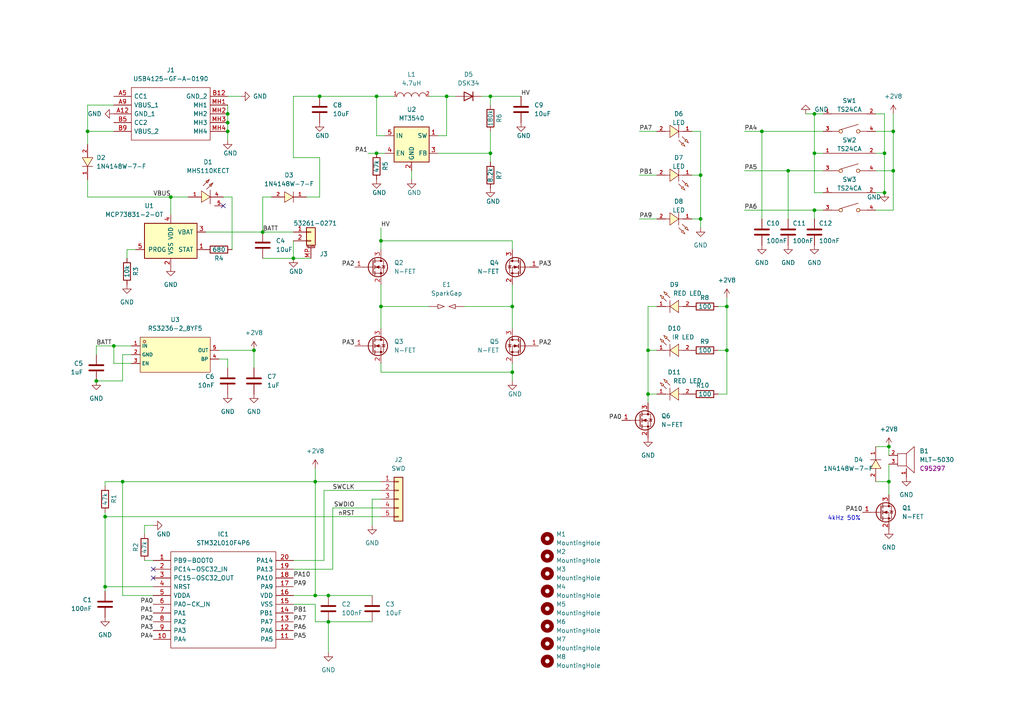
<source format=kicad_sch>
(kicad_sch (version 20211123) (generator eeschema)

  (uuid e63e39d7-6ac0-4ffd-8aa3-1841a4541b55)

  (paper "A4")

  (lib_symbols
    (symbol "1N4148W-7-F:1N4148W-7-F" (pin_names hide) (in_bom yes) (on_board yes)
      (property "Reference" "U" (id 0) (at 0 1.27 0)
        (effects (font (size 1.27 1.27)))
      )
      (property "Value" "1N4148W-7-F" (id 1) (at 0 -2.54 0)
        (effects (font (size 1.27 1.27)))
      )
      (property "Footprint" "footprint:SOD-123_L2.7-W1.6-LS3.7-RD-1" (id 2) (at 0 -10.16 0)
        (effects (font (size 1.27 1.27) italic) hide)
      )
      (property "Datasheet" "https://atta.szlcsc.com/upload/public/pdf/source/20210423/C2828417_EF1BF8BE3D48F97E320B09B073C89160.pdf" (id 3) (at -2.286 0.127 0)
        (effects (font (size 1.27 1.27)) (justify left) hide)
      )
      (property "LCSC" "C83528" (id 4) (at 0 0 0)
        (effects (font (size 1.27 1.27)))
      )
      (symbol "1N4148W-7-F_0_0"
        (polyline
          (pts
            (xy -102.87 61.976)
            (xy -102.87 65.024)
          )
          (stroke (width 0) (type default) (color 0 0 0 0))
          (fill (type none))
        )
        (polyline
          (pts
            (xy -100.33 65.024)
            (xy -102.87 63.5)
            (xy -100.33 61.976)
            (xy -100.33 65.024)
          )
          (stroke (width 0) (type default) (color 0 0 0 0))
          (fill (type background))
        )
        (pin unspecified line (at -106.68 63.5 0) (length 3.81)
          (name "C" (effects (font (size 1 1))))
          (number "1" (effects (font (size 1 1))))
        )
        (pin unspecified line (at -96.52 63.5 180) (length 3.81)
          (name "A" (effects (font (size 1 1))))
          (number "2" (effects (font (size 1 1))))
        )
      )
    )
    (symbol "Battery_Management:MCP73831-2-OT" (pin_names (offset 1.016)) (in_bom yes) (on_board yes)
      (property "Reference" "U" (id 0) (at -7.62 6.35 0)
        (effects (font (size 1.27 1.27)) (justify left))
      )
      (property "Value" "MCP73831-2-OT" (id 1) (at 1.27 6.35 0)
        (effects (font (size 1.27 1.27)) (justify left))
      )
      (property "Footprint" "Package_TO_SOT_SMD:SOT-23-5" (id 2) (at 1.27 -6.35 0)
        (effects (font (size 1.27 1.27) italic) (justify left) hide)
      )
      (property "Datasheet" "http://ww1.microchip.com/downloads/en/DeviceDoc/20001984g.pdf" (id 3) (at -3.81 -1.27 0)
        (effects (font (size 1.27 1.27)) hide)
      )
      (property "ki_keywords" "battery charger lithium" (id 4) (at 0 0 0)
        (effects (font (size 1.27 1.27)) hide)
      )
      (property "ki_description" "Single cell, Li-Ion/Li-Po charge management controller, 4.20V, Tri-State Status Output, in SOT23-5 package" (id 5) (at 0 0 0)
        (effects (font (size 1.27 1.27)) hide)
      )
      (property "ki_fp_filters" "SOT?23*" (id 6) (at 0 0 0)
        (effects (font (size 1.27 1.27)) hide)
      )
      (symbol "MCP73831-2-OT_0_1"
        (rectangle (start -7.62 5.08) (end 7.62 -5.08)
          (stroke (width 0.254) (type default) (color 0 0 0 0))
          (fill (type background))
        )
      )
      (symbol "MCP73831-2-OT_1_1"
        (pin output line (at 10.16 -2.54 180) (length 2.54)
          (name "STAT" (effects (font (size 1.27 1.27))))
          (number "1" (effects (font (size 1.27 1.27))))
        )
        (pin power_in line (at 0 -7.62 90) (length 2.54)
          (name "VSS" (effects (font (size 1.27 1.27))))
          (number "2" (effects (font (size 1.27 1.27))))
        )
        (pin power_out line (at 10.16 2.54 180) (length 2.54)
          (name "VBAT" (effects (font (size 1.27 1.27))))
          (number "3" (effects (font (size 1.27 1.27))))
        )
        (pin power_in line (at 0 7.62 270) (length 2.54)
          (name "VDD" (effects (font (size 1.27 1.27))))
          (number "4" (effects (font (size 1.27 1.27))))
        )
        (pin input line (at -10.16 -2.54 0) (length 2.54)
          (name "PROG" (effects (font (size 1.27 1.27))))
          (number "5" (effects (font (size 1.27 1.27))))
        )
      )
    )
    (symbol "CD43YP0403-330M:CD43YP0403-330M" (pin_names hide) (in_bom yes) (on_board yes)
      (property "Reference" "U" (id 0) (at 0 1.27 0)
        (effects (font (size 1.27 1.27)))
      )
      (property "Value" "CD43YP0403-330M" (id 1) (at 0 -2.54 0)
        (effects (font (size 1.27 1.27)))
      )
      (property "Footprint" "footprint:IND-SMD_L4.5-W4.0" (id 2) (at 0 -10.16 0)
        (effects (font (size 1.27 1.27) italic) hide)
      )
      (property "Datasheet" "https://item.szlcsc.com/153760.html" (id 3) (at -2.286 0.127 0)
        (effects (font (size 1.27 1.27)) (justify left) hide)
      )
      (property "LCSC" "C492279" (id 4) (at 0 0 0)
        (effects (font (size 1.27 1.27)))
      )
      (symbol "CD43YP0403-330M_0_0"
        (arc (start -2.2676 -12.5655) (mid -3.3946 -11.6741) (end -4.2859 -12.801)
          (stroke (width 0) (type default) (color 0 0 0 0))
          (fill (type none))
        )
        (arc (start -0.1129 -12.5649) (mid -1.2397 -11.6736) (end -2.1312 -12.8003)
          (stroke (width 0) (type default) (color 0 0 0 0))
          (fill (type none))
        )
        (arc (start 2.0377 -12.5649) (mid 0.9109 -11.6736) (end 0.0194 -12.8003)
          (stroke (width 0) (type default) (color 0 0 0 0))
          (fill (type none))
        )
        (arc (start 4.2305 -12.5654) (mid 3.1037 -11.6741) (end 2.2122 -12.8008)
          (stroke (width 0) (type default) (color 0 0 0 0))
          (fill (type none))
        )
        (pin unspecified line (at -5.08 -12.7 0) (length 0.762)
          (name "1" (effects (font (size 1 1))))
          (number "1" (effects (font (size 1 1))))
        )
        (pin unspecified line (at 5.08 -12.7 180) (length 0.762)
          (name "2" (effects (font (size 1 1))))
          (number "2" (effects (font (size 1 1))))
        )
      )
    )
    (symbol "Connector_Generic:Conn_01x05" (pin_names (offset 1.016) hide) (in_bom yes) (on_board yes)
      (property "Reference" "J" (id 0) (at 0 7.62 0)
        (effects (font (size 1.27 1.27)))
      )
      (property "Value" "Conn_01x05" (id 1) (at 0 -7.62 0)
        (effects (font (size 1.27 1.27)))
      )
      (property "Footprint" "" (id 2) (at 0 0 0)
        (effects (font (size 1.27 1.27)) hide)
      )
      (property "Datasheet" "~" (id 3) (at 0 0 0)
        (effects (font (size 1.27 1.27)) hide)
      )
      (property "ki_keywords" "connector" (id 4) (at 0 0 0)
        (effects (font (size 1.27 1.27)) hide)
      )
      (property "ki_description" "Generic connector, single row, 01x05, script generated (kicad-library-utils/schlib/autogen/connector/)" (id 5) (at 0 0 0)
        (effects (font (size 1.27 1.27)) hide)
      )
      (property "ki_fp_filters" "Connector*:*_1x??_*" (id 6) (at 0 0 0)
        (effects (font (size 1.27 1.27)) hide)
      )
      (symbol "Conn_01x05_1_1"
        (rectangle (start -1.27 -4.953) (end 0 -5.207)
          (stroke (width 0.1524) (type default) (color 0 0 0 0))
          (fill (type none))
        )
        (rectangle (start -1.27 -2.413) (end 0 -2.667)
          (stroke (width 0.1524) (type default) (color 0 0 0 0))
          (fill (type none))
        )
        (rectangle (start -1.27 0.127) (end 0 -0.127)
          (stroke (width 0.1524) (type default) (color 0 0 0 0))
          (fill (type none))
        )
        (rectangle (start -1.27 2.667) (end 0 2.413)
          (stroke (width 0.1524) (type default) (color 0 0 0 0))
          (fill (type none))
        )
        (rectangle (start -1.27 5.207) (end 0 4.953)
          (stroke (width 0.1524) (type default) (color 0 0 0 0))
          (fill (type none))
        )
        (rectangle (start -1.27 6.35) (end 1.27 -6.35)
          (stroke (width 0.254) (type default) (color 0 0 0 0))
          (fill (type background))
        )
        (pin passive line (at -5.08 5.08 0) (length 3.81)
          (name "Pin_1" (effects (font (size 1.27 1.27))))
          (number "1" (effects (font (size 1.27 1.27))))
        )
        (pin passive line (at -5.08 2.54 0) (length 3.81)
          (name "Pin_2" (effects (font (size 1.27 1.27))))
          (number "2" (effects (font (size 1.27 1.27))))
        )
        (pin passive line (at -5.08 0 0) (length 3.81)
          (name "Pin_3" (effects (font (size 1.27 1.27))))
          (number "3" (effects (font (size 1.27 1.27))))
        )
        (pin passive line (at -5.08 -2.54 0) (length 3.81)
          (name "Pin_4" (effects (font (size 1.27 1.27))))
          (number "4" (effects (font (size 1.27 1.27))))
        )
        (pin passive line (at -5.08 -5.08 0) (length 3.81)
          (name "Pin_5" (effects (font (size 1.27 1.27))))
          (number "5" (effects (font (size 1.27 1.27))))
        )
      )
    )
    (symbol "Connector_Generic_MountingPin:Conn_01x02_MountingPin" (pin_names (offset 1.016) hide) (in_bom yes) (on_board yes)
      (property "Reference" "J" (id 0) (at 0 2.54 0)
        (effects (font (size 1.27 1.27)))
      )
      (property "Value" "Conn_01x02_MountingPin" (id 1) (at 1.27 -5.08 0)
        (effects (font (size 1.27 1.27)) (justify left))
      )
      (property "Footprint" "" (id 2) (at 0 0 0)
        (effects (font (size 1.27 1.27)) hide)
      )
      (property "Datasheet" "~" (id 3) (at 0 0 0)
        (effects (font (size 1.27 1.27)) hide)
      )
      (property "ki_keywords" "connector" (id 4) (at 0 0 0)
        (effects (font (size 1.27 1.27)) hide)
      )
      (property "ki_description" "Generic connectable mounting pin connector, single row, 01x02, script generated (kicad-library-utils/schlib/autogen/connector/)" (id 5) (at 0 0 0)
        (effects (font (size 1.27 1.27)) hide)
      )
      (property "ki_fp_filters" "Connector*:*_1x??-1MP*" (id 6) (at 0 0 0)
        (effects (font (size 1.27 1.27)) hide)
      )
      (symbol "Conn_01x02_MountingPin_1_1"
        (rectangle (start -1.27 -2.413) (end 0 -2.667)
          (stroke (width 0.1524) (type default) (color 0 0 0 0))
          (fill (type none))
        )
        (rectangle (start -1.27 0.127) (end 0 -0.127)
          (stroke (width 0.1524) (type default) (color 0 0 0 0))
          (fill (type none))
        )
        (rectangle (start -1.27 1.27) (end 1.27 -3.81)
          (stroke (width 0.254) (type default) (color 0 0 0 0))
          (fill (type background))
        )
        (polyline
          (pts
            (xy -1.016 -4.572)
            (xy 1.016 -4.572)
          )
          (stroke (width 0.1524) (type default) (color 0 0 0 0))
          (fill (type none))
        )
        (text "Mounting" (at 0 -4.191 0)
          (effects (font (size 0.381 0.381)))
        )
        (pin passive line (at -5.08 0 0) (length 3.81)
          (name "Pin_1" (effects (font (size 1.27 1.27))))
          (number "1" (effects (font (size 1.27 1.27))))
        )
        (pin passive line (at -5.08 -2.54 0) (length 3.81)
          (name "Pin_2" (effects (font (size 1.27 1.27))))
          (number "2" (effects (font (size 1.27 1.27))))
        )
        (pin passive line (at 0 -7.62 90) (length 3.048)
          (name "MountPin" (effects (font (size 1.27 1.27))))
          (number "MP" (effects (font (size 1.27 1.27))))
        )
      )
    )
    (symbol "Device:C" (pin_numbers hide) (pin_names (offset 0.254)) (in_bom yes) (on_board yes)
      (property "Reference" "C" (id 0) (at 0.635 2.54 0)
        (effects (font (size 1.27 1.27)) (justify left))
      )
      (property "Value" "C" (id 1) (at 0.635 -2.54 0)
        (effects (font (size 1.27 1.27)) (justify left))
      )
      (property "Footprint" "" (id 2) (at 0.9652 -3.81 0)
        (effects (font (size 1.27 1.27)) hide)
      )
      (property "Datasheet" "~" (id 3) (at 0 0 0)
        (effects (font (size 1.27 1.27)) hide)
      )
      (property "ki_keywords" "cap capacitor" (id 4) (at 0 0 0)
        (effects (font (size 1.27 1.27)) hide)
      )
      (property "ki_description" "Unpolarized capacitor" (id 5) (at 0 0 0)
        (effects (font (size 1.27 1.27)) hide)
      )
      (property "ki_fp_filters" "C_*" (id 6) (at 0 0 0)
        (effects (font (size 1.27 1.27)) hide)
      )
      (symbol "C_0_1"
        (polyline
          (pts
            (xy -2.032 -0.762)
            (xy 2.032 -0.762)
          )
          (stroke (width 0.508) (type default) (color 0 0 0 0))
          (fill (type none))
        )
        (polyline
          (pts
            (xy -2.032 0.762)
            (xy 2.032 0.762)
          )
          (stroke (width 0.508) (type default) (color 0 0 0 0))
          (fill (type none))
        )
      )
      (symbol "C_1_1"
        (pin passive line (at 0 3.81 270) (length 2.794)
          (name "~" (effects (font (size 1.27 1.27))))
          (number "1" (effects (font (size 1.27 1.27))))
        )
        (pin passive line (at 0 -3.81 90) (length 2.794)
          (name "~" (effects (font (size 1.27 1.27))))
          (number "2" (effects (font (size 1.27 1.27))))
        )
      )
    )
    (symbol "Device:D" (pin_numbers hide) (pin_names (offset 1.016) hide) (in_bom yes) (on_board yes)
      (property "Reference" "D" (id 0) (at 0 2.54 0)
        (effects (font (size 1.27 1.27)))
      )
      (property "Value" "D" (id 1) (at 0 -2.54 0)
        (effects (font (size 1.27 1.27)))
      )
      (property "Footprint" "" (id 2) (at 0 0 0)
        (effects (font (size 1.27 1.27)) hide)
      )
      (property "Datasheet" "~" (id 3) (at 0 0 0)
        (effects (font (size 1.27 1.27)) hide)
      )
      (property "ki_keywords" "diode" (id 4) (at 0 0 0)
        (effects (font (size 1.27 1.27)) hide)
      )
      (property "ki_description" "Diode" (id 5) (at 0 0 0)
        (effects (font (size 1.27 1.27)) hide)
      )
      (property "ki_fp_filters" "TO-???* *_Diode_* *SingleDiode* D_*" (id 6) (at 0 0 0)
        (effects (font (size 1.27 1.27)) hide)
      )
      (symbol "D_0_1"
        (polyline
          (pts
            (xy -1.27 1.27)
            (xy -1.27 -1.27)
          )
          (stroke (width 0.254) (type default) (color 0 0 0 0))
          (fill (type none))
        )
        (polyline
          (pts
            (xy 1.27 0)
            (xy -1.27 0)
          )
          (stroke (width 0) (type default) (color 0 0 0 0))
          (fill (type none))
        )
        (polyline
          (pts
            (xy 1.27 1.27)
            (xy 1.27 -1.27)
            (xy -1.27 0)
            (xy 1.27 1.27)
          )
          (stroke (width 0.254) (type default) (color 0 0 0 0))
          (fill (type none))
        )
      )
      (symbol "D_1_1"
        (pin passive line (at -3.81 0 0) (length 2.54)
          (name "K" (effects (font (size 1.27 1.27))))
          (number "1" (effects (font (size 1.27 1.27))))
        )
        (pin passive line (at 3.81 0 180) (length 2.54)
          (name "A" (effects (font (size 1.27 1.27))))
          (number "2" (effects (font (size 1.27 1.27))))
        )
      )
    )
    (symbol "Device:Q_NMOS_GSD" (pin_names (offset 0) hide) (in_bom yes) (on_board yes)
      (property "Reference" "Q" (id 0) (at 5.08 1.27 0)
        (effects (font (size 1.27 1.27)) (justify left))
      )
      (property "Value" "Q_NMOS_GSD" (id 1) (at 5.08 -1.27 0)
        (effects (font (size 1.27 1.27)) (justify left))
      )
      (property "Footprint" "" (id 2) (at 5.08 2.54 0)
        (effects (font (size 1.27 1.27)) hide)
      )
      (property "Datasheet" "~" (id 3) (at 0 0 0)
        (effects (font (size 1.27 1.27)) hide)
      )
      (property "ki_keywords" "transistor NMOS N-MOS N-MOSFET" (id 4) (at 0 0 0)
        (effects (font (size 1.27 1.27)) hide)
      )
      (property "ki_description" "N-MOSFET transistor, gate/source/drain" (id 5) (at 0 0 0)
        (effects (font (size 1.27 1.27)) hide)
      )
      (symbol "Q_NMOS_GSD_0_1"
        (polyline
          (pts
            (xy 0.254 0)
            (xy -2.54 0)
          )
          (stroke (width 0) (type default) (color 0 0 0 0))
          (fill (type none))
        )
        (polyline
          (pts
            (xy 0.254 1.905)
            (xy 0.254 -1.905)
          )
          (stroke (width 0.254) (type default) (color 0 0 0 0))
          (fill (type none))
        )
        (polyline
          (pts
            (xy 0.762 -1.27)
            (xy 0.762 -2.286)
          )
          (stroke (width 0.254) (type default) (color 0 0 0 0))
          (fill (type none))
        )
        (polyline
          (pts
            (xy 0.762 0.508)
            (xy 0.762 -0.508)
          )
          (stroke (width 0.254) (type default) (color 0 0 0 0))
          (fill (type none))
        )
        (polyline
          (pts
            (xy 0.762 2.286)
            (xy 0.762 1.27)
          )
          (stroke (width 0.254) (type default) (color 0 0 0 0))
          (fill (type none))
        )
        (polyline
          (pts
            (xy 2.54 2.54)
            (xy 2.54 1.778)
          )
          (stroke (width 0) (type default) (color 0 0 0 0))
          (fill (type none))
        )
        (polyline
          (pts
            (xy 2.54 -2.54)
            (xy 2.54 0)
            (xy 0.762 0)
          )
          (stroke (width 0) (type default) (color 0 0 0 0))
          (fill (type none))
        )
        (polyline
          (pts
            (xy 0.762 -1.778)
            (xy 3.302 -1.778)
            (xy 3.302 1.778)
            (xy 0.762 1.778)
          )
          (stroke (width 0) (type default) (color 0 0 0 0))
          (fill (type none))
        )
        (polyline
          (pts
            (xy 1.016 0)
            (xy 2.032 0.381)
            (xy 2.032 -0.381)
            (xy 1.016 0)
          )
          (stroke (width 0) (type default) (color 0 0 0 0))
          (fill (type outline))
        )
        (polyline
          (pts
            (xy 2.794 0.508)
            (xy 2.921 0.381)
            (xy 3.683 0.381)
            (xy 3.81 0.254)
          )
          (stroke (width 0) (type default) (color 0 0 0 0))
          (fill (type none))
        )
        (polyline
          (pts
            (xy 3.302 0.381)
            (xy 2.921 -0.254)
            (xy 3.683 -0.254)
            (xy 3.302 0.381)
          )
          (stroke (width 0) (type default) (color 0 0 0 0))
          (fill (type none))
        )
        (circle (center 1.651 0) (radius 2.794)
          (stroke (width 0.254) (type default) (color 0 0 0 0))
          (fill (type none))
        )
        (circle (center 2.54 -1.778) (radius 0.254)
          (stroke (width 0) (type default) (color 0 0 0 0))
          (fill (type outline))
        )
        (circle (center 2.54 1.778) (radius 0.254)
          (stroke (width 0) (type default) (color 0 0 0 0))
          (fill (type outline))
        )
      )
      (symbol "Q_NMOS_GSD_1_1"
        (pin input line (at -5.08 0 0) (length 2.54)
          (name "G" (effects (font (size 1.27 1.27))))
          (number "1" (effects (font (size 1.27 1.27))))
        )
        (pin passive line (at 2.54 -5.08 90) (length 2.54)
          (name "S" (effects (font (size 1.27 1.27))))
          (number "2" (effects (font (size 1.27 1.27))))
        )
        (pin passive line (at 2.54 5.08 270) (length 2.54)
          (name "D" (effects (font (size 1.27 1.27))))
          (number "3" (effects (font (size 1.27 1.27))))
        )
      )
    )
    (symbol "Device:R" (pin_numbers hide) (pin_names (offset 0)) (in_bom yes) (on_board yes)
      (property "Reference" "R" (id 0) (at 2.032 0 90)
        (effects (font (size 1.27 1.27)))
      )
      (property "Value" "R" (id 1) (at 0 0 90)
        (effects (font (size 1.27 1.27)))
      )
      (property "Footprint" "" (id 2) (at -1.778 0 90)
        (effects (font (size 1.27 1.27)) hide)
      )
      (property "Datasheet" "~" (id 3) (at 0 0 0)
        (effects (font (size 1.27 1.27)) hide)
      )
      (property "ki_keywords" "R res resistor" (id 4) (at 0 0 0)
        (effects (font (size 1.27 1.27)) hide)
      )
      (property "ki_description" "Resistor" (id 5) (at 0 0 0)
        (effects (font (size 1.27 1.27)) hide)
      )
      (property "ki_fp_filters" "R_*" (id 6) (at 0 0 0)
        (effects (font (size 1.27 1.27)) hide)
      )
      (symbol "R_0_1"
        (rectangle (start -1.016 -2.54) (end 1.016 2.54)
          (stroke (width 0.254) (type default) (color 0 0 0 0))
          (fill (type none))
        )
      )
      (symbol "R_1_1"
        (pin passive line (at 0 3.81 270) (length 1.27)
          (name "~" (effects (font (size 1.27 1.27))))
          (number "1" (effects (font (size 1.27 1.27))))
        )
        (pin passive line (at 0 -3.81 90) (length 1.27)
          (name "~" (effects (font (size 1.27 1.27))))
          (number "2" (effects (font (size 1.27 1.27))))
        )
      )
    )
    (symbol "Device:SparkGap" (pin_numbers hide) (pin_names (offset 0)) (in_bom yes) (on_board yes)
      (property "Reference" "E" (id 0) (at 0 2.032 0)
        (effects (font (size 1.27 1.27)))
      )
      (property "Value" "SparkGap" (id 1) (at 0 -1.905 0)
        (effects (font (size 1.27 1.27)))
      )
      (property "Footprint" "" (id 2) (at 0 -1.778 0)
        (effects (font (size 1.27 1.27)) hide)
      )
      (property "Datasheet" "~" (id 3) (at 0 0 90)
        (effects (font (size 1.27 1.27)) hide)
      )
      (property "ki_keywords" "spark gap ESD electrostatic suppression" (id 4) (at 0 0 0)
        (effects (font (size 1.27 1.27)) hide)
      )
      (property "ki_description" "Spark gap" (id 5) (at 0 0 0)
        (effects (font (size 1.27 1.27)) hide)
      )
      (property "ki_fp_filters" "SG*" (id 6) (at 0 0 0)
        (effects (font (size 1.27 1.27)) hide)
      )
      (symbol "SparkGap_0_1"
        (polyline
          (pts
            (xy -2.54 0.635)
            (xy -2.54 -0.635)
            (xy -0.635 0)
            (xy -2.54 0.635)
          )
          (stroke (width 0) (type default) (color 0 0 0 0))
          (fill (type none))
        )
        (polyline
          (pts
            (xy 2.54 0.635)
            (xy 2.54 -0.635)
            (xy 0.635 0)
            (xy 2.54 0.635)
          )
          (stroke (width 0) (type default) (color 0 0 0 0))
          (fill (type none))
        )
      )
      (symbol "SparkGap_1_1"
        (pin passive line (at -5.08 0 0) (length 2.54)
          (name "~" (effects (font (size 1.27 1.27))))
          (number "1" (effects (font (size 1.27 1.27))))
        )
        (pin passive line (at 5.08 0 180) (length 2.54)
          (name "~" (effects (font (size 1.27 1.27))))
          (number "2" (effects (font (size 1.27 1.27))))
        )
      )
    )
    (symbol "MHS110KECT:MHS110KECT" (pin_names hide) (in_bom yes) (on_board yes)
      (property "Reference" "LED" (id 0) (at 0 1.27 0)
        (effects (font (size 1.27 1.27)))
      )
      (property "Value" "MHS110KECT" (id 1) (at 0 -2.54 0)
        (effects (font (size 1.27 1.27)))
      )
      (property "Footprint" "footprint:LED-ARRAY-SMD_3P-L3.00-W1.50-R-RD" (id 2) (at 0 -10.16 0)
        (effects (font (size 1.27 1.27) italic) hide)
      )
      (property "Datasheet" "https://item.szlcsc.com/364873.html" (id 3) (at -2.286 0.127 0)
        (effects (font (size 1.27 1.27)) (justify left) hide)
      )
      (property "LCSC" "C389527" (id 4) (at 0 0 0)
        (effects (font (size 1.27 1.27)))
      )
      (symbol "MHS110KECT_0_0"
        (polyline
          (pts
            (xy -1.27 -10.668)
            (xy -1.27 -14.732)
          )
          (stroke (width 0) (type default) (color 0 0 0 0))
          (fill (type none))
        )
        (polyline
          (pts
            (xy -0.254 -10.414)
            (xy -2.032 -8.636)
          )
          (stroke (width 0) (type default) (color 0 0 0 0))
          (fill (type none))
        )
        (polyline
          (pts
            (xy 0.762 -9.398)
            (xy -1.016 -7.62)
          )
          (stroke (width 0) (type default) (color 0 0 0 0))
          (fill (type none))
        )
        (polyline
          (pts
            (xy -2.032 -8.636)
            (xy -1.016 -9.144)
            (xy -1.524 -9.652)
            (xy -2.032 -8.636)
          )
          (stroke (width 0) (type default) (color 0 0 0 0))
          (fill (type background))
        )
        (polyline
          (pts
            (xy -1.016 -7.62)
            (xy 0 -8.128)
            (xy -0.508 -8.636)
            (xy -1.016 -7.62)
          )
          (stroke (width 0) (type default) (color 0 0 0 0))
          (fill (type background))
        )
        (polyline
          (pts
            (xy 1.27 -14.224)
            (xy -1.27 -12.7)
            (xy 1.27 -10.922)
            (xy 1.27 -14.224)
          )
          (stroke (width 0) (type default) (color 0 0 0 0))
          (fill (type background))
        )
        (pin unspecified line (at 5.08 -12.7 180) (length 3.81)
          (name "+" (effects (font (size 1 1))))
          (number "1" (effects (font (size 1 1))))
        )
        (pin unspecified line (at -5.08 -12.7 0) (length 3.81)
          (name "-" (effects (font (size 1 1))))
          (number "4" (effects (font (size 1 1))))
        )
        (pin unspecified line (at -5.08 -15.24 0) (length 2.54)
          (name "5" (effects (font (size 1 1))))
          (number "5" (effects (font (size 1 1))))
        )
      )
    )
    (symbol "MLT-5030:MLT-5030" (pin_names hide) (in_bom yes) (on_board yes)
      (property "Reference" "B" (id 0) (at 0 1.27 0)
        (effects (font (size 1.27 1.27)))
      )
      (property "Value" "MLT-5030" (id 1) (at 0 -2.54 0)
        (effects (font (size 1.27 1.27)))
      )
      (property "Footprint" "footprint:BUZ-SMD_3P-L5.2-W5.2-P3.50-BR" (id 2) (at 0 -10.16 0)
        (effects (font (size 1.27 1.27) italic) hide)
      )
      (property "Datasheet" "https://item.szlcsc.com/96499.html" (id 3) (at -2.286 0.127 0)
        (effects (font (size 1.27 1.27)) (justify left) hide)
      )
      (property "LCSC" "C95297" (id 4) (at 0 0 0)
        (effects (font (size 1.27 1.27)))
      )
      (symbol "MLT-5030_0_0"
        (polyline
          (pts
            (xy 0 -13.208)
            (xy 2.54 -13.208)
          )
          (stroke (width 0) (type default) (color 0 0 0 0))
          (fill (type none))
        )
        (polyline
          (pts
            (xy 0 -9.652)
            (xy 0 -13.208)
          )
          (stroke (width 0) (type default) (color 0 0 0 0))
          (fill (type none))
        )
        (polyline
          (pts
            (xy 0 -9.652)
            (xy 2.54 -9.652)
          )
          (stroke (width 0) (type default) (color 0 0 0 0))
          (fill (type none))
        )
        (polyline
          (pts
            (xy 2.54 -13.208)
            (xy 4.826 -15.24)
          )
          (stroke (width 0) (type default) (color 0 0 0 0))
          (fill (type none))
        )
        (polyline
          (pts
            (xy 2.54 -9.652)
            (xy 2.54 -13.208)
          )
          (stroke (width 0) (type default) (color 0 0 0 0))
          (fill (type none))
        )
        (polyline
          (pts
            (xy 4.826 -7.62)
            (xy 2.54 -9.652)
          )
          (stroke (width 0) (type default) (color 0 0 0 0))
          (fill (type none))
        )
        (polyline
          (pts
            (xy 4.826 -7.62)
            (xy 4.826 -15.24)
          )
          (stroke (width 0) (type default) (color 0 0 0 0))
          (fill (type none))
        )
        (pin unspecified line (at 2.54 -16.51 90) (length 2.54)
          (name "NC" (effects (font (size 1 1))))
          (number "1" (effects (font (size 1 1))))
        )
        (pin unspecified line (at -2.54 -10.16 0) (length 2.54)
          (name "+" (effects (font (size 1 1))))
          (number "2" (effects (font (size 1 1))))
        )
        (pin unspecified line (at -2.54 -12.7 0) (length 2.54)
          (name "-" (effects (font (size 1 1))))
          (number "3" (effects (font (size 1 1))))
        )
      )
    )
    (symbol "Mechanical:MountingHole" (pin_names (offset 1.016)) (in_bom yes) (on_board yes)
      (property "Reference" "H" (id 0) (at 0 5.08 0)
        (effects (font (size 1.27 1.27)))
      )
      (property "Value" "MountingHole" (id 1) (at 0 3.175 0)
        (effects (font (size 1.27 1.27)))
      )
      (property "Footprint" "" (id 2) (at 0 0 0)
        (effects (font (size 1.27 1.27)) hide)
      )
      (property "Datasheet" "~" (id 3) (at 0 0 0)
        (effects (font (size 1.27 1.27)) hide)
      )
      (property "ki_keywords" "mounting hole" (id 4) (at 0 0 0)
        (effects (font (size 1.27 1.27)) hide)
      )
      (property "ki_description" "Mounting Hole without connection" (id 5) (at 0 0 0)
        (effects (font (size 1.27 1.27)) hide)
      )
      (property "ki_fp_filters" "MountingHole*" (id 6) (at 0 0 0)
        (effects (font (size 1.27 1.27)) hide)
      )
      (symbol "MountingHole_0_1"
        (circle (center 0 0) (radius 1.27)
          (stroke (width 1.27) (type default) (color 0 0 0 0))
          (fill (type none))
        )
      )
    )
    (symbol "RS3236-2.8YF5:RS3236-2_8YF5" (in_bom yes) (on_board yes)
      (property "Reference" "U" (id 0) (at 0 1.27 0)
        (effects (font (size 1.27 1.27)))
      )
      (property "Value" "RS3236-2_8YF5" (id 1) (at 0 -2.54 0)
        (effects (font (size 1.27 1.27)))
      )
      (property "Footprint" "footprint:SOT-23-5_L2.9-W1.6-P0.95-LS2.8-BL" (id 2) (at 0 -10.16 0)
        (effects (font (size 1.27 1.27) italic) hide)
      )
      (property "Datasheet" "https://cn.bing.com/search?q=datasheetAD8067ARTZ-REEL7" (id 3) (at -2.286 0.127 0)
        (effects (font (size 1.27 1.27)) (justify left) hide)
      )
      (property "LCSC" "C379345" (id 4) (at 0 0 0)
        (effects (font (size 1.27 1.27)))
      )
      (symbol "RS3236-2_8YF5_0_0"
        (rectangle (start -5.08 0) (end 15.24 -10.16)
          (stroke (width 0) (type default) (color 0 0 0 0))
          (fill (type background))
        )
        (circle (center -3.81 -1.27) (radius 0.381)
          (stroke (width 0) (type default) (color 0 0 0 0))
          (fill (type background))
        )
        (pin unspecified line (at -7.62 -2.54 0) (length 2.54)
          (name "IN" (effects (font (size 1 1))))
          (number "1" (effects (font (size 1 1))))
        )
        (pin unspecified line (at -7.62 -5.08 0) (length 2.54)
          (name "GND" (effects (font (size 1 1))))
          (number "2" (effects (font (size 1 1))))
        )
        (pin unspecified line (at -7.62 -7.62 0) (length 2.54)
          (name "EN" (effects (font (size 1 1))))
          (number "3" (effects (font (size 1 1))))
        )
        (pin unspecified line (at 17.78 -6.35 180) (length 2.54)
          (name "BP" (effects (font (size 1 1))))
          (number "4" (effects (font (size 1 1))))
        )
        (pin unspecified line (at 17.78 -3.81 180) (length 2.54)
          (name "OUT" (effects (font (size 1 1))))
          (number "5" (effects (font (size 1 1))))
        )
      )
    )
    (symbol "Regulator_Switching:MT3608" (in_bom yes) (on_board yes)
      (property "Reference" "U" (id 0) (at -2.54 8.89 0)
        (effects (font (size 1.27 1.27)) (justify left))
      )
      (property "Value" "MT3608" (id 1) (at -3.81 6.35 0)
        (effects (font (size 1.27 1.27)) (justify left))
      )
      (property "Footprint" "Package_TO_SOT_SMD:SOT-23-6" (id 2) (at 1.27 -6.35 0)
        (effects (font (size 1.27 1.27) italic) (justify left) hide)
      )
      (property "Datasheet" "https://www.olimex.com/Products/Breadboarding/BB-PWR-3608/resources/MT3608.pdf" (id 3) (at -6.35 11.43 0)
        (effects (font (size 1.27 1.27)) hide)
      )
      (property "ki_keywords" "Step-Up Boost DC-DC Regulator Adjustable" (id 4) (at 0 0 0)
        (effects (font (size 1.27 1.27)) hide)
      )
      (property "ki_description" "High Efficiency 1.2MHz 2A Step Up Converter, 2-24V Vin, 28V Vout, 4A current limit, 1.2MHz, SOT23-6" (id 5) (at 0 0 0)
        (effects (font (size 1.27 1.27)) hide)
      )
      (property "ki_fp_filters" "SOT*23*" (id 6) (at 0 0 0)
        (effects (font (size 1.27 1.27)) hide)
      )
      (symbol "MT3608_0_1"
        (rectangle (start -5.08 5.08) (end 5.08 -5.08)
          (stroke (width 0.254) (type default) (color 0 0 0 0))
          (fill (type background))
        )
      )
      (symbol "MT3608_1_1"
        (pin passive line (at 7.62 2.54 180) (length 2.54)
          (name "SW" (effects (font (size 1.27 1.27))))
          (number "1" (effects (font (size 1.27 1.27))))
        )
        (pin power_in line (at 0 -7.62 90) (length 2.54)
          (name "GND" (effects (font (size 1.27 1.27))))
          (number "2" (effects (font (size 1.27 1.27))))
        )
        (pin input line (at 7.62 -2.54 180) (length 2.54)
          (name "FB" (effects (font (size 1.27 1.27))))
          (number "3" (effects (font (size 1.27 1.27))))
        )
        (pin input line (at -7.62 -2.54 0) (length 2.54)
          (name "EN" (effects (font (size 1.27 1.27))))
          (number "4" (effects (font (size 1.27 1.27))))
        )
        (pin power_in line (at -7.62 2.54 0) (length 2.54)
          (name "IN" (effects (font (size 1.27 1.27))))
          (number "5" (effects (font (size 1.27 1.27))))
        )
        (pin no_connect line (at 5.08 0 180) (length 2.54) hide
          (name "NC" (effects (font (size 1.27 1.27))))
          (number "6" (effects (font (size 1.27 1.27))))
        )
      )
    )
    (symbol "STM32L010F4P6:STM32L010F4P6" (pin_names (offset 0.762)) (in_bom yes) (on_board yes)
      (property "Reference" "IC" (id 0) (at 36.83 7.62 0)
        (effects (font (size 1.27 1.27)) (justify left))
      )
      (property "Value" "STM32L010F4P6" (id 1) (at 36.83 5.08 0)
        (effects (font (size 1.27 1.27)) (justify left))
      )
      (property "Footprint" "SOP65P640X120-20N" (id 2) (at 36.83 2.54 0)
        (effects (font (size 1.27 1.27)) (justify left) hide)
      )
      (property "Datasheet" "https://www.st.com/resource/en/datasheet/stm32l010f4.pdf" (id 3) (at 36.83 0 0)
        (effects (font (size 1.27 1.27)) (justify left) hide)
      )
      (property "Description" "STMICROELECTRONICS - STM32L010F4P6 - MCU, 32BIT, 32MHZ, TSSOP-20" (id 4) (at 36.83 -2.54 0)
        (effects (font (size 1.27 1.27)) (justify left) hide)
      )
      (property "Height" "1.2" (id 5) (at 36.83 -5.08 0)
        (effects (font (size 1.27 1.27)) (justify left) hide)
      )
      (property "Mouser Part Number" "511-STM32L010F4P6" (id 6) (at 36.83 -7.62 0)
        (effects (font (size 1.27 1.27)) (justify left) hide)
      )
      (property "Mouser Price/Stock" "https://www.mouser.co.uk/ProductDetail/STMicroelectronics/STM32L010F4P6?qs=PqoDHHvF64%252BtQ%252BKLA1pMLA%3D%3D" (id 7) (at 36.83 -10.16 0)
        (effects (font (size 1.27 1.27)) (justify left) hide)
      )
      (property "Manufacturer_Name" "STMicroelectronics" (id 8) (at 36.83 -12.7 0)
        (effects (font (size 1.27 1.27)) (justify left) hide)
      )
      (property "Manufacturer_Part_Number" "STM32L010F4P6" (id 9) (at 36.83 -15.24 0)
        (effects (font (size 1.27 1.27)) (justify left) hide)
      )
      (symbol "STM32L010F4P6_0_0"
        (pin passive line (at 0 0 0) (length 5.08)
          (name "PB9-BOOT0" (effects (font (size 1.27 1.27))))
          (number "1" (effects (font (size 1.27 1.27))))
        )
        (pin passive line (at 0 -22.86 0) (length 5.08)
          (name "PA4" (effects (font (size 1.27 1.27))))
          (number "10" (effects (font (size 1.27 1.27))))
        )
        (pin passive line (at 40.64 -22.86 180) (length 5.08)
          (name "PA5" (effects (font (size 1.27 1.27))))
          (number "11" (effects (font (size 1.27 1.27))))
        )
        (pin passive line (at 40.64 -20.32 180) (length 5.08)
          (name "PA6" (effects (font (size 1.27 1.27))))
          (number "12" (effects (font (size 1.27 1.27))))
        )
        (pin passive line (at 40.64 -17.78 180) (length 5.08)
          (name "PA7" (effects (font (size 1.27 1.27))))
          (number "13" (effects (font (size 1.27 1.27))))
        )
        (pin passive line (at 40.64 -15.24 180) (length 5.08)
          (name "PB1" (effects (font (size 1.27 1.27))))
          (number "14" (effects (font (size 1.27 1.27))))
        )
        (pin passive line (at 40.64 -12.7 180) (length 5.08)
          (name "VSS" (effects (font (size 1.27 1.27))))
          (number "15" (effects (font (size 1.27 1.27))))
        )
        (pin passive line (at 40.64 -10.16 180) (length 5.08)
          (name "VDD" (effects (font (size 1.27 1.27))))
          (number "16" (effects (font (size 1.27 1.27))))
        )
        (pin passive line (at 40.64 -7.62 180) (length 5.08)
          (name "PA9" (effects (font (size 1.27 1.27))))
          (number "17" (effects (font (size 1.27 1.27))))
        )
        (pin passive line (at 40.64 -5.08 180) (length 5.08)
          (name "PA10" (effects (font (size 1.27 1.27))))
          (number "18" (effects (font (size 1.27 1.27))))
        )
        (pin passive line (at 40.64 -2.54 180) (length 5.08)
          (name "PA13" (effects (font (size 1.27 1.27))))
          (number "19" (effects (font (size 1.27 1.27))))
        )
        (pin passive line (at 0 -2.54 0) (length 5.08)
          (name "PC14-OSC32_IN" (effects (font (size 1.27 1.27))))
          (number "2" (effects (font (size 1.27 1.27))))
        )
        (pin passive line (at 40.64 0 180) (length 5.08)
          (name "PA14" (effects (font (size 1.27 1.27))))
          (number "20" (effects (font (size 1.27 1.27))))
        )
        (pin passive line (at 0 -5.08 0) (length 5.08)
          (name "PC15-OSC32_OUT" (effects (font (size 1.27 1.27))))
          (number "3" (effects (font (size 1.27 1.27))))
        )
        (pin passive line (at 0 -7.62 0) (length 5.08)
          (name "NRST" (effects (font (size 1.27 1.27))))
          (number "4" (effects (font (size 1.27 1.27))))
        )
        (pin passive line (at 0 -10.16 0) (length 5.08)
          (name "VDDA" (effects (font (size 1.27 1.27))))
          (number "5" (effects (font (size 1.27 1.27))))
        )
        (pin passive line (at 0 -12.7 0) (length 5.08)
          (name "PA0-CK_IN" (effects (font (size 1.27 1.27))))
          (number "6" (effects (font (size 1.27 1.27))))
        )
        (pin passive line (at 0 -15.24 0) (length 5.08)
          (name "PA1" (effects (font (size 1.27 1.27))))
          (number "7" (effects (font (size 1.27 1.27))))
        )
        (pin passive line (at 0 -17.78 0) (length 5.08)
          (name "PA2" (effects (font (size 1.27 1.27))))
          (number "8" (effects (font (size 1.27 1.27))))
        )
        (pin passive line (at 0 -20.32 0) (length 5.08)
          (name "PA3" (effects (font (size 1.27 1.27))))
          (number "9" (effects (font (size 1.27 1.27))))
        )
      )
      (symbol "STM32L010F4P6_0_1"
        (polyline
          (pts
            (xy 5.08 2.54)
            (xy 35.56 2.54)
            (xy 35.56 -25.4)
            (xy 5.08 -25.4)
            (xy 5.08 2.54)
          )
          (stroke (width 0.1524) (type default) (color 0 0 0 0))
          (fill (type none))
        )
      )
    )
    (symbol "TS24CA:TS24CA" (pin_names hide) (in_bom yes) (on_board yes)
      (property "Reference" "SW" (id 0) (at 0 1.27 0)
        (effects (font (size 1.27 1.27)))
      )
      (property "Value" "TS24CA" (id 1) (at 0 -2.54 0)
        (effects (font (size 1.27 1.27)))
      )
      (property "Footprint" "footprint:SW-SMD_TS24CA" (id 2) (at 0 -6.35 0)
        (effects (font (size 1.27 1.27) italic) hide)
      )
      (property "Datasheet" "https://item.szlcsc.com/372554.html" (id 3) (at -2.286 0.127 0)
        (effects (font (size 1.27 1.27)) (justify left) hide)
      )
      (property "LCSC" "C393942" (id 4) (at 0 0 0)
        (effects (font (size 1.27 1.27)))
      )
      (symbol "TS24CA_0_0"
        (circle (center -2.54 -15.24) (radius 0.508)
          (stroke (width 0) (type default) (color 0 0 0 0))
          (fill (type background))
        )
        (polyline
          (pts
            (xy -5.08 -10.16)
            (xy 5.08 -10.16)
          )
          (stroke (width 0) (type default) (color 0 0 0 0))
          (fill (type none))
        )
        (polyline
          (pts
            (xy -3.048 -15.24)
            (xy -5.08 -15.24)
          )
          (stroke (width 0) (type default) (color 0 0 0 0))
          (fill (type none))
        )
        (polyline
          (pts
            (xy 3.048 -15.24)
            (xy 5.08 -15.24)
          )
          (stroke (width 0) (type default) (color 0 0 0 0))
          (fill (type none))
        )
        (polyline
          (pts
            (xy -2.54 -14.732)
            (xy 2.54 -13.208)
            (xy 2.54 -13.208)
          )
          (stroke (width 0) (type default) (color 0 0 0 0))
          (fill (type none))
        )
        (circle (center 2.54 -15.24) (radius 0.508)
          (stroke (width 0) (type default) (color 0 0 0 0))
          (fill (type background))
        )
        (pin unspecified line (at -7.62 -10.16 0) (length 2.54)
          (name "1" (effects (font (size 1 1))))
          (number "1" (effects (font (size 1 1))))
        )
        (pin unspecified line (at 7.62 -10.16 180) (length 2.54)
          (name "2" (effects (font (size 1 1))))
          (number "2" (effects (font (size 1 1))))
        )
        (pin unspecified line (at -7.62 -15.24 0) (length 2.54)
          (name "3" (effects (font (size 1 1))))
          (number "3" (effects (font (size 1 1))))
        )
        (pin unspecified line (at 7.62 -15.24 180) (length 2.54)
          (name "4" (effects (font (size 1 1))))
          (number "4" (effects (font (size 1 1))))
        )
      )
    )
    (symbol "USB4125-GF-A-0190:USB4125-GF-A-0190" (pin_names (offset 0.762)) (in_bom yes) (on_board yes)
      (property "Reference" "J" (id 0) (at 29.21 7.62 0)
        (effects (font (size 1.27 1.27)) (justify left))
      )
      (property "Value" "USB4125-GF-A-0190" (id 1) (at 29.21 5.08 0)
        (effects (font (size 1.27 1.27)) (justify left))
      )
      (property "Footprint" "USB4125GFA0190" (id 2) (at 29.21 2.54 0)
        (effects (font (size 1.27 1.27)) (justify left) hide)
      )
      (property "Datasheet" "" (id 3) (at 29.21 0 0)
        (effects (font (size 1.27 1.27)) (justify left) hide)
      )
      (property "Description" "USB Connectors USB C Rec GF RA 6P SMT TH Stakes 1.9mm" (id 4) (at 29.21 -2.54 0)
        (effects (font (size 1.27 1.27)) (justify left) hide)
      )
      (property "Height" "3.41" (id 5) (at 29.21 -5.08 0)
        (effects (font (size 1.27 1.27)) (justify left) hide)
      )
      (property "Mouser Part Number" "640-USB4125-GF-A-190" (id 6) (at 29.21 -7.62 0)
        (effects (font (size 1.27 1.27)) (justify left) hide)
      )
      (property "Mouser Price/Stock" "https://www.mouser.co.uk/ProductDetail/GCT/USB4125-GF-A-0190?qs=QNEnbhJQKvbCz4hEJBS24w%3D%3D" (id 7) (at 29.21 -10.16 0)
        (effects (font (size 1.27 1.27)) (justify left) hide)
      )
      (property "Manufacturer_Name" "GCT (GLOBAL CONNECTOR TECHNOLOGY)" (id 8) (at 29.21 -12.7 0)
        (effects (font (size 1.27 1.27)) (justify left) hide)
      )
      (property "Manufacturer_Part_Number" "USB4125-GF-A-0190" (id 9) (at 29.21 -15.24 0)
        (effects (font (size 1.27 1.27)) (justify left) hide)
      )
      (symbol "USB4125-GF-A-0190_0_0"
        (pin passive line (at 0 -5.08 0) (length 5.08)
          (name "GND_1" (effects (font (size 1.27 1.27))))
          (number "A12" (effects (font (size 1.27 1.27))))
        )
        (pin passive line (at 0 0 0) (length 5.08)
          (name "CC1" (effects (font (size 1.27 1.27))))
          (number "A5" (effects (font (size 1.27 1.27))))
        )
        (pin passive line (at 0 -2.54 0) (length 5.08)
          (name "VBUS_1" (effects (font (size 1.27 1.27))))
          (number "A9" (effects (font (size 1.27 1.27))))
        )
        (pin passive line (at 33.02 0 180) (length 5.08)
          (name "GND_2" (effects (font (size 1.27 1.27))))
          (number "B12" (effects (font (size 1.27 1.27))))
        )
        (pin passive line (at 0 -7.62 0) (length 5.08)
          (name "CC2" (effects (font (size 1.27 1.27))))
          (number "B5" (effects (font (size 1.27 1.27))))
        )
        (pin passive line (at 0 -10.16 0) (length 5.08)
          (name "VBUS_2" (effects (font (size 1.27 1.27))))
          (number "B9" (effects (font (size 1.27 1.27))))
        )
        (pin passive line (at 33.02 -2.54 180) (length 5.08)
          (name "MH1" (effects (font (size 1.27 1.27))))
          (number "MH1" (effects (font (size 1.27 1.27))))
        )
        (pin passive line (at 33.02 -5.08 180) (length 5.08)
          (name "MH2" (effects (font (size 1.27 1.27))))
          (number "MH2" (effects (font (size 1.27 1.27))))
        )
        (pin passive line (at 33.02 -7.62 180) (length 5.08)
          (name "MH3" (effects (font (size 1.27 1.27))))
          (number "MH3" (effects (font (size 1.27 1.27))))
        )
        (pin passive line (at 33.02 -10.16 180) (length 5.08)
          (name "MH4" (effects (font (size 1.27 1.27))))
          (number "MH4" (effects (font (size 1.27 1.27))))
        )
      )
      (symbol "USB4125-GF-A-0190_0_1"
        (polyline
          (pts
            (xy 5.08 2.54)
            (xy 27.94 2.54)
            (xy 27.94 -12.7)
            (xy 5.08 -12.7)
            (xy 5.08 2.54)
          )
          (stroke (width 0.1524) (type default) (color 0 0 0 0))
          (fill (type none))
        )
      )
    )
    (symbol "XL-1608UWC-04:XL-1608UWC-04" (pin_names hide) (in_bom yes) (on_board yes)
      (property "Reference" "LED" (id 0) (at 0 1.27 0)
        (effects (font (size 1.27 1.27)))
      )
      (property "Value" "XL-1608UWC-04" (id 1) (at 0 -2.54 0)
        (effects (font (size 1.27 1.27)))
      )
      (property "Footprint" "footprint:LED0603-RD_WHITE" (id 2) (at 0 -10.16 0)
        (effects (font (size 1.27 1.27) italic) hide)
      )
      (property "Datasheet" "https://item.szlcsc.com/347874.html" (id 3) (at -2.286 0.127 0)
        (effects (font (size 1.27 1.27)) (justify left) hide)
      )
      (property "LCSC" "C965808" (id 4) (at 0 0 0)
        (effects (font (size 1.27 1.27)))
      )
      (symbol "XL-1608UWC-04_0_0"
        (polyline
          (pts
            (xy -42.926 -13.716)
            (xy -43.942 -12.7)
          )
          (stroke (width 0) (type default) (color 0 0 0 0))
          (fill (type none))
        )
        (polyline
          (pts
            (xy -41.91 -15.24)
            (xy -43.18 -15.24)
          )
          (stroke (width 0) (type default) (color 0 0 0 0))
          (fill (type none))
        )
        (polyline
          (pts
            (xy -41.91 -13.462)
            (xy -41.91 -17.018)
          )
          (stroke (width 0) (type default) (color 0 0 0 0))
          (fill (type none))
        )
        (polyline
          (pts
            (xy -41.91 -12.7)
            (xy -42.926 -11.684)
          )
          (stroke (width 0) (type default) (color 0 0 0 0))
          (fill (type none))
        )
        (polyline
          (pts
            (xy -38.1 -15.24)
            (xy -39.37 -15.24)
          )
          (stroke (width 0) (type default) (color 0 0 0 0))
          (fill (type none))
        )
        (polyline
          (pts
            (xy -44.704 -11.938)
            (xy -43.688 -12.446)
            (xy -44.196 -12.954)
            (xy -44.704 -11.938)
          )
          (stroke (width 0) (type default) (color 0 0 0 0))
          (fill (type background))
        )
        (polyline
          (pts
            (xy -43.688 -10.922)
            (xy -42.672 -11.43)
            (xy -43.18 -11.938)
            (xy -43.688 -10.922)
          )
          (stroke (width 0) (type default) (color 0 0 0 0))
          (fill (type background))
        )
        (polyline
          (pts
            (xy -39.37 -13.462)
            (xy -41.91 -15.24)
            (xy -39.37 -17.018)
            (xy -39.37 -13.462)
          )
          (stroke (width 0) (type default) (color 0 0 0 0))
          (fill (type background))
        )
        (pin unspecified line (at -45.72 -15.24 0) (length 2.54)
          (name "K" (effects (font (size 1 1))))
          (number "1" (effects (font (size 1 1))))
        )
        (pin unspecified line (at -35.56 -15.24 180) (length 2.54)
          (name "A" (effects (font (size 1 1))))
          (number "2" (effects (font (size 1 1))))
        )
      )
    )
    (symbol "XL-2012HIRC-850:XL-2012HIRC-850" (pin_names hide) (in_bom yes) (on_board yes)
      (property "Reference" "LED" (id 0) (at 0 1.27 0)
        (effects (font (size 1.27 1.27)))
      )
      (property "Value" "XL-2012HIRC-850" (id 1) (at 0 -2.54 0)
        (effects (font (size 1.27 1.27)))
      )
      (property "Footprint" "footprint:LED0805-RD" (id 2) (at 0 -10.16 0)
        (effects (font (size 1.27 1.27) italic) hide)
      )
      (property "Datasheet" "https://item.szlcsc.com/255094.html" (id 3) (at -2.286 0.127 0)
        (effects (font (size 1.27 1.27)) (justify left) hide)
      )
      (property "LCSC" "C965888" (id 4) (at 0 0 0)
        (effects (font (size 1.27 1.27)))
      )
      (symbol "XL-2012HIRC-850_0_0"
        (polyline
          (pts
            (xy -2.286 -11.176)
            (xy -3.302 -10.16)
          )
          (stroke (width 0) (type default) (color 0 0 0 0))
          (fill (type none))
        )
        (polyline
          (pts
            (xy -1.27 -12.7)
            (xy -2.54 -12.7)
          )
          (stroke (width 0) (type default) (color 0 0 0 0))
          (fill (type none))
        )
        (polyline
          (pts
            (xy -1.27 -10.922)
            (xy -1.27 -14.478)
          )
          (stroke (width 0) (type default) (color 0 0 0 0))
          (fill (type none))
        )
        (polyline
          (pts
            (xy -1.27 -10.16)
            (xy -2.286 -9.144)
          )
          (stroke (width 0) (type default) (color 0 0 0 0))
          (fill (type none))
        )
        (polyline
          (pts
            (xy 2.54 -12.7)
            (xy 1.27 -12.7)
          )
          (stroke (width 0) (type default) (color 0 0 0 0))
          (fill (type none))
        )
        (polyline
          (pts
            (xy -4.064 -9.398)
            (xy -3.048 -9.906)
            (xy -3.556 -10.414)
            (xy -4.064 -9.398)
          )
          (stroke (width 0) (type default) (color 0 0 0 0))
          (fill (type background))
        )
        (polyline
          (pts
            (xy -3.048 -8.382)
            (xy -2.032 -8.89)
            (xy -2.54 -9.398)
            (xy -3.048 -8.382)
          )
          (stroke (width 0) (type default) (color 0 0 0 0))
          (fill (type background))
        )
        (polyline
          (pts
            (xy 1.27 -10.922)
            (xy -1.27 -12.7)
            (xy 1.27 -14.478)
            (xy 1.27 -10.922)
          )
          (stroke (width 0) (type default) (color 0 0 0 0))
          (fill (type background))
        )
        (pin unspecified line (at -5.08 -12.7 0) (length 2.54)
          (name "K" (effects (font (size 1 1))))
          (number "1" (effects (font (size 1 1))))
        )
        (pin unspecified line (at 5.08 -12.7 180) (length 2.54)
          (name "A" (effects (font (size 1 1))))
          (number "2" (effects (font (size 1 1))))
        )
      )
    )
    (symbol "power:+2V8" (power) (pin_names (offset 0)) (in_bom yes) (on_board yes)
      (property "Reference" "#PWR" (id 0) (at 0 -3.81 0)
        (effects (font (size 1.27 1.27)) hide)
      )
      (property "Value" "+2V8" (id 1) (at 0 3.556 0)
        (effects (font (size 1.27 1.27)))
      )
      (property "Footprint" "" (id 2) (at 0 0 0)
        (effects (font (size 1.27 1.27)) hide)
      )
      (property "Datasheet" "" (id 3) (at 0 0 0)
        (effects (font (size 1.27 1.27)) hide)
      )
      (property "ki_keywords" "power-flag" (id 4) (at 0 0 0)
        (effects (font (size 1.27 1.27)) hide)
      )
      (property "ki_description" "Power symbol creates a global label with name \"+2V8\"" (id 5) (at 0 0 0)
        (effects (font (size 1.27 1.27)) hide)
      )
      (symbol "+2V8_0_1"
        (polyline
          (pts
            (xy -0.762 1.27)
            (xy 0 2.54)
          )
          (stroke (width 0) (type default) (color 0 0 0 0))
          (fill (type none))
        )
        (polyline
          (pts
            (xy 0 0)
            (xy 0 2.54)
          )
          (stroke (width 0) (type default) (color 0 0 0 0))
          (fill (type none))
        )
        (polyline
          (pts
            (xy 0 2.54)
            (xy 0.762 1.27)
          )
          (stroke (width 0) (type default) (color 0 0 0 0))
          (fill (type none))
        )
      )
      (symbol "+2V8_1_1"
        (pin power_in line (at 0 0 90) (length 0) hide
          (name "+2V8" (effects (font (size 1.27 1.27))))
          (number "1" (effects (font (size 1.27 1.27))))
        )
      )
    )
    (symbol "power:GND" (power) (pin_names (offset 0)) (in_bom yes) (on_board yes)
      (property "Reference" "#PWR" (id 0) (at 0 -6.35 0)
        (effects (font (size 1.27 1.27)) hide)
      )
      (property "Value" "GND" (id 1) (at 0 -3.81 0)
        (effects (font (size 1.27 1.27)))
      )
      (property "Footprint" "" (id 2) (at 0 0 0)
        (effects (font (size 1.27 1.27)) hide)
      )
      (property "Datasheet" "" (id 3) (at 0 0 0)
        (effects (font (size 1.27 1.27)) hide)
      )
      (property "ki_keywords" "power-flag" (id 4) (at 0 0 0)
        (effects (font (size 1.27 1.27)) hide)
      )
      (property "ki_description" "Power symbol creates a global label with name \"GND\" , ground" (id 5) (at 0 0 0)
        (effects (font (size 1.27 1.27)) hide)
      )
      (symbol "GND_0_1"
        (polyline
          (pts
            (xy 0 0)
            (xy 0 -1.27)
            (xy 1.27 -1.27)
            (xy 0 -2.54)
            (xy -1.27 -1.27)
            (xy 0 -1.27)
          )
          (stroke (width 0) (type default) (color 0 0 0 0))
          (fill (type none))
        )
      )
      (symbol "GND_1_1"
        (pin power_in line (at 0 0 270) (length 0) hide
          (name "GND" (effects (font (size 1.27 1.27))))
          (number "1" (effects (font (size 1.27 1.27))))
        )
      )
    )
  )

  (junction (at 210.82 88.9) (diameter 0) (color 0 0 0 0)
    (uuid 008936d7-9bef-4869-9e07-cc4c0f462895)
  )
  (junction (at 110.49 88.9) (diameter 0) (color 0 0 0 0)
    (uuid 061d0af3-9ebb-4c91-86d5-1e81caf89c08)
  )
  (junction (at 109.22 44.45) (diameter 0) (color 0 0 0 0)
    (uuid 06fd3dd2-8166-4642-ac5b-8c6b08b64ca1)
  )
  (junction (at 91.44 172.72) (diameter 0) (color 0 0 0 0)
    (uuid 118692ce-5dd4-4293-8705-383a49b76021)
  )
  (junction (at 66.04 35.56) (diameter 0) (color 0 0 0 0)
    (uuid 1c73453e-1576-49d9-9009-bc3b04517e9e)
  )
  (junction (at 30.48 149.86) (diameter 0) (color 0 0 0 0)
    (uuid 21c32c02-c290-4288-9f2d-8d5e99709962)
  )
  (junction (at 49.53 57.15) (diameter 0) (color 0 0 0 0)
    (uuid 2fba56c0-64be-4d01-86f8-345528c0d6d6)
  )
  (junction (at 95.25 180.34) (diameter 0) (color 0 0 0 0)
    (uuid 39a39580-ebd0-4927-b1b6-f57cecbd314e)
  )
  (junction (at 236.22 60.96) (diameter 0) (color 0 0 0 0)
    (uuid 4115a212-f6ce-4cb6-bb58-0aee382df59a)
  )
  (junction (at 256.54 55.88) (diameter 0) (color 0 0 0 0)
    (uuid 453a2884-2a6b-45fa-9a1e-76e912a06385)
  )
  (junction (at 30.48 170.18) (diameter 0) (color 0 0 0 0)
    (uuid 45fbd741-4706-4cc4-8e45-0ad56e91fa79)
  )
  (junction (at 203.2 50.8) (diameter 0) (color 0 0 0 0)
    (uuid 4f1a20a0-450b-4889-90fe-0f4ea99c2c0d)
  )
  (junction (at 257.81 129.54) (diameter 0) (color 0 0 0 0)
    (uuid 5100a47b-a4c2-4731-b97b-b3b64da7eb38)
  )
  (junction (at 220.98 38.1) (diameter 0) (color 0 0 0 0)
    (uuid 5304d922-f290-43e4-9e4f-edf3e57b5a58)
  )
  (junction (at 35.56 139.7) (diameter 0) (color 0 0 0 0)
    (uuid 55cc9f5f-d1cc-46fe-861e-9dce92e34c37)
  )
  (junction (at 85.09 74.93) (diameter 0) (color 0 0 0 0)
    (uuid 5d1a3bb7-fd0f-4f6d-bf26-e2b6d87b797d)
  )
  (junction (at 95.25 172.72) (diameter 0) (color 0 0 0 0)
    (uuid 62f8aa49-39a7-44ba-abd9-ee9fb9188ea4)
  )
  (junction (at 110.49 69.85) (diameter 0) (color 0 0 0 0)
    (uuid 7082f9a9-4dda-4c0d-ab35-74154fbce507)
  )
  (junction (at 109.22 27.94) (diameter 0) (color 0 0 0 0)
    (uuid 7bc7a162-7d2d-43ad-b1af-b1085cdffaed)
  )
  (junction (at 91.44 139.7) (diameter 0) (color 0 0 0 0)
    (uuid 8339d414-68e6-47bf-9f29-11cba5833dc0)
  )
  (junction (at 236.22 33.02) (diameter 0) (color 0 0 0 0)
    (uuid 94b9f90b-821d-4d51-9005-35448a8017df)
  )
  (junction (at 187.96 114.3) (diameter 0) (color 0 0 0 0)
    (uuid 970ee3dd-7d83-456c-adde-81617b117de5)
  )
  (junction (at 129.54 27.94) (diameter 0) (color 0 0 0 0)
    (uuid 9b0d288a-f38c-4c84-b91e-461dbe24e2c5)
  )
  (junction (at 187.96 101.6) (diameter 0) (color 0 0 0 0)
    (uuid a2e343e1-3328-4728-a6b1-22e9e911865b)
  )
  (junction (at 228.6 49.53) (diameter 0) (color 0 0 0 0)
    (uuid a31f0d1f-4dbf-41d5-9ce0-fdbd10b29a81)
  )
  (junction (at 76.2 67.31) (diameter 0) (color 0 0 0 0)
    (uuid a3ed6912-68ab-4270-9e6f-e55f8074421f)
  )
  (junction (at 259.08 38.1) (diameter 0) (color 0 0 0 0)
    (uuid a6f075c0-1f84-4996-9057-ec644c7e9f32)
  )
  (junction (at 92.71 27.94) (diameter 0) (color 0 0 0 0)
    (uuid ab47d825-1fcc-49dd-a4d4-1f7395a369fd)
  )
  (junction (at 236.22 44.45) (diameter 0) (color 0 0 0 0)
    (uuid addba4ab-86e7-416e-b05e-816e45cbd880)
  )
  (junction (at 33.02 100.33) (diameter 0) (color 0 0 0 0)
    (uuid af10cbe3-944e-4d0b-97b1-242423959d65)
  )
  (junction (at 27.94 110.49) (diameter 0) (color 0 0 0 0)
    (uuid b0229bdf-af0e-4667-8190-2382cb86f63b)
  )
  (junction (at 257.81 139.7) (diameter 0) (color 0 0 0 0)
    (uuid b08de1c1-5ba1-47b3-8d9f-ee14864d18ab)
  )
  (junction (at 142.24 27.94) (diameter 0) (color 0 0 0 0)
    (uuid b36a194f-703d-4d89-b313-f269a1ad77f8)
  )
  (junction (at 148.59 107.95) (diameter 0) (color 0 0 0 0)
    (uuid ba35eec8-99fc-4b43-ad82-5a9b5f26dc83)
  )
  (junction (at 259.08 49.53) (diameter 0) (color 0 0 0 0)
    (uuid ba688770-68db-4723-8b39-4c148688f8ac)
  )
  (junction (at 210.82 101.6) (diameter 0) (color 0 0 0 0)
    (uuid bb12df29-a59e-435a-b7f9-849467884758)
  )
  (junction (at 73.66 101.6) (diameter 0) (color 0 0 0 0)
    (uuid c146b704-15d2-4970-a014-99a2af7e6fd3)
  )
  (junction (at 66.04 38.1) (diameter 0) (color 0 0 0 0)
    (uuid c7f86cde-8756-4253-9d63-bf10821338a1)
  )
  (junction (at 256.54 44.45) (diameter 0) (color 0 0 0 0)
    (uuid d065664e-176c-4684-9451-341153cbba21)
  )
  (junction (at 66.04 33.02) (diameter 0) (color 0 0 0 0)
    (uuid d3a6e4de-52a9-4804-949e-2792fe7ee57c)
  )
  (junction (at 142.24 44.45) (diameter 0) (color 0 0 0 0)
    (uuid da65c169-3882-49b3-bd93-3918ef3fbdd0)
  )
  (junction (at 203.2 63.5) (diameter 0) (color 0 0 0 0)
    (uuid e86a8208-91fe-4560-9e2e-ed28ba4158f6)
  )
  (junction (at 148.59 88.9) (diameter 0) (color 0 0 0 0)
    (uuid ed574de1-84d4-4242-9e19-09ec75c67a80)
  )
  (junction (at 25.4 38.1) (diameter 0) (color 0 0 0 0)
    (uuid fe27c871-37b7-406f-a26f-1c7db067d153)
  )

  (no_connect (at 64.77 59.69) (uuid 6bffea62-544e-46d0-a93f-b04085e42009))
  (no_connect (at 44.45 167.64) (uuid f72d3837-a3c9-4a5b-a46b-dccd1ffe1ab9))
  (no_connect (at 44.45 165.1) (uuid f72d3837-a3c9-4a5b-a46b-dccd1ffe1ab9))

  (wire (pts (xy 142.24 38.1) (xy 142.24 44.45))
    (stroke (width 0) (type default) (color 0 0 0 0))
    (uuid 00920bff-8b75-4424-bbdb-7597a269d22d)
  )
  (wire (pts (xy 66.04 27.94) (xy 69.85 27.94))
    (stroke (width 0) (type default) (color 0 0 0 0))
    (uuid 00a34bbf-9e8c-4758-9f22-5499959d07f6)
  )
  (wire (pts (xy 254 49.53) (xy 259.08 49.53))
    (stroke (width 0) (type default) (color 0 0 0 0))
    (uuid 00b96fc8-9ef9-4e38-a9c7-cd1a92186293)
  )
  (wire (pts (xy 36.83 74.93) (xy 36.83 72.39))
    (stroke (width 0) (type default) (color 0 0 0 0))
    (uuid 01c7a811-903b-4004-a8df-0795a4e1cddd)
  )
  (wire (pts (xy 210.82 88.9) (xy 210.82 101.6))
    (stroke (width 0) (type default) (color 0 0 0 0))
    (uuid 022f94d4-e156-4074-95f8-ec507a272baf)
  )
  (wire (pts (xy 203.2 63.5) (xy 203.2 66.04))
    (stroke (width 0) (type default) (color 0 0 0 0))
    (uuid 05a7e55f-62bb-461a-8f5f-d5d8922d6aa6)
  )
  (wire (pts (xy 44.45 152.4) (xy 41.91 152.4))
    (stroke (width 0) (type default) (color 0 0 0 0))
    (uuid 0902b8d2-59d0-470e-873d-9e586d810533)
  )
  (wire (pts (xy 85.09 27.94) (xy 92.71 27.94))
    (stroke (width 0) (type default) (color 0 0 0 0))
    (uuid 0941c062-3b80-4e76-bd72-a4d9e28b773c)
  )
  (wire (pts (xy 76.2 57.15) (xy 78.74 57.15))
    (stroke (width 0) (type default) (color 0 0 0 0))
    (uuid 095f45bc-9115-4f19-8805-7b8fec55d6c6)
  )
  (wire (pts (xy 25.4 52.07) (xy 25.4 57.15))
    (stroke (width 0) (type default) (color 0 0 0 0))
    (uuid 0a8c50d9-fc6d-4c04-95ac-f12cb5526e21)
  )
  (wire (pts (xy 95.25 180.34) (xy 95.25 189.23))
    (stroke (width 0) (type default) (color 0 0 0 0))
    (uuid 0c96fff9-bbd2-40c7-a194-df1b08462be8)
  )
  (wire (pts (xy 187.96 114.3) (xy 190.5 114.3))
    (stroke (width 0) (type default) (color 0 0 0 0))
    (uuid 0e19dfbc-3957-4bea-a668-e7aaa680c1e7)
  )
  (wire (pts (xy 110.49 88.9) (xy 124.46 88.9))
    (stroke (width 0) (type default) (color 0 0 0 0))
    (uuid 0e9517a5-1a45-4beb-855a-56d8c33dfdc3)
  )
  (wire (pts (xy 96.52 165.1) (xy 96.52 147.32))
    (stroke (width 0) (type default) (color 0 0 0 0))
    (uuid 115f407a-889e-4104-834d-0c518705cff5)
  )
  (wire (pts (xy 41.91 152.4) (xy 41.91 154.94))
    (stroke (width 0) (type default) (color 0 0 0 0))
    (uuid 15cd4997-1404-4d50-b252-07ef396d9911)
  )
  (wire (pts (xy 85.09 74.93) (xy 90.17 74.93))
    (stroke (width 0) (type default) (color 0 0 0 0))
    (uuid 173efa26-f412-4996-ade3-7d122402ec57)
  )
  (wire (pts (xy 85.09 74.93) (xy 85.09 69.85))
    (stroke (width 0) (type default) (color 0 0 0 0))
    (uuid 18eb0835-0b16-4acd-bd1b-e10be236b622)
  )
  (wire (pts (xy 148.59 82.55) (xy 148.59 88.9))
    (stroke (width 0) (type default) (color 0 0 0 0))
    (uuid 1a317521-0d78-47b6-90ac-8fd6cd708a27)
  )
  (wire (pts (xy 109.22 44.45) (xy 111.76 44.45))
    (stroke (width 0) (type default) (color 0 0 0 0))
    (uuid 1a47806e-2c28-44e8-b957-da6431f45343)
  )
  (wire (pts (xy 66.04 104.14) (xy 63.5 104.14))
    (stroke (width 0) (type default) (color 0 0 0 0))
    (uuid 1ea0cbed-24e0-4e82-a605-a36c3e152aea)
  )
  (wire (pts (xy 91.44 180.34) (xy 95.25 180.34))
    (stroke (width 0) (type default) (color 0 0 0 0))
    (uuid 1ea211c4-149a-4ac7-9e06-d8a817b0fb05)
  )
  (wire (pts (xy 210.82 86.36) (xy 210.82 88.9))
    (stroke (width 0) (type default) (color 0 0 0 0))
    (uuid 242748a5-e6c6-46f2-a062-da6a7933ea27)
  )
  (wire (pts (xy 236.22 44.45) (xy 236.22 55.88))
    (stroke (width 0) (type default) (color 0 0 0 0))
    (uuid 24f7dac0-9a9b-4fbb-902f-8546b1528390)
  )
  (wire (pts (xy 30.48 139.7) (xy 35.56 139.7))
    (stroke (width 0) (type default) (color 0 0 0 0))
    (uuid 2551bbef-362d-426b-81d7-c50bbc378eb1)
  )
  (wire (pts (xy 110.49 105.41) (xy 110.49 107.95))
    (stroke (width 0) (type default) (color 0 0 0 0))
    (uuid 25ff1ce3-3b8d-4cb9-bc32-7331c4db4de9)
  )
  (wire (pts (xy 110.49 88.9) (xy 110.49 95.25))
    (stroke (width 0) (type default) (color 0 0 0 0))
    (uuid 28f544ee-4a08-45d1-870c-5029cf9349b4)
  )
  (wire (pts (xy 208.28 101.6) (xy 210.82 101.6))
    (stroke (width 0) (type default) (color 0 0 0 0))
    (uuid 2914664a-fc5f-47ac-b340-92a473fa4d30)
  )
  (wire (pts (xy 85.09 45.72) (xy 85.09 27.94))
    (stroke (width 0) (type default) (color 0 0 0 0))
    (uuid 297d5ade-dad8-417d-bc92-af11e1787919)
  )
  (wire (pts (xy 109.22 27.94) (xy 114.3 27.94))
    (stroke (width 0) (type default) (color 0 0 0 0))
    (uuid 2c1f0652-53db-49dd-8171-81fd212db4fc)
  )
  (wire (pts (xy 95.25 172.72) (xy 107.95 172.72))
    (stroke (width 0) (type default) (color 0 0 0 0))
    (uuid 2cc65b2d-4f0f-4172-8c49-c85abc4f6633)
  )
  (wire (pts (xy 256.54 55.88) (xy 256.54 44.45))
    (stroke (width 0) (type default) (color 0 0 0 0))
    (uuid 2f2d59ee-4299-45c7-a5b8-397663acc88a)
  )
  (wire (pts (xy 33.02 105.41) (xy 33.02 100.33))
    (stroke (width 0) (type default) (color 0 0 0 0))
    (uuid 325261ef-1f0d-436f-a009-dd25070fe7b8)
  )
  (wire (pts (xy 233.68 33.02) (xy 236.22 33.02))
    (stroke (width 0) (type default) (color 0 0 0 0))
    (uuid 33315342-a6c7-414c-bf2b-a787465068ed)
  )
  (wire (pts (xy 66.04 35.56) (xy 66.04 38.1))
    (stroke (width 0) (type default) (color 0 0 0 0))
    (uuid 336c679e-5153-4c1d-8073-cdbf191c6f41)
  )
  (wire (pts (xy 254 33.02) (xy 256.54 33.02))
    (stroke (width 0) (type default) (color 0 0 0 0))
    (uuid 3727cef6-55d2-43db-b7e4-236fa2fd058d)
  )
  (wire (pts (xy 139.7 27.94) (xy 142.24 27.94))
    (stroke (width 0) (type default) (color 0 0 0 0))
    (uuid 390be75d-5ac0-4efb-be01-fddca572b50b)
  )
  (wire (pts (xy 76.2 67.31) (xy 76.2 57.15))
    (stroke (width 0) (type default) (color 0 0 0 0))
    (uuid 39231a72-ab64-43a3-bbc3-afcc8a788e19)
  )
  (wire (pts (xy 30.48 149.86) (xy 110.49 149.86))
    (stroke (width 0) (type default) (color 0 0 0 0))
    (uuid 396391ab-5415-4059-b789-2a8efebf3318)
  )
  (wire (pts (xy 238.76 33.02) (xy 236.22 33.02))
    (stroke (width 0) (type default) (color 0 0 0 0))
    (uuid 3b360627-71f9-4661-aa6c-0aad862a8995)
  )
  (wire (pts (xy 129.54 39.37) (xy 129.54 27.94))
    (stroke (width 0) (type default) (color 0 0 0 0))
    (uuid 3b8f40f7-bde2-4b3a-85be-b14787825bb3)
  )
  (wire (pts (xy 236.22 55.88) (xy 238.76 55.88))
    (stroke (width 0) (type default) (color 0 0 0 0))
    (uuid 3d012dd9-5132-4fa7-9855-83cd0ee8774e)
  )
  (wire (pts (xy 27.94 100.33) (xy 33.02 100.33))
    (stroke (width 0) (type default) (color 0 0 0 0))
    (uuid 3ed5c975-490c-49c8-9469-79da5359bb92)
  )
  (wire (pts (xy 215.9 49.53) (xy 228.6 49.53))
    (stroke (width 0) (type default) (color 0 0 0 0))
    (uuid 41a83b26-ce19-4150-8dc3-7e7e9dd6184b)
  )
  (wire (pts (xy 148.59 105.41) (xy 148.59 107.95))
    (stroke (width 0) (type default) (color 0 0 0 0))
    (uuid 42490c0d-8942-461b-ace1-fd905a07fa30)
  )
  (wire (pts (xy 96.52 147.32) (xy 110.49 147.32))
    (stroke (width 0) (type default) (color 0 0 0 0))
    (uuid 433186d6-b3bf-413b-a883-9a4f530f580a)
  )
  (wire (pts (xy 66.04 106.68) (xy 66.04 104.14))
    (stroke (width 0) (type default) (color 0 0 0 0))
    (uuid 45ab4e02-9dc5-4f35-8204-79d9d7240ebb)
  )
  (wire (pts (xy 142.24 44.45) (xy 142.24 46.99))
    (stroke (width 0) (type default) (color 0 0 0 0))
    (uuid 49b5879b-3a13-4937-ad1d-5d5fde919aa4)
  )
  (wire (pts (xy 256.54 44.45) (xy 256.54 33.02))
    (stroke (width 0) (type default) (color 0 0 0 0))
    (uuid 4bbd043c-af49-4b6f-9e23-9bb632fd6c8c)
  )
  (wire (pts (xy 208.28 88.9) (xy 210.82 88.9))
    (stroke (width 0) (type default) (color 0 0 0 0))
    (uuid 4dbfcf37-637d-42bc-a5c4-cf691bee5bb6)
  )
  (wire (pts (xy 66.04 33.02) (xy 66.04 35.56))
    (stroke (width 0) (type default) (color 0 0 0 0))
    (uuid 4e90e456-76f5-48c8-a5fd-f4237a359a0f)
  )
  (wire (pts (xy 134.62 88.9) (xy 148.59 88.9))
    (stroke (width 0) (type default) (color 0 0 0 0))
    (uuid 4ed5f97d-3414-4f96-aa5a-7cd6d65cb27a)
  )
  (wire (pts (xy 76.2 74.93) (xy 85.09 74.93))
    (stroke (width 0) (type default) (color 0 0 0 0))
    (uuid 4f97e96e-b526-40d2-b70f-5f1a520c9a81)
  )
  (wire (pts (xy 106.68 44.45) (xy 109.22 44.45))
    (stroke (width 0) (type default) (color 0 0 0 0))
    (uuid 4fc31ee1-1473-4f19-8a4d-13f6e861ac94)
  )
  (wire (pts (xy 92.71 57.15) (xy 92.71 45.72))
    (stroke (width 0) (type default) (color 0 0 0 0))
    (uuid 4fd26c36-d801-498d-8c49-25718bc460ee)
  )
  (wire (pts (xy 107.95 152.4) (xy 107.95 144.78))
    (stroke (width 0) (type default) (color 0 0 0 0))
    (uuid 4fe4f73b-125d-4998-9e5b-a304af8ca0c5)
  )
  (wire (pts (xy 129.54 27.94) (xy 132.08 27.94))
    (stroke (width 0) (type default) (color 0 0 0 0))
    (uuid 5145bed1-6459-4c59-b19b-7eb1889e1cc0)
  )
  (wire (pts (xy 228.6 49.53) (xy 228.6 63.5))
    (stroke (width 0) (type default) (color 0 0 0 0))
    (uuid 52092948-c2ff-485a-8812-bda00e615adf)
  )
  (wire (pts (xy 30.48 149.86) (xy 30.48 170.18))
    (stroke (width 0) (type default) (color 0 0 0 0))
    (uuid 58cb87c9-0f3f-455a-aec2-cf58708ae407)
  )
  (wire (pts (xy 203.2 38.1) (xy 203.2 50.8))
    (stroke (width 0) (type default) (color 0 0 0 0))
    (uuid 59443a62-91ea-4a5d-8f14-7663c747b8e9)
  )
  (wire (pts (xy 59.69 67.31) (xy 76.2 67.31))
    (stroke (width 0) (type default) (color 0 0 0 0))
    (uuid 5adb9512-baed-4a8f-80a3-1f8a57f33cff)
  )
  (wire (pts (xy 203.2 50.8) (xy 203.2 63.5))
    (stroke (width 0) (type default) (color 0 0 0 0))
    (uuid 5b4b046d-de83-417a-ac6a-a8d0bd44c9a5)
  )
  (wire (pts (xy 185.42 63.5) (xy 190.5 63.5))
    (stroke (width 0) (type default) (color 0 0 0 0))
    (uuid 5c37c25b-78f3-4e24-8922-ebdddf5ffd20)
  )
  (wire (pts (xy 110.49 69.85) (xy 110.49 72.39))
    (stroke (width 0) (type default) (color 0 0 0 0))
    (uuid 5dc0811a-2a35-47a5-9359-963932f99179)
  )
  (wire (pts (xy 91.44 139.7) (xy 91.44 172.72))
    (stroke (width 0) (type default) (color 0 0 0 0))
    (uuid 5dc32563-db9a-41ba-b9a1-84ceeac7d89d)
  )
  (wire (pts (xy 259.08 38.1) (xy 259.08 49.53))
    (stroke (width 0) (type default) (color 0 0 0 0))
    (uuid 607e4539-19e2-4be9-af70-fe0fffbd4ee6)
  )
  (wire (pts (xy 142.24 27.94) (xy 142.24 30.48))
    (stroke (width 0) (type default) (color 0 0 0 0))
    (uuid 6104c403-7647-492f-8127-aefa2bded450)
  )
  (wire (pts (xy 187.96 88.9) (xy 187.96 101.6))
    (stroke (width 0) (type default) (color 0 0 0 0))
    (uuid 61e61d6b-e95d-47ee-9e5c-fc1192f305f6)
  )
  (wire (pts (xy 127 39.37) (xy 129.54 39.37))
    (stroke (width 0) (type default) (color 0 0 0 0))
    (uuid 636b1141-aa26-4efa-b097-fb27a9c3f613)
  )
  (wire (pts (xy 257.81 139.7) (xy 257.81 143.51))
    (stroke (width 0) (type default) (color 0 0 0 0))
    (uuid 643fdc41-51f1-41e5-b04c-d1ad46e1b21c)
  )
  (wire (pts (xy 259.08 60.96) (xy 254 60.96))
    (stroke (width 0) (type default) (color 0 0 0 0))
    (uuid 6728a5c6-a00f-4248-86a2-5f60da7f323e)
  )
  (wire (pts (xy 93.98 142.24) (xy 110.49 142.24))
    (stroke (width 0) (type default) (color 0 0 0 0))
    (uuid 684f8c69-f8cd-4bd7-89d8-5059fcc4f8b6)
  )
  (wire (pts (xy 185.42 50.8) (xy 190.5 50.8))
    (stroke (width 0) (type default) (color 0 0 0 0))
    (uuid 690a013b-3b4c-404a-8f4b-dc8e8a528481)
  )
  (wire (pts (xy 187.96 114.3) (xy 187.96 116.84))
    (stroke (width 0) (type default) (color 0 0 0 0))
    (uuid 6ce18e25-f26e-409e-89c5-90e3e7eddf75)
  )
  (wire (pts (xy 35.56 102.87) (xy 35.56 110.49))
    (stroke (width 0) (type default) (color 0 0 0 0))
    (uuid 6d27c8d9-7f03-4406-9c2f-192a24aed400)
  )
  (wire (pts (xy 36.83 72.39) (xy 39.37 72.39))
    (stroke (width 0) (type default) (color 0 0 0 0))
    (uuid 6dface39-4f5d-4874-af21-b3387f665644)
  )
  (wire (pts (xy 124.46 27.94) (xy 129.54 27.94))
    (stroke (width 0) (type default) (color 0 0 0 0))
    (uuid 703d5661-0ff7-4cd1-a9de-bf8d8058348c)
  )
  (wire (pts (xy 25.4 38.1) (xy 33.02 38.1))
    (stroke (width 0) (type default) (color 0 0 0 0))
    (uuid 715d701a-296a-4fb2-ac7f-139bf7abb396)
  )
  (wire (pts (xy 76.2 67.31) (xy 85.09 67.31))
    (stroke (width 0) (type default) (color 0 0 0 0))
    (uuid 72150362-d4ff-4b93-90f8-275d50a4b941)
  )
  (wire (pts (xy 220.98 38.1) (xy 220.98 63.5))
    (stroke (width 0) (type default) (color 0 0 0 0))
    (uuid 76bc6d60-350e-4268-9039-4e2b0c0ebffd)
  )
  (wire (pts (xy 110.49 82.55) (xy 110.49 88.9))
    (stroke (width 0) (type default) (color 0 0 0 0))
    (uuid 777248da-f901-467b-8f57-7342275df7da)
  )
  (wire (pts (xy 91.44 135.89) (xy 91.44 139.7))
    (stroke (width 0) (type default) (color 0 0 0 0))
    (uuid 783cc06b-8de7-47a6-8ac0-9f0ed2baf9c7)
  )
  (wire (pts (xy 210.82 101.6) (xy 210.82 114.3))
    (stroke (width 0) (type default) (color 0 0 0 0))
    (uuid 78933f56-9306-41c6-8484-2af368b6d294)
  )
  (wire (pts (xy 200.66 50.8) (xy 203.2 50.8))
    (stroke (width 0) (type default) (color 0 0 0 0))
    (uuid 791b5f15-ddc5-496a-916a-dd3371e269da)
  )
  (wire (pts (xy 73.66 101.6) (xy 63.5 101.6))
    (stroke (width 0) (type default) (color 0 0 0 0))
    (uuid 794056f4-8ec1-4f32-bcee-fcb120357051)
  )
  (wire (pts (xy 148.59 88.9) (xy 148.59 95.25))
    (stroke (width 0) (type default) (color 0 0 0 0))
    (uuid 7b8aa1a2-2996-4d48-af46-68912874b678)
  )
  (wire (pts (xy 148.59 69.85) (xy 148.59 72.39))
    (stroke (width 0) (type default) (color 0 0 0 0))
    (uuid 7d1edec7-57bc-4118-8d5d-8c402fb0bf88)
  )
  (wire (pts (xy 228.6 49.53) (xy 238.76 49.53))
    (stroke (width 0) (type default) (color 0 0 0 0))
    (uuid 7d273aef-ea78-40a6-9436-125a4a57e15d)
  )
  (wire (pts (xy 257.81 134.62) (xy 257.81 139.7))
    (stroke (width 0) (type default) (color 0 0 0 0))
    (uuid 7f0e01e9-5cb9-4871-b70f-e633507c8213)
  )
  (wire (pts (xy 30.48 148.59) (xy 30.48 149.86))
    (stroke (width 0) (type default) (color 0 0 0 0))
    (uuid 7f65cdf0-784f-4d73-8e6a-98715d041368)
  )
  (wire (pts (xy 142.24 27.94) (xy 151.13 27.94))
    (stroke (width 0) (type default) (color 0 0 0 0))
    (uuid 83a4f4a8-2ca0-4afb-ba1d-a54908a94b2b)
  )
  (wire (pts (xy 215.9 60.96) (xy 236.22 60.96))
    (stroke (width 0) (type default) (color 0 0 0 0))
    (uuid 890239d6-ac73-4ebb-966f-4846a3090e80)
  )
  (wire (pts (xy 35.56 110.49) (xy 27.94 110.49))
    (stroke (width 0) (type default) (color 0 0 0 0))
    (uuid 8974d1c6-1868-427f-95d5-52abde0754ab)
  )
  (wire (pts (xy 256.54 44.45) (xy 254 44.45))
    (stroke (width 0) (type default) (color 0 0 0 0))
    (uuid 8ac9c58d-c70f-463a-b065-d3ea37a45ee0)
  )
  (wire (pts (xy 30.48 170.18) (xy 30.48 171.45))
    (stroke (width 0) (type default) (color 0 0 0 0))
    (uuid 8e425f3a-d549-449a-8edc-0646ccaf3488)
  )
  (wire (pts (xy 254 129.54) (xy 257.81 129.54))
    (stroke (width 0) (type default) (color 0 0 0 0))
    (uuid 8f4e74fa-352c-4037-9c56-6015ab5f6338)
  )
  (wire (pts (xy 187.96 101.6) (xy 190.5 101.6))
    (stroke (width 0) (type default) (color 0 0 0 0))
    (uuid 90ab3a02-c76e-4ecb-a5ff-2fcaf754f033)
  )
  (wire (pts (xy 236.22 33.02) (xy 236.22 44.45))
    (stroke (width 0) (type default) (color 0 0 0 0))
    (uuid 9126881d-128b-4a0f-b8c0-3605c4e1a4bc)
  )
  (wire (pts (xy 236.22 60.96) (xy 238.76 60.96))
    (stroke (width 0) (type default) (color 0 0 0 0))
    (uuid 91bc8671-223f-48e6-b33a-15bf6c9be2c6)
  )
  (wire (pts (xy 85.09 172.72) (xy 91.44 172.72))
    (stroke (width 0) (type default) (color 0 0 0 0))
    (uuid 932b49b3-f92b-4051-8920-a48062697f7c)
  )
  (wire (pts (xy 185.42 38.1) (xy 190.5 38.1))
    (stroke (width 0) (type default) (color 0 0 0 0))
    (uuid 942cec5d-ed6b-40d2-b5d4-287672539b98)
  )
  (wire (pts (xy 236.22 63.5) (xy 236.22 60.96))
    (stroke (width 0) (type default) (color 0 0 0 0))
    (uuid 94afaad4-b140-4207-964e-6380b78f56b4)
  )
  (wire (pts (xy 41.91 162.56) (xy 44.45 162.56))
    (stroke (width 0) (type default) (color 0 0 0 0))
    (uuid 99132092-4112-4545-ada6-fd8ae8350300)
  )
  (wire (pts (xy 85.09 162.56) (xy 93.98 162.56))
    (stroke (width 0) (type default) (color 0 0 0 0))
    (uuid 997ebfc8-3afc-456e-af28-1a8b09dd35d8)
  )
  (wire (pts (xy 38.1 102.87) (xy 35.56 102.87))
    (stroke (width 0) (type default) (color 0 0 0 0))
    (uuid 9a829df2-9460-4f19-aac3-c93614540a48)
  )
  (wire (pts (xy 91.44 175.26) (xy 91.44 180.34))
    (stroke (width 0) (type default) (color 0 0 0 0))
    (uuid 9b2c1eef-a4b2-4504-a4a6-4a7eeb0b1264)
  )
  (wire (pts (xy 254 55.88) (xy 256.54 55.88))
    (stroke (width 0) (type default) (color 0 0 0 0))
    (uuid 9b9d0a01-ee56-418c-8352-ec49a366bd89)
  )
  (wire (pts (xy 73.66 101.6) (xy 73.66 106.68))
    (stroke (width 0) (type default) (color 0 0 0 0))
    (uuid 9baf78b5-21aa-41dc-ad81-bb4c0763be4a)
  )
  (wire (pts (xy 35.56 139.7) (xy 91.44 139.7))
    (stroke (width 0) (type default) (color 0 0 0 0))
    (uuid 9cc0e362-a346-43cc-b0f8-2db965897f10)
  )
  (wire (pts (xy 236.22 44.45) (xy 238.76 44.45))
    (stroke (width 0) (type default) (color 0 0 0 0))
    (uuid a261c5e5-42e7-409d-9141-4244be6ecd45)
  )
  (wire (pts (xy 91.44 172.72) (xy 95.25 172.72))
    (stroke (width 0) (type default) (color 0 0 0 0))
    (uuid a2d3e919-c3b0-46fe-b37e-82a5b2e009c6)
  )
  (wire (pts (xy 38.1 105.41) (xy 33.02 105.41))
    (stroke (width 0) (type default) (color 0 0 0 0))
    (uuid a4edd90a-da78-40ff-82d0-ab4f65ea9f90)
  )
  (wire (pts (xy 259.08 33.02) (xy 259.08 38.1))
    (stroke (width 0) (type default) (color 0 0 0 0))
    (uuid a6631d02-4223-4490-8910-34b920bd2247)
  )
  (wire (pts (xy 93.98 162.56) (xy 93.98 142.24))
    (stroke (width 0) (type default) (color 0 0 0 0))
    (uuid a6ff8771-76ec-474b-9c0a-b409a8a1828b)
  )
  (wire (pts (xy 254 38.1) (xy 259.08 38.1))
    (stroke (width 0) (type default) (color 0 0 0 0))
    (uuid a9533275-3d9b-4506-9e41-8635c7f7be68)
  )
  (wire (pts (xy 109.22 27.94) (xy 109.22 39.37))
    (stroke (width 0) (type default) (color 0 0 0 0))
    (uuid a98009c6-7d7a-4584-8363-a40e6508caf9)
  )
  (wire (pts (xy 33.02 30.48) (xy 25.4 30.48))
    (stroke (width 0) (type default) (color 0 0 0 0))
    (uuid a9e71891-f794-483b-acf3-2aa7e45814f4)
  )
  (wire (pts (xy 111.76 39.37) (xy 109.22 39.37))
    (stroke (width 0) (type default) (color 0 0 0 0))
    (uuid ac518d1d-0ca5-4c9f-b261-3f36fb893978)
  )
  (wire (pts (xy 91.44 139.7) (xy 110.49 139.7))
    (stroke (width 0) (type default) (color 0 0 0 0))
    (uuid ae70e400-bcca-4fa2-945a-56216b0a1f68)
  )
  (wire (pts (xy 148.59 107.95) (xy 148.59 110.49))
    (stroke (width 0) (type default) (color 0 0 0 0))
    (uuid af8335d0-6740-47c5-a158-94527ce6d852)
  )
  (wire (pts (xy 35.56 172.72) (xy 35.56 139.7))
    (stroke (width 0) (type default) (color 0 0 0 0))
    (uuid b030e1dc-3ae9-404b-8746-08b5dbb299da)
  )
  (wire (pts (xy 210.82 114.3) (xy 208.28 114.3))
    (stroke (width 0) (type default) (color 0 0 0 0))
    (uuid b3177822-cde3-4eed-8280-71e058e78547)
  )
  (wire (pts (xy 27.94 102.87) (xy 27.94 100.33))
    (stroke (width 0) (type default) (color 0 0 0 0))
    (uuid b48ca959-3292-4b23-ac30-8962f4107b96)
  )
  (wire (pts (xy 257.81 129.54) (xy 257.81 132.08))
    (stroke (width 0) (type default) (color 0 0 0 0))
    (uuid b65c28d7-afa4-4c60-aff7-c76808041550)
  )
  (wire (pts (xy 190.5 88.9) (xy 187.96 88.9))
    (stroke (width 0) (type default) (color 0 0 0 0))
    (uuid b84bfb99-79c7-4cbb-8809-24beb2aeb3ad)
  )
  (wire (pts (xy 30.48 170.18) (xy 44.45 170.18))
    (stroke (width 0) (type default) (color 0 0 0 0))
    (uuid bb492302-d3e6-4a2b-a82f-e0bb5632dcf0)
  )
  (wire (pts (xy 127 44.45) (xy 142.24 44.45))
    (stroke (width 0) (type default) (color 0 0 0 0))
    (uuid bdfbb9b6-4aa5-403e-a9fe-20b88c458bfa)
  )
  (wire (pts (xy 25.4 30.48) (xy 25.4 38.1))
    (stroke (width 0) (type default) (color 0 0 0 0))
    (uuid c094e800-32fd-40a3-8f6a-2b9d41dd3492)
  )
  (wire (pts (xy 259.08 49.53) (xy 259.08 60.96))
    (stroke (width 0) (type default) (color 0 0 0 0))
    (uuid c39b8a03-c60e-4adf-a726-d90b3102cc9d)
  )
  (wire (pts (xy 200.66 63.5) (xy 203.2 63.5))
    (stroke (width 0) (type default) (color 0 0 0 0))
    (uuid c9d19cc7-3192-40a8-a83b-29efcbe2f735)
  )
  (wire (pts (xy 25.4 38.1) (xy 25.4 41.91))
    (stroke (width 0) (type default) (color 0 0 0 0))
    (uuid cc0c016b-027d-4175-9190-22481713288e)
  )
  (wire (pts (xy 92.71 27.94) (xy 109.22 27.94))
    (stroke (width 0) (type default) (color 0 0 0 0))
    (uuid cfcd1b00-17da-4edb-916f-b78773268b18)
  )
  (wire (pts (xy 44.45 172.72) (xy 35.56 172.72))
    (stroke (width 0) (type default) (color 0 0 0 0))
    (uuid d1819601-4019-4eb8-b928-0a07e00f9a1d)
  )
  (wire (pts (xy 66.04 38.1) (xy 66.04 40.64))
    (stroke (width 0) (type default) (color 0 0 0 0))
    (uuid d1a72f2f-95d1-4fb5-9f41-8938e2b0f73d)
  )
  (wire (pts (xy 33.02 100.33) (xy 38.1 100.33))
    (stroke (width 0) (type default) (color 0 0 0 0))
    (uuid d3007b60-0c5d-47be-8b37-32c984c23e75)
  )
  (wire (pts (xy 67.31 72.39) (xy 67.31 57.15))
    (stroke (width 0) (type default) (color 0 0 0 0))
    (uuid d30bc9fc-26d2-4134-be71-5e94a4ff6929)
  )
  (wire (pts (xy 119.38 49.53) (xy 119.38 52.07))
    (stroke (width 0) (type default) (color 0 0 0 0))
    (uuid d60d680f-5db6-47c7-bea9-4c3a9a6b5615)
  )
  (wire (pts (xy 107.95 144.78) (xy 110.49 144.78))
    (stroke (width 0) (type default) (color 0 0 0 0))
    (uuid d7fbfe7b-251c-4323-85bb-67adaa7820cd)
  )
  (wire (pts (xy 187.96 101.6) (xy 187.96 114.3))
    (stroke (width 0) (type default) (color 0 0 0 0))
    (uuid d90390be-412b-4e9a-b537-4021f822a509)
  )
  (wire (pts (xy 95.25 180.34) (xy 107.95 180.34))
    (stroke (width 0) (type default) (color 0 0 0 0))
    (uuid dc11357a-141c-4bbc-ab8c-d9e5b5049cb5)
  )
  (wire (pts (xy 110.49 66.04) (xy 110.49 69.85))
    (stroke (width 0) (type default) (color 0 0 0 0))
    (uuid ddd3b26e-90d4-4949-a6f2-884f1f7935fd)
  )
  (wire (pts (xy 110.49 107.95) (xy 148.59 107.95))
    (stroke (width 0) (type default) (color 0 0 0 0))
    (uuid dde84dbe-65ec-4f8b-82e6-37ec14a225d4)
  )
  (wire (pts (xy 25.4 57.15) (xy 49.53 57.15))
    (stroke (width 0) (type default) (color 0 0 0 0))
    (uuid de201f78-fe83-4257-b441-4378665d3dcd)
  )
  (wire (pts (xy 30.48 140.97) (xy 30.48 139.7))
    (stroke (width 0) (type default) (color 0 0 0 0))
    (uuid de74d818-c380-4a05-b29f-8a825c7f2e70)
  )
  (wire (pts (xy 49.53 57.15) (xy 49.53 62.23))
    (stroke (width 0) (type default) (color 0 0 0 0))
    (uuid dfa2b512-43a4-4a3d-a59d-a0020e95686e)
  )
  (wire (pts (xy 85.09 175.26) (xy 91.44 175.26))
    (stroke (width 0) (type default) (color 0 0 0 0))
    (uuid e1fbea95-e15d-4388-ba2f-34d0c91e2277)
  )
  (wire (pts (xy 49.53 57.15) (xy 54.61 57.15))
    (stroke (width 0) (type default) (color 0 0 0 0))
    (uuid e33484b3-24d7-4e84-8573-4e220115fdf3)
  )
  (wire (pts (xy 88.9 57.15) (xy 92.71 57.15))
    (stroke (width 0) (type default) (color 0 0 0 0))
    (uuid e6c74377-5dd6-4b98-8aa4-13e7d5f017b5)
  )
  (wire (pts (xy 215.9 38.1) (xy 220.98 38.1))
    (stroke (width 0) (type default) (color 0 0 0 0))
    (uuid e8e74f61-7c6f-429f-aa18-3d8b36cddd76)
  )
  (wire (pts (xy 66.04 30.48) (xy 66.04 33.02))
    (stroke (width 0) (type default) (color 0 0 0 0))
    (uuid f0b6d7ad-bf50-428b-bc2f-add678385fd6)
  )
  (wire (pts (xy 110.49 69.85) (xy 148.59 69.85))
    (stroke (width 0) (type default) (color 0 0 0 0))
    (uuid f292b141-ae4c-4e08-b06c-9c64953fd999)
  )
  (wire (pts (xy 92.71 45.72) (xy 85.09 45.72))
    (stroke (width 0) (type default) (color 0 0 0 0))
    (uuid f357798e-9823-437c-ac3e-c47a6fecd9fa)
  )
  (wire (pts (xy 200.66 38.1) (xy 203.2 38.1))
    (stroke (width 0) (type default) (color 0 0 0 0))
    (uuid f36be5a9-f74a-42a0-821e-deb13c40f292)
  )
  (wire (pts (xy 67.31 57.15) (xy 64.77 57.15))
    (stroke (width 0) (type default) (color 0 0 0 0))
    (uuid f50d57f2-77aa-4e55-b346-a4b647a7f234)
  )
  (wire (pts (xy 85.09 165.1) (xy 96.52 165.1))
    (stroke (width 0) (type default) (color 0 0 0 0))
    (uuid f64e30e4-9a15-43dc-b08e-b2a091fd169b)
  )
  (wire (pts (xy 238.76 38.1) (xy 220.98 38.1))
    (stroke (width 0) (type default) (color 0 0 0 0))
    (uuid f8189b9c-be34-481e-817c-7a4e94fb9413)
  )
  (wire (pts (xy 254 139.7) (xy 257.81 139.7))
    (stroke (width 0) (type default) (color 0 0 0 0))
    (uuid f920483e-ad64-438e-83ff-a68858dbb51e)
  )

  (text "4kHz 50%\n" (at 240.03 151.13 0)
    (effects (font (size 1.27 1.27)) (justify left bottom))
    (uuid 9361ad7a-8917-4146-b4bd-9aa5ddc2889d)
  )

  (label "PA5" (at 215.9 49.53 0)
    (effects (font (size 1.27 1.27)) (justify left bottom))
    (uuid 08b3af78-c729-4265-9ecf-ab6b12e6c263)
  )
  (label "PB1" (at 85.09 177.8 0)
    (effects (font (size 1.27 1.27)) (justify left bottom))
    (uuid 0b50334c-f317-483a-8b50-ed7989b5cc2b)
  )
  (label "PA4" (at 215.9 38.1 0)
    (effects (font (size 1.27 1.27)) (justify left bottom))
    (uuid 0cc0be11-e039-484f-8dd6-a41543cd8323)
  )
  (label "PA4" (at 44.45 185.42 180)
    (effects (font (size 1.27 1.27)) (justify right bottom))
    (uuid 121c969c-d67b-4c20-a8c4-8a0fa05b60c1)
  )
  (label "PA6" (at 215.9 60.96 0)
    (effects (font (size 1.27 1.27)) (justify left bottom))
    (uuid 22f400cf-4525-4e7e-b8dc-f258046f117c)
  )
  (label "PA1" (at 106.68 44.45 180)
    (effects (font (size 1.27 1.27)) (justify right bottom))
    (uuid 296e24c3-131d-4218-9b64-6bc88a8db28f)
  )
  (label "PA0" (at 44.45 175.26 180)
    (effects (font (size 1.27 1.27)) (justify right bottom))
    (uuid 34deffe2-e506-4683-bea9-08c86521097d)
  )
  (label "PA6" (at 85.09 182.88 0)
    (effects (font (size 1.27 1.27)) (justify left bottom))
    (uuid 362843bb-d8de-430b-8d2f-e08595645561)
  )
  (label "PA9" (at 185.42 63.5 0)
    (effects (font (size 1.27 1.27)) (justify left bottom))
    (uuid 3953756d-015b-4df8-a3c3-ae4b75442c6e)
  )
  (label "BATT" (at 76.2 67.31 0)
    (effects (font (size 1.27 1.27)) (justify left bottom))
    (uuid 3ca88ec2-6f38-4e4b-b56b-f61fc4b2a87f)
  )
  (label "PA7" (at 185.42 38.1 0)
    (effects (font (size 1.27 1.27)) (justify left bottom))
    (uuid 3e888601-ac49-400d-a388-fa2c6733dfff)
  )
  (label "HV" (at 151.13 27.94 0)
    (effects (font (size 1.27 1.27)) (justify left bottom))
    (uuid 43dfcb86-8c1d-4542-a178-f09a8922b869)
  )
  (label "SWCLK" (at 102.87 142.24 180)
    (effects (font (size 1.27 1.27)) (justify right bottom))
    (uuid 70887da6-de4b-41cd-a91d-2eb8849dd7f4)
  )
  (label "PA3" (at 44.45 182.88 180)
    (effects (font (size 1.27 1.27)) (justify right bottom))
    (uuid 77737ab2-0d24-4ad6-9f6c-085ab7b9fb76)
  )
  (label "PA10" (at 250.19 148.59 180)
    (effects (font (size 1.27 1.27)) (justify right bottom))
    (uuid 7ebbfc8e-1167-4246-839d-4a4173782c53)
  )
  (label "HV" (at 110.49 66.04 0)
    (effects (font (size 1.27 1.27)) (justify left bottom))
    (uuid 83bf3f03-da91-4d59-953c-acff4aadf39c)
  )
  (label "PA9" (at 85.09 170.18 0)
    (effects (font (size 1.27 1.27)) (justify left bottom))
    (uuid 9147e5c7-1222-4db5-9276-77e2dff8b78f)
  )
  (label "PA3" (at 156.21 77.47 0)
    (effects (font (size 1.27 1.27)) (justify left bottom))
    (uuid 94ca1721-8a7c-472a-8727-740b3dbc9469)
  )
  (label "PA2" (at 44.45 180.34 180)
    (effects (font (size 1.27 1.27)) (justify right bottom))
    (uuid 964b487f-924e-47da-81d3-3bb991ed7ec2)
  )
  (label "nRST" (at 102.87 149.86 180)
    (effects (font (size 1.27 1.27)) (justify right bottom))
    (uuid 9abd9e2d-1f6b-4bbe-bef3-1a330b51a710)
  )
  (label "BATT" (at 27.94 100.33 0)
    (effects (font (size 1.27 1.27)) (justify left bottom))
    (uuid a03e74a2-7231-43c3-8bd5-500ac904429f)
  )
  (label "PA2" (at 102.87 77.47 180)
    (effects (font (size 1.27 1.27)) (justify right bottom))
    (uuid a19e832f-3623-470e-80d8-bf6d8d29cb1d)
  )
  (label "PA1" (at 44.45 177.8 180)
    (effects (font (size 1.27 1.27)) (justify right bottom))
    (uuid aa03002a-54bf-415a-8fa3-a7c172fdf38f)
  )
  (label "PA0" (at 180.34 121.92 180)
    (effects (font (size 1.27 1.27)) (justify right bottom))
    (uuid b12457fb-b2f8-4c6a-b7c9-37bdacd63d41)
  )
  (label "SWDIO" (at 102.87 147.32 180)
    (effects (font (size 1.27 1.27)) (justify right bottom))
    (uuid ba660eb0-8fea-43f1-9ff0-5fb5cea3cabd)
  )
  (label "PB1" (at 185.42 50.8 0)
    (effects (font (size 1.27 1.27)) (justify left bottom))
    (uuid d89c28e6-15e1-4d17-9106-20d740cddf7a)
  )
  (label "PA10" (at 85.09 167.64 0)
    (effects (font (size 1.27 1.27)) (justify left bottom))
    (uuid db608382-b1b7-4aef-a36f-c41fb4aa8180)
  )
  (label "PA2" (at 156.21 100.33 0)
    (effects (font (size 1.27 1.27)) (justify left bottom))
    (uuid f3965268-4290-42ee-bf27-e5a998b6177d)
  )
  (label "PA5" (at 85.09 185.42 0)
    (effects (font (size 1.27 1.27)) (justify left bottom))
    (uuid f5237f77-93df-4bb0-8b5c-c0c4573cb130)
  )
  (label "VBUS" (at 49.53 57.15 180)
    (effects (font (size 1.27 1.27)) (justify right bottom))
    (uuid f9ae72dc-9dc0-4f1c-aaa8-118ab703c73f)
  )
  (label "PA3" (at 102.87 100.33 180)
    (effects (font (size 1.27 1.27)) (justify right bottom))
    (uuid fe7f4c43-d986-4aca-9430-aa4265204fe4)
  )
  (label "PA7" (at 85.09 180.34 0)
    (effects (font (size 1.27 1.27)) (justify left bottom))
    (uuid ff991ad4-d06a-4477-bdca-c7eed5553106)
  )

  (symbol (lib_id "Regulator_Switching:MT3608") (at 119.38 41.91 0) (unit 1)
    (in_bom yes) (on_board yes) (fields_autoplaced)
    (uuid 00fed047-6cc6-40a1-aec0-256243521292)
    (property "Reference" "U2" (id 0) (at 119.38 31.75 0))
    (property "Value" "MT3540" (id 1) (at 119.38 34.29 0))
    (property "Footprint" "Package_TO_SOT_SMD:SOT-23-5" (id 2) (at 120.65 48.26 0)
      (effects (font (size 1.27 1.27) italic) (justify left) hide)
    )
    (property "Datasheet" "https://datasheet.lcsc.com/lcsc/2204251615_XI-AN-Aerosemi-Tech-MT3540_C181744.pdf" (id 3) (at 113.03 30.48 0)
      (effects (font (size 1.27 1.27)) hide)
    )
    (property "LCSC Part" "C181744" (id 4) (at 119.38 41.91 0)
      (effects (font (size 1.27 1.27)) hide)
    )
    (property "MPN" "MT3540" (id 5) (at 119.38 41.91 0)
      (effects (font (size 1.27 1.27)) hide)
    )
    (pin "1" (uuid b2b7eba1-ed8e-46b2-8a97-86df4c48a4f6))
    (pin "2" (uuid 6341b9bb-971a-4b18-825c-df6dc4a1542a))
    (pin "3" (uuid d10421e9-e5d6-43f3-b96e-3a75603d45b0))
    (pin "4" (uuid 449249cc-f43b-4bdb-950b-b65d2e4df08f))
    (pin "5" (uuid fdec1f3a-b83a-40a9-8eda-f072a0f38a3c))
    (pin "6" (uuid 1e41d7aa-1e6e-4063-8f03-9d78dd672d2a))
  )

  (symbol (lib_id "1N4148W-7-F:1N4148W-7-F") (at 88.9 -54.61 90) (unit 1)
    (in_bom yes) (on_board yes) (fields_autoplaced)
    (uuid 03717b7b-e641-47df-9147-8bf4b89b34ca)
    (property "Reference" "D2" (id 0) (at 27.94 45.7199 90)
      (effects (font (size 1.27 1.27)) (justify right))
    )
    (property "Value" "1N4148W-7-F" (id 1) (at 27.94 48.2599 90)
      (effects (font (size 1.27 1.27)) (justify right))
    )
    (property "Footprint" "1N4148W-7-F:SOD-123_L2.7-W1.6-LS3.7-RD-1" (id 2) (at 99.06 -54.61 0)
      (effects (font (size 1.27 1.27) italic) hide)
    )
    (property "Datasheet" "https://atta.szlcsc.com/upload/public/pdf/source/20210423/C2828417_EF1BF8BE3D48F97E320B09B073C89160.pdf" (id 3) (at 88.773 -52.324 0)
      (effects (font (size 1.27 1.27)) (justify left) hide)
    )
    (property "LCSC Part" "C83528" (id 4) (at 21.59 46.99 0)
      (effects (font (size 1.27 1.27)) hide)
    )
    (property "MPN" "1N4148W-7-F" (id 5) (at 88.9 -54.61 0)
      (effects (font (size 1.27 1.27)) hide)
    )
    (pin "1" (uuid 9f8f8f85-9ff6-4b6d-adad-3170ef0eff0d))
    (pin "2" (uuid 88cd04d0-7b42-465b-81d9-918bd571243a))
  )

  (symbol (lib_id "CD43YP0403-330M:CD43YP0403-330M") (at 119.38 15.24 0) (unit 1)
    (in_bom yes) (on_board yes) (fields_autoplaced)
    (uuid 096a004b-bf3a-4e23-ae67-89e44041ffa5)
    (property "Reference" "L1" (id 0) (at 119.38 21.59 0))
    (property "Value" "4.7uH" (id 1) (at 119.38 24.13 0))
    (property "Footprint" "Inductor_SMD:L_Bourns-SRN4018" (id 2) (at 119.38 25.4 0)
      (effects (font (size 1.27 1.27) italic) hide)
    )
    (property "Datasheet" "https://datasheet.lcsc.com/lcsc/2110091630_Sunlord-SWPA4030S4R7MT_C57269.pdf" (id 3) (at 117.094 15.113 0)
      (effects (font (size 1.27 1.27)) (justify left) hide)
    )
    (property "LCSC Part" "C57269" (id 4) (at 119.38 24.13 0)
      (effects (font (size 1.27 1.27)) hide)
    )
    (property "MPN" "SWPA4030S4R7MT" (id 5) (at 119.38 15.24 0)
      (effects (font (size 1.27 1.27)) hide)
    )
    (pin "1" (uuid 419b51bc-db1c-4f26-9000-a9e6fd519ee4))
    (pin "2" (uuid c2c9ef76-825b-4be8-84cb-302ee6efa2b8))
  )

  (symbol (lib_id "Device:C") (at 220.98 67.31 0) (unit 1)
    (in_bom yes) (on_board yes)
    (uuid 126dc60e-c10f-49bb-9a43-1afa9038be88)
    (property "Reference" "C10" (id 0) (at 222.25 64.77 0)
      (effects (font (size 1.27 1.27)) (justify left))
    )
    (property "Value" "100nF" (id 1) (at 222.25 69.85 0)
      (effects (font (size 1.27 1.27)) (justify left))
    )
    (property "Footprint" "Capacitor_SMD:C_0402_1005Metric" (id 2) (at 221.9452 71.12 0)
      (effects (font (size 1.27 1.27)) hide)
    )
    (property "Datasheet" "https://datasheet.lcsc.com/lcsc/1811141742_FH-Guangdong-Fenghua-Advanced-Tech-0402B104K160NT_C41851.pdf" (id 3) (at 220.98 67.31 0)
      (effects (font (size 1.27 1.27)) hide)
    )
    (property "MPN" "0402B104K160NT" (id 4) (at 220.98 67.31 0)
      (effects (font (size 1.27 1.27)) hide)
    )
    (property "LCSC Part" "C41851" (id 5) (at 220.98 67.31 0)
      (effects (font (size 1.27 1.27)) hide)
    )
    (pin "1" (uuid cee65df1-06fd-41c4-8de4-610b7d9d4226))
    (pin "2" (uuid 565324d8-7d8a-4499-89e0-695ae2e25d71))
  )

  (symbol (lib_id "power:GND") (at 107.95 152.4 0) (unit 1)
    (in_bom yes) (on_board yes) (fields_autoplaced)
    (uuid 14ce7e44-e067-4d0e-9ca2-f6d838eef32a)
    (property "Reference" "#PWR05" (id 0) (at 107.95 158.75 0)
      (effects (font (size 1.27 1.27)) hide)
    )
    (property "Value" "GND" (id 1) (at 107.95 157.48 0))
    (property "Footprint" "" (id 2) (at 107.95 152.4 0)
      (effects (font (size 1.27 1.27)) hide)
    )
    (property "Datasheet" "" (id 3) (at 107.95 152.4 0)
      (effects (font (size 1.27 1.27)) hide)
    )
    (pin "1" (uuid 9e134ed1-8fc6-4881-9865-c41ec487bc87))
  )

  (symbol (lib_id "power:GND") (at 236.22 71.12 0) (unit 1)
    (in_bom yes) (on_board yes) (fields_autoplaced)
    (uuid 15717ee7-fb45-4c95-a00a-8b77205f7d51)
    (property "Reference" "#PWR027" (id 0) (at 236.22 77.47 0)
      (effects (font (size 1.27 1.27)) hide)
    )
    (property "Value" "GND" (id 1) (at 236.22 76.2 0))
    (property "Footprint" "" (id 2) (at 236.22 71.12 0)
      (effects (font (size 1.27 1.27)) hide)
    )
    (property "Datasheet" "" (id 3) (at 236.22 71.12 0)
      (effects (font (size 1.27 1.27)) hide)
    )
    (pin "1" (uuid 82eca4df-1fdc-4134-99a5-50d06635cbc0))
  )

  (symbol (lib_id "power:GND") (at 119.38 52.07 0) (unit 1)
    (in_bom yes) (on_board yes)
    (uuid 158c4750-72a2-45a6-bd1e-078272faf6a6)
    (property "Reference" "#PWR021" (id 0) (at 119.38 58.42 0)
      (effects (font (size 1.27 1.27)) hide)
    )
    (property "Value" "GND" (id 1) (at 118.11 55.88 0)
      (effects (font (size 1.27 1.27)) (justify left))
    )
    (property "Footprint" "" (id 2) (at 119.38 52.07 0)
      (effects (font (size 1.27 1.27)) hide)
    )
    (property "Datasheet" "" (id 3) (at 119.38 52.07 0)
      (effects (font (size 1.27 1.27)) hide)
    )
    (pin "1" (uuid b5c74869-5ff5-49e2-bed2-138d744a1196))
  )

  (symbol (lib_id "power:+2V8") (at 259.08 33.02 0) (unit 1)
    (in_bom yes) (on_board yes) (fields_autoplaced)
    (uuid 1770a159-8cda-4654-910a-3546ba369686)
    (property "Reference" "#PWR028" (id 0) (at 259.08 36.83 0)
      (effects (font (size 1.27 1.27)) hide)
    )
    (property "Value" "+2V8" (id 1) (at 259.08 27.94 0))
    (property "Footprint" "" (id 2) (at 259.08 33.02 0)
      (effects (font (size 1.27 1.27)) hide)
    )
    (property "Datasheet" "" (id 3) (at 259.08 33.02 0)
      (effects (font (size 1.27 1.27)) hide)
    )
    (pin "1" (uuid 77b9a8d1-fc22-46c4-96e4-828bcef9f728))
  )

  (symbol (lib_id "XL-1608UWC-04:XL-1608UWC-04") (at 154.94 78.74 180) (unit 1)
    (in_bom yes) (on_board yes)
    (uuid 1c9142d6-476c-4f00-9ef0-7edafdfbe809)
    (property "Reference" "D8" (id 0) (at 196.85 58.42 0))
    (property "Value" "LED" (id 1) (at 196.85 60.96 0))
    (property "Footprint" "XL-1608UWC-04:XL-1608UWC-04" (id 2) (at 154.94 68.58 0)
      (effects (font (size 1.27 1.27) italic) hide)
    )
    (property "Datasheet" "https://datasheet.lcsc.com/lcsc/2012301032_XINGLIGHT-XL-1608UWC-04_C965808.pdf" (id 3) (at 157.226 78.867 0)
      (effects (font (size 1.27 1.27)) (justify left) hide)
    )
    (property "LCSC Part" "C965808" (id 4) (at 196.342 59.69 0)
      (effects (font (size 1.27 1.27)) hide)
    )
    (property "MPN" "XL-1608UWC-04" (id 5) (at 154.94 78.74 0)
      (effects (font (size 1.27 1.27)) hide)
    )
    (pin "1" (uuid 4dae74d6-e522-4517-9af9-1114c6b2b9ad))
    (pin "2" (uuid af2ae995-3363-4148-912a-f80c31fcb814))
  )

  (symbol (lib_id "power:GND") (at 95.25 189.23 0) (unit 1)
    (in_bom yes) (on_board yes) (fields_autoplaced)
    (uuid 1d5339ed-3aa7-4f67-8d17-aced60dd4437)
    (property "Reference" "#PWR04" (id 0) (at 95.25 195.58 0)
      (effects (font (size 1.27 1.27)) hide)
    )
    (property "Value" "GND" (id 1) (at 95.25 194.31 0))
    (property "Footprint" "" (id 2) (at 95.25 189.23 0)
      (effects (font (size 1.27 1.27)) hide)
    )
    (property "Datasheet" "" (id 3) (at 95.25 189.23 0)
      (effects (font (size 1.27 1.27)) hide)
    )
    (pin "1" (uuid 211faca6-56db-4f72-91a9-eef6cfc406ab))
  )

  (symbol (lib_id "Device:C") (at 76.2 71.12 0) (unit 1)
    (in_bom yes) (on_board yes) (fields_autoplaced)
    (uuid 1e76202b-5ebd-482e-8be1-17e900f209ff)
    (property "Reference" "C4" (id 0) (at 80.01 69.8499 0)
      (effects (font (size 1.27 1.27)) (justify left))
    )
    (property "Value" "10uF" (id 1) (at 80.01 72.3899 0)
      (effects (font (size 1.27 1.27)) (justify left))
    )
    (property "Footprint" "Capacitor_SMD:C_0603_1608Metric" (id 2) (at 77.1652 74.93 0)
      (effects (font (size 1.27 1.27)) hide)
    )
    (property "Datasheet" "https://datasheet.lcsc.com/lcsc/1811141316_FH-Guangdong-Fenghua-Advanced-Tech-0603X106K160NT_C70225.pdf" (id 3) (at 76.2 71.12 0)
      (effects (font (size 1.27 1.27)) hide)
    )
    (property "MPN" "0603X106K160NT" (id 4) (at 76.2 71.12 0)
      (effects (font (size 1.27 1.27)) hide)
    )
    (property "LCSC Part" "C70225" (id 5) (at 76.2 71.12 0)
      (effects (font (size 1.27 1.27)) hide)
    )
    (pin "1" (uuid fc478ee1-82c1-431a-bd1c-e7f4949bda79))
    (pin "2" (uuid c26f5a49-964c-432d-97cf-c4495671eb82))
  )

  (symbol (lib_id "Device:R") (at 204.47 114.3 90) (unit 1)
    (in_bom yes) (on_board yes)
    (uuid 1ffdc89a-c201-410e-80d4-6184ac0e954a)
    (property "Reference" "R10" (id 0) (at 205.74 111.76 90)
      (effects (font (size 1.27 1.27)) (justify left))
    )
    (property "Value" "100" (id 1) (at 204.47 114.3 90))
    (property "Footprint" "Resistor_SMD:R_0402_1005Metric" (id 2) (at 204.47 116.078 90)
      (effects (font (size 1.27 1.27)) hide)
    )
    (property "Datasheet" "https://datasheet.lcsc.com/lcsc/1810241324_YAGEO-AC0402FR-07100RL_C144808.pdf" (id 3) (at 204.47 114.3 0)
      (effects (font (size 1.27 1.27)) hide)
    )
    (property "MPN" "AC0402FR-07100RL" (id 4) (at 204.47 114.3 0)
      (effects (font (size 1.27 1.27)) hide)
    )
    (property "LCSC Part" "C144808" (id 5) (at 204.47 114.3 0)
      (effects (font (size 1.27 1.27)) hide)
    )
    (pin "1" (uuid 610e48c7-e531-4334-9d80-97acc738a9e7))
    (pin "2" (uuid 9a48da95-594e-424f-8db9-5a7d92a1825d))
  )

  (symbol (lib_id "Device:R") (at 204.47 101.6 90) (unit 1)
    (in_bom yes) (on_board yes)
    (uuid 27319b26-1f05-48a2-9320-d650ff55e313)
    (property "Reference" "R9" (id 0) (at 205.74 99.06 90)
      (effects (font (size 1.27 1.27)) (justify left))
    )
    (property "Value" "100" (id 1) (at 204.47 101.6 90))
    (property "Footprint" "Resistor_SMD:R_0402_1005Metric" (id 2) (at 204.47 103.378 90)
      (effects (font (size 1.27 1.27)) hide)
    )
    (property "Datasheet" "https://datasheet.lcsc.com/lcsc/1810241324_YAGEO-AC0402FR-07100RL_C144808.pdf" (id 3) (at 204.47 101.6 0)
      (effects (font (size 1.27 1.27)) hide)
    )
    (property "MPN" "AC0402FR-07100RL" (id 4) (at 204.47 101.6 0)
      (effects (font (size 1.27 1.27)) hide)
    )
    (property "LCSC Part" "C144808" (id 5) (at 204.47 101.6 0)
      (effects (font (size 1.27 1.27)) hide)
    )
    (pin "1" (uuid f8c19f05-a8a1-4198-9793-a63eb5757a39))
    (pin "2" (uuid 36162940-a800-4fc5-9cf3-4a6e775d69b5))
  )

  (symbol (lib_id "Device:C") (at 66.04 110.49 0) (mirror x) (unit 1)
    (in_bom yes) (on_board yes) (fields_autoplaced)
    (uuid 295eb337-21d4-4025-ad7f-7cd18154159f)
    (property "Reference" "C6" (id 0) (at 62.23 109.2199 0)
      (effects (font (size 1.27 1.27)) (justify right))
    )
    (property "Value" "10nF" (id 1) (at 62.23 111.7599 0)
      (effects (font (size 1.27 1.27)) (justify right))
    )
    (property "Footprint" "Capacitor_SMD:C_0402_1005Metric" (id 2) (at 67.0052 106.68 0)
      (effects (font (size 1.27 1.27)) hide)
    )
    (property "Datasheet" "https://datasheet.lcsc.com/lcsc/1811141843_FH-Guangdong-Fenghua-Advanced-Tech-0402B103K500NT_C1524.pdf" (id 3) (at 66.04 110.49 0)
      (effects (font (size 1.27 1.27)) hide)
    )
    (property "MPN" "0402B103K500NT" (id 4) (at 66.04 110.49 0)
      (effects (font (size 1.27 1.27)) hide)
    )
    (property "LCSC Part" "C1524" (id 5) (at 66.04 110.49 0)
      (effects (font (size 1.27 1.27)) hide)
    )
    (pin "1" (uuid 21fbe0e0-27b7-40c0-9326-6a650ab39215))
    (pin "2" (uuid f94b1da1-7eb9-4787-ada7-3a75e402c6bf))
  )

  (symbol (lib_id "Device:R") (at 109.22 48.26 0) (unit 1)
    (in_bom yes) (on_board yes)
    (uuid 2a91b6a0-bd75-497e-9d67-33ce64eb261b)
    (property "Reference" "R5" (id 0) (at 111.76 49.53 90)
      (effects (font (size 1.27 1.27)) (justify left))
    )
    (property "Value" "47k" (id 1) (at 109.22 48.26 90))
    (property "Footprint" "Resistor_SMD:R_0402_1005Metric" (id 2) (at 107.442 48.26 90)
      (effects (font (size 1.27 1.27)) hide)
    )
    (property "Datasheet" "https://datasheet.lcsc.com/lcsc/2206010100_UNI-ROYAL-Uniroyal-Elec-0402WGF4702TCE_C25792.pdf" (id 3) (at 109.22 48.26 0)
      (effects (font (size 1.27 1.27)) hide)
    )
    (property "MPN" "0402WGF4702TCE" (id 4) (at 109.22 48.26 0)
      (effects (font (size 1.27 1.27)) hide)
    )
    (property "LCSC Part" "C25792" (id 5) (at 109.22 48.26 0)
      (effects (font (size 1.27 1.27)) hide)
    )
    (pin "1" (uuid f5d37656-ada0-4e50-b369-4b1acf807f69))
    (pin "2" (uuid 6c80de59-438d-4597-9917-da532dc6208b))
  )

  (symbol (lib_id "power:GND") (at 257.81 153.67 0) (unit 1)
    (in_bom yes) (on_board yes) (fields_autoplaced)
    (uuid 2c494f81-0bc6-4a3b-966e-4265ff94f358)
    (property "Reference" "#PWR017" (id 0) (at 257.81 160.02 0)
      (effects (font (size 1.27 1.27)) hide)
    )
    (property "Value" "GND" (id 1) (at 257.81 158.75 0))
    (property "Footprint" "" (id 2) (at 257.81 153.67 0)
      (effects (font (size 1.27 1.27)) hide)
    )
    (property "Datasheet" "" (id 3) (at 257.81 153.67 0)
      (effects (font (size 1.27 1.27)) hide)
    )
    (pin "1" (uuid 944e1f9b-8bf3-4a6b-9a6c-8eb94cfd6c97))
  )

  (symbol (lib_id "Connector_Generic:Conn_01x05") (at 115.57 144.78 0) (unit 1)
    (in_bom yes) (on_board yes) (fields_autoplaced)
    (uuid 2cfef3aa-ff90-4792-a9bd-249fab9bdf02)
    (property "Reference" "J2" (id 0) (at 115.57 133.35 0))
    (property "Value" "SWD" (id 1) (at 115.57 135.89 0))
    (property "Footprint" "Connector_PinHeader_2.54mm:PinHeader_1x05_P2.54mm_Vertical" (id 2) (at 115.57 144.78 0)
      (effects (font (size 1.27 1.27)) hide)
    )
    (property "Datasheet" "~" (id 3) (at 115.57 144.78 0)
      (effects (font (size 1.27 1.27)) hide)
    )
    (pin "1" (uuid 3dce71e8-bcbd-4c34-89fc-a2932ff0d5c8))
    (pin "2" (uuid 2d03e2d2-e7a9-4da5-9e18-6d2f8fcdd537))
    (pin "3" (uuid 624ae1f7-b597-4789-9a59-fd55bf88890a))
    (pin "4" (uuid 72f66e02-1c21-4931-be3a-672d77c3fa6e))
    (pin "5" (uuid 3d6aa283-5272-422a-b127-2c5cd29b3a51))
  )

  (symbol (lib_id "Device:D") (at 135.89 27.94 180) (unit 1)
    (in_bom yes) (on_board yes) (fields_autoplaced)
    (uuid 30c97e9f-3aa7-4792-b478-1c558788933f)
    (property "Reference" "D5" (id 0) (at 135.89 21.59 0))
    (property "Value" "DSK34" (id 1) (at 135.89 24.13 0))
    (property "Footprint" "Diode_SMD:D_SOD-123" (id 2) (at 135.89 27.94 0)
      (effects (font (size 1.27 1.27)) hide)
    )
    (property "Datasheet" "https://datasheet.lcsc.com/lcsc/1809211117_MDD-Microdiode-Electronics--DSK34_C41029.pdf" (id 3) (at 135.89 27.94 0)
      (effects (font (size 1.27 1.27)) hide)
    )
    (property "LCSC Part" "C41029" (id 4) (at 135.89 27.94 0)
      (effects (font (size 1.27 1.27)) hide)
    )
    (property "MPN" "DSK34" (id 5) (at 135.89 27.94 0)
      (effects (font (size 1.27 1.27)) hide)
    )
    (pin "1" (uuid 41030546-0d4d-4b37-a4a7-248a3dff3e66))
    (pin "2" (uuid cf258096-b3fd-4c33-afaf-0ce7462d8b36))
  )

  (symbol (lib_id "Device:R") (at 204.47 88.9 90) (unit 1)
    (in_bom yes) (on_board yes)
    (uuid 337ac63e-d34e-41c1-a900-096ee0fb0531)
    (property "Reference" "R8" (id 0) (at 205.74 86.36 90)
      (effects (font (size 1.27 1.27)) (justify left))
    )
    (property "Value" "100" (id 1) (at 204.47 88.9 90))
    (property "Footprint" "Resistor_SMD:R_0402_1005Metric" (id 2) (at 204.47 90.678 90)
      (effects (font (size 1.27 1.27)) hide)
    )
    (property "Datasheet" "https://datasheet.lcsc.com/lcsc/1810241324_YAGEO-AC0402FR-07100RL_C144808.pdf" (id 3) (at 204.47 88.9 0)
      (effects (font (size 1.27 1.27)) hide)
    )
    (property "MPN" "AC0402FR-07100RL" (id 4) (at 204.47 88.9 0)
      (effects (font (size 1.27 1.27)) hide)
    )
    (property "LCSC Part" "C144808" (id 5) (at 204.47 88.9 0)
      (effects (font (size 1.27 1.27)) hide)
    )
    (pin "1" (uuid 4b5c4294-ecb4-4141-89c1-5b87104c341a))
    (pin "2" (uuid 669014c3-aeda-4d8a-9e12-e3a244aad202))
  )

  (symbol (lib_id "Device:Q_NMOS_GSD") (at 255.27 148.59 0) (unit 1)
    (in_bom yes) (on_board yes) (fields_autoplaced)
    (uuid 3c714173-01de-4a37-a95a-1269636394e1)
    (property "Reference" "Q1" (id 0) (at 261.62 147.3199 0)
      (effects (font (size 1.27 1.27)) (justify left))
    )
    (property "Value" "N-FET" (id 1) (at 261.62 149.8599 0)
      (effects (font (size 1.27 1.27)) (justify left))
    )
    (property "Footprint" "Package_TO_SOT_SMD:SOT-23" (id 2) (at 260.35 146.05 0)
      (effects (font (size 1.27 1.27)) hide)
    )
    (property "Datasheet" "https://datasheet.lcsc.com/lcsc/1810151612_Jiangsu-Changjing-Electronics-Technology-Co---Ltd--2N7002_C8545.pdf" (id 3) (at 255.27 148.59 0)
      (effects (font (size 1.27 1.27)) hide)
    )
    (property "MPN" "2N7002" (id 4) (at 255.27 148.59 0)
      (effects (font (size 1.27 1.27)) hide)
    )
    (property "LCSC Part" "C8545" (id 5) (at 255.27 148.59 0)
      (effects (font (size 1.27 1.27)) hide)
    )
    (pin "1" (uuid 56ba7c4c-d0a2-4508-b104-7094191e55c1))
    (pin "2" (uuid 69004307-7b8e-4be9-8a56-91f1ae9d8284))
    (pin "3" (uuid 4f8d8184-f653-4d0e-b9bf-8eef07066200))
  )

  (symbol (lib_id "MHS110KECT:MHS110KECT") (at 59.69 44.45 0) (mirror y) (unit 1)
    (in_bom yes) (on_board yes) (fields_autoplaced)
    (uuid 3cf9b19e-0c0f-485c-9a5e-4c317611996d)
    (property "Reference" "D1" (id 0) (at 60.325 46.99 0))
    (property "Value" "MHS110KECT" (id 1) (at 60.325 49.53 0))
    (property "Footprint" "MHS110KECT:LED-ARRAY-SMD_3P-L3.00-W1.50-R-RD" (id 2) (at 59.69 54.61 0)
      (effects (font (size 1.27 1.27) italic) hide)
    )
    (property "Datasheet" "https://datasheet.lcsc.com/lcsc/1912111437_MEIHUA-MHS110KECT_C389527.pdf" (id 3) (at 61.976 44.323 0)
      (effects (font (size 1.27 1.27)) (justify left) hide)
    )
    (property "LCSC Part" "C389527" (id 4) (at 60.325 49.53 0)
      (effects (font (size 1.27 1.27)) hide)
    )
    (property "MPN" "MHS110KECT" (id 5) (at 59.69 44.45 0)
      (effects (font (size 1.27 1.27)) hide)
    )
    (pin "1" (uuid a3e6bc16-0fdd-45de-9e9c-a8d4271b20b3))
    (pin "4" (uuid 0e953e98-3b27-47a7-b7a6-5ca538f68908))
    (pin "5" (uuid d437aae3-83ab-4063-8bd9-79e43f5b1b57))
  )

  (symbol (lib_id "power:GND") (at 30.48 179.07 0) (unit 1)
    (in_bom yes) (on_board yes) (fields_autoplaced)
    (uuid 3d40283b-7ccc-448e-91ce-21f969afac5b)
    (property "Reference" "#PWR01" (id 0) (at 30.48 185.42 0)
      (effects (font (size 1.27 1.27)) hide)
    )
    (property "Value" "GND" (id 1) (at 30.48 184.15 0))
    (property "Footprint" "" (id 2) (at 30.48 179.07 0)
      (effects (font (size 1.27 1.27)) hide)
    )
    (property "Datasheet" "" (id 3) (at 30.48 179.07 0)
      (effects (font (size 1.27 1.27)) hide)
    )
    (pin "1" (uuid 35fd9b47-d06e-4d98-b971-6ec38def3239))
  )

  (symbol (lib_id "power:GND") (at 69.85 27.94 90) (unit 1)
    (in_bom yes) (on_board yes)
    (uuid 3e828069-a332-4407-b670-d85e0e0c4bce)
    (property "Reference" "#PWR09" (id 0) (at 76.2 27.94 0)
      (effects (font (size 1.27 1.27)) hide)
    )
    (property "Value" "GND" (id 1) (at 77.47 27.94 90)
      (effects (font (size 1.27 1.27)) (justify left))
    )
    (property "Footprint" "" (id 2) (at 69.85 27.94 0)
      (effects (font (size 1.27 1.27)) hide)
    )
    (property "Datasheet" "" (id 3) (at 69.85 27.94 0)
      (effects (font (size 1.27 1.27)) hide)
    )
    (pin "1" (uuid 7dd553c3-14b7-433d-aa9b-c3b9e1b9590c))
  )

  (symbol (lib_id "Device:C") (at 92.71 31.75 0) (unit 1)
    (in_bom yes) (on_board yes) (fields_autoplaced)
    (uuid 43040ced-d4a8-4d59-a0a1-fc99b17340c0)
    (property "Reference" "C8" (id 0) (at 96.52 30.4799 0)
      (effects (font (size 1.27 1.27)) (justify left))
    )
    (property "Value" "10uF" (id 1) (at 96.52 33.0199 0)
      (effects (font (size 1.27 1.27)) (justify left))
    )
    (property "Footprint" "Capacitor_SMD:C_0603_1608Metric" (id 2) (at 93.6752 35.56 0)
      (effects (font (size 1.27 1.27)) hide)
    )
    (property "Datasheet" "https://datasheet.lcsc.com/lcsc/1811141316_FH-Guangdong-Fenghua-Advanced-Tech-0603X106K160NT_C70225.pdf" (id 3) (at 92.71 31.75 0)
      (effects (font (size 1.27 1.27)) hide)
    )
    (property "MPN" "0603X106K160NT" (id 4) (at 92.71 31.75 0)
      (effects (font (size 1.27 1.27)) hide)
    )
    (property "LCSC Part" "C70225" (id 5) (at 92.71 31.75 0)
      (effects (font (size 1.27 1.27)) hide)
    )
    (pin "1" (uuid f64e9b59-442a-4901-a958-44d149a091d8))
    (pin "2" (uuid 36994193-23b8-4643-837f-950e27b1e144))
  )

  (symbol (lib_id "Mechanical:MountingHole") (at 158.75 191.77 0) (unit 1)
    (in_bom yes) (on_board yes) (fields_autoplaced)
    (uuid 43ae599f-c9a4-4057-bbc7-0f8eaef771d8)
    (property "Reference" "M8" (id 0) (at 161.29 190.4999 0)
      (effects (font (size 1.27 1.27)) (justify left))
    )
    (property "Value" "MountingHole" (id 1) (at 161.29 193.0399 0)
      (effects (font (size 1.27 1.27)) (justify left))
    )
    (property "Footprint" "MountingHole:MountingHole_2.2mm_M2" (id 2) (at 158.75 191.77 0)
      (effects (font (size 1.27 1.27)) hide)
    )
    (property "Datasheet" "~" (id 3) (at 158.75 191.77 0)
      (effects (font (size 1.27 1.27)) hide)
    )
  )

  (symbol (lib_id "power:GND") (at 73.66 114.3 0) (unit 1)
    (in_bom yes) (on_board yes) (fields_autoplaced)
    (uuid 44b34046-334c-4f04-bae8-83932d711b0a)
    (property "Reference" "#PWR014" (id 0) (at 73.66 120.65 0)
      (effects (font (size 1.27 1.27)) hide)
    )
    (property "Value" "GND" (id 1) (at 73.66 119.38 0))
    (property "Footprint" "" (id 2) (at 73.66 114.3 0)
      (effects (font (size 1.27 1.27)) hide)
    )
    (property "Datasheet" "" (id 3) (at 73.66 114.3 0)
      (effects (font (size 1.27 1.27)) hide)
    )
    (pin "1" (uuid c3bd84b7-1822-4276-ab10-33134b7952e5))
  )

  (symbol (lib_id "power:GND") (at 142.24 54.61 0) (unit 1)
    (in_bom yes) (on_board yes)
    (uuid 44c1f260-6dca-4021-ac06-9d2fce9be3a7)
    (property "Reference" "#PWR022" (id 0) (at 142.24 60.96 0)
      (effects (font (size 1.27 1.27)) hide)
    )
    (property "Value" "GND" (id 1) (at 140.97 58.42 0)
      (effects (font (size 1.27 1.27)) (justify left))
    )
    (property "Footprint" "" (id 2) (at 142.24 54.61 0)
      (effects (font (size 1.27 1.27)) hide)
    )
    (property "Datasheet" "" (id 3) (at 142.24 54.61 0)
      (effects (font (size 1.27 1.27)) hide)
    )
    (pin "1" (uuid afd319d2-0258-45f1-ae05-d7d0417776d1))
  )

  (symbol (lib_id "power:+2V8") (at 73.66 101.6 0) (unit 1)
    (in_bom yes) (on_board yes) (fields_autoplaced)
    (uuid 44d4eb89-edcf-449b-a256-176647e93767)
    (property "Reference" "#PWR013" (id 0) (at 73.66 105.41 0)
      (effects (font (size 1.27 1.27)) hide)
    )
    (property "Value" "+2V8" (id 1) (at 73.66 96.52 0))
    (property "Footprint" "" (id 2) (at 73.66 101.6 0)
      (effects (font (size 1.27 1.27)) hide)
    )
    (property "Datasheet" "" (id 3) (at 73.66 101.6 0)
      (effects (font (size 1.27 1.27)) hide)
    )
    (pin "1" (uuid 5adfb9ad-9000-4e92-8eb0-cc7a666a4abe))
  )

  (symbol (lib_id "power:GND") (at 262.89 138.43 0) (unit 1)
    (in_bom yes) (on_board yes) (fields_autoplaced)
    (uuid 44ed56df-7e50-48f0-8034-1afc511ffd32)
    (property "Reference" "#PWR018" (id 0) (at 262.89 144.78 0)
      (effects (font (size 1.27 1.27)) hide)
    )
    (property "Value" "GND" (id 1) (at 262.89 143.51 0))
    (property "Footprint" "" (id 2) (at 262.89 138.43 0)
      (effects (font (size 1.27 1.27)) hide)
    )
    (property "Datasheet" "" (id 3) (at 262.89 138.43 0)
      (effects (font (size 1.27 1.27)) hide)
    )
    (pin "1" (uuid a745d290-e233-4779-96f6-e9701977d669))
  )

  (symbol (lib_id "Device:C") (at 107.95 176.53 0) (unit 1)
    (in_bom yes) (on_board yes) (fields_autoplaced)
    (uuid 49eb504a-201c-4283-bbb8-4dd1a3169cda)
    (property "Reference" "C3" (id 0) (at 111.76 175.2599 0)
      (effects (font (size 1.27 1.27)) (justify left))
    )
    (property "Value" "10uF" (id 1) (at 111.76 177.7999 0)
      (effects (font (size 1.27 1.27)) (justify left))
    )
    (property "Footprint" "Capacitor_SMD:C_0603_1608Metric" (id 2) (at 108.9152 180.34 0)
      (effects (font (size 1.27 1.27)) hide)
    )
    (property "Datasheet" "https://datasheet.lcsc.com/lcsc/1811141316_FH-Guangdong-Fenghua-Advanced-Tech-0603X106K160NT_C70225.pdf" (id 3) (at 107.95 176.53 0)
      (effects (font (size 1.27 1.27)) hide)
    )
    (property "MPN" "0603X106K160NT" (id 4) (at 107.95 176.53 0)
      (effects (font (size 1.27 1.27)) hide)
    )
    (property "LCSC Part" "C70225" (id 5) (at 107.95 176.53 0)
      (effects (font (size 1.27 1.27)) hide)
    )
    (pin "1" (uuid a4ddf517-9a4e-46c7-a23f-7aee762ba8a6))
    (pin "2" (uuid 1d22ed68-539f-4812-945f-566508d7e231))
  )

  (symbol (lib_id "power:+2V8") (at 91.44 135.89 0) (unit 1)
    (in_bom yes) (on_board yes) (fields_autoplaced)
    (uuid 4b508ae1-3579-4400-9002-00549260e6b4)
    (property "Reference" "#PWR015" (id 0) (at 91.44 139.7 0)
      (effects (font (size 1.27 1.27)) hide)
    )
    (property "Value" "+2V8" (id 1) (at 91.44 130.81 0))
    (property "Footprint" "" (id 2) (at 91.44 135.89 0)
      (effects (font (size 1.27 1.27)) hide)
    )
    (property "Datasheet" "" (id 3) (at 91.44 135.89 0)
      (effects (font (size 1.27 1.27)) hide)
    )
    (pin "1" (uuid 743419f5-de7b-408b-9ccf-5e768d54a43a))
  )

  (symbol (lib_id "Device:C") (at 236.22 67.31 0) (unit 1)
    (in_bom yes) (on_board yes)
    (uuid 51af901b-6108-42ee-865c-b546db3ea1af)
    (property "Reference" "C12" (id 0) (at 237.49 64.77 0)
      (effects (font (size 1.27 1.27)) (justify left))
    )
    (property "Value" "100nF" (id 1) (at 237.49 69.85 0)
      (effects (font (size 1.27 1.27)) (justify left))
    )
    (property "Footprint" "Capacitor_SMD:C_0402_1005Metric" (id 2) (at 237.1852 71.12 0)
      (effects (font (size 1.27 1.27)) hide)
    )
    (property "Datasheet" "https://datasheet.lcsc.com/lcsc/1811141742_FH-Guangdong-Fenghua-Advanced-Tech-0402B104K160NT_C41851.pdf" (id 3) (at 236.22 67.31 0)
      (effects (font (size 1.27 1.27)) hide)
    )
    (property "MPN" "0402B104K160NT" (id 4) (at 236.22 67.31 0)
      (effects (font (size 1.27 1.27)) hide)
    )
    (property "LCSC Part" "C41851" (id 5) (at 236.22 67.31 0)
      (effects (font (size 1.27 1.27)) hide)
    )
    (pin "1" (uuid 9fcd7574-cdf3-4441-84fb-a359932f563c))
    (pin "2" (uuid e90a8557-ec9b-494a-8464-97831d3958a2))
  )

  (symbol (lib_id "Device:R") (at 36.83 78.74 180) (unit 1)
    (in_bom yes) (on_board yes)
    (uuid 531a1ec6-7378-4e90-8f3b-354a6e1dee77)
    (property "Reference" "R3" (id 0) (at 39.37 78.74 90))
    (property "Value" "10k" (id 1) (at 36.83 78.74 90))
    (property "Footprint" "Resistor_SMD:R_0402_1005Metric" (id 2) (at 38.608 78.74 90)
      (effects (font (size 1.27 1.27)) hide)
    )
    (property "Datasheet" "https://datasheet.lcsc.com/lcsc/1810241324_YAGEO-AC0402FR-0710KL_C144807.pdf" (id 3) (at 36.83 78.74 0)
      (effects (font (size 1.27 1.27)) hide)
    )
    (property "MPN" "AC0402FR-0710KL" (id 4) (at 36.83 78.74 0)
      (effects (font (size 1.27 1.27)) hide)
    )
    (property "LCSC Part" "C144807" (id 5) (at 36.83 78.74 0)
      (effects (font (size 1.27 1.27)) hide)
    )
    (pin "1" (uuid 8c84de6c-761d-442d-a6d2-e5673c48ad15))
    (pin "2" (uuid ce258671-e5e7-41dd-910a-e5df2c270119))
  )

  (symbol (lib_id "Connector_Generic_MountingPin:Conn_01x02_MountingPin") (at 90.17 67.31 0) (unit 1)
    (in_bom yes) (on_board yes)
    (uuid 54e043cd-334f-4b16-aa77-4479cc6ed243)
    (property "Reference" "J3" (id 0) (at 92.71 73.66 0)
      (effects (font (size 1.27 1.27)) (justify left))
    )
    (property "Value" "53261-0271" (id 1) (at 85.09 64.77 0)
      (effects (font (size 1.27 1.27)) (justify left))
    )
    (property "Footprint" "Connector_Molex:Molex_PicoBlade_53261-0271_1x02-1MP_P1.25mm_Horizontal" (id 2) (at 90.17 67.31 0)
      (effects (font (size 1.27 1.27)) hide)
    )
    (property "Datasheet" "https://datasheet.lcsc.com/lcsc/1810182031_MOLEX-532610271_C189700.pdf" (id 3) (at 90.17 67.31 0)
      (effects (font (size 1.27 1.27)) hide)
    )
    (property "MPN" "532610271" (id 4) (at 90.17 67.31 0)
      (effects (font (size 1.27 1.27)) hide)
    )
    (property "LCSC Part" "C189700" (id 5) (at 90.17 67.31 0)
      (effects (font (size 1.27 1.27)) hide)
    )
    (pin "1" (uuid 3a5795e6-aefd-47b4-ba1c-fe350c34e7f3))
    (pin "2" (uuid 71c81ceb-fd3a-4923-912a-f63ba96f0be1))
    (pin "MP" (uuid ef80273a-55ee-4783-b334-6d31af72f70e))
  )

  (symbol (lib_id "XL-2012HIRC-850:XL-2012HIRC-850") (at 195.58 101.6 0) (unit 1)
    (in_bom yes) (on_board yes)
    (uuid 59a871b5-b155-4f30-b2f2-681cb4720dec)
    (property "Reference" "D11" (id 0) (at 195.58 107.95 0))
    (property "Value" "RED LED" (id 1) (at 199.39 110.49 0))
    (property "Footprint" "XL-1608UWC-04:LED0805-RD" (id 2) (at 195.58 111.76 0)
      (effects (font (size 1.27 1.27) italic) hide)
    )
    (property "Datasheet" "https://datasheet.lcsc.com/lcsc/2101041032_XINGLIGHT-XL-2012SURC_C965812.pdf" (id 3) (at 193.294 101.473 0)
      (effects (font (size 1.27 1.27)) (justify left) hide)
    )
    (property "LCSC Part" "C965812" (id 4) (at 194.818 107.95 0)
      (effects (font (size 1.27 1.27)) hide)
    )
    (property "MPN" "XL-2012SURC" (id 5) (at 195.58 101.6 0)
      (effects (font (size 1.27 1.27)) hide)
    )
    (pin "1" (uuid 1ae06399-7b9f-40ec-be67-d2822dcc0828))
    (pin "2" (uuid d93ffede-a180-47f0-9529-486d5ca9175e))
  )

  (symbol (lib_id "Device:SparkGap") (at 129.54 88.9 0) (unit 1)
    (in_bom yes) (on_board yes) (fields_autoplaced)
    (uuid 5c2a3280-5100-48c5-aa81-a3acaa3f61ab)
    (property "Reference" "E1" (id 0) (at 129.54 82.55 0))
    (property "Value" "SparkGap" (id 1) (at 129.54 85.09 0))
    (property "Footprint" "Electrode:Electrode" (id 2) (at 129.54 90.678 0)
      (effects (font (size 1.27 1.27)) hide)
    )
    (property "Datasheet" "~" (id 3) (at 129.54 88.9 90)
      (effects (font (size 1.27 1.27)) hide)
    )
    (pin "1" (uuid fbcde31c-4da7-4347-b5e7-9189cbf3b166))
    (pin "2" (uuid 15b818d7-e815-4607-9e56-efa45e451479))
  )

  (symbol (lib_id "power:GND") (at 66.04 40.64 0) (unit 1)
    (in_bom yes) (on_board yes)
    (uuid 5f656c25-940a-4ee0-b0c2-e60faad4f33a)
    (property "Reference" "#PWR08" (id 0) (at 66.04 46.99 0)
      (effects (font (size 1.27 1.27)) hide)
    )
    (property "Value" "GND" (id 1) (at 64.77 44.45 0)
      (effects (font (size 1.27 1.27)) (justify left))
    )
    (property "Footprint" "" (id 2) (at 66.04 40.64 0)
      (effects (font (size 1.27 1.27)) hide)
    )
    (property "Datasheet" "" (id 3) (at 66.04 40.64 0)
      (effects (font (size 1.27 1.27)) hide)
    )
    (pin "1" (uuid ec53cce7-8920-458f-b670-b44e8b6003bb))
  )

  (symbol (lib_id "Device:C") (at 228.6 67.31 0) (unit 1)
    (in_bom yes) (on_board yes)
    (uuid 620c9d66-f9f2-45cf-a6ce-b9c5e6bde787)
    (property "Reference" "C11" (id 0) (at 229.87 64.77 0)
      (effects (font (size 1.27 1.27)) (justify left))
    )
    (property "Value" "100nF" (id 1) (at 229.87 69.85 0)
      (effects (font (size 1.27 1.27)) (justify left))
    )
    (property "Footprint" "Capacitor_SMD:C_0402_1005Metric" (id 2) (at 229.5652 71.12 0)
      (effects (font (size 1.27 1.27)) hide)
    )
    (property "Datasheet" "https://datasheet.lcsc.com/lcsc/1811141742_FH-Guangdong-Fenghua-Advanced-Tech-0402B104K160NT_C41851.pdf" (id 3) (at 228.6 67.31 0)
      (effects (font (size 1.27 1.27)) hide)
    )
    (property "MPN" "0402B104K160NT" (id 4) (at 228.6 67.31 0)
      (effects (font (size 1.27 1.27)) hide)
    )
    (property "LCSC Part" "C41851" (id 5) (at 228.6 67.31 0)
      (effects (font (size 1.27 1.27)) hide)
    )
    (pin "1" (uuid 5decdc12-2829-41ca-941a-8be1684644d6))
    (pin "2" (uuid e6cfc887-7735-4c85-9f25-2d964cc7aead))
  )

  (symbol (lib_id "Device:R") (at 142.24 34.29 180) (unit 1)
    (in_bom yes) (on_board yes)
    (uuid 62744e1d-611c-46c4-a21e-e5a7a0c72181)
    (property "Reference" "R6" (id 0) (at 144.78 34.29 90))
    (property "Value" "180k" (id 1) (at 142.24 34.29 90))
    (property "Footprint" "Resistor_SMD:R_0402_1005Metric" (id 2) (at 144.018 34.29 90)
      (effects (font (size 1.27 1.27)) hide)
    )
    (property "Datasheet" "https://datasheet.lcsc.com/lcsc/1810241334_YAGEO-RC0402FR-07180KL_C138046.pdf" (id 3) (at 142.24 34.29 0)
      (effects (font (size 1.27 1.27)) hide)
    )
    (property "MPN" "RC0402FR-07180KL" (id 4) (at 142.24 34.29 0)
      (effects (font (size 1.27 1.27)) hide)
    )
    (property "LCSC Part" "C138046" (id 5) (at 142.24 34.29 0)
      (effects (font (size 1.27 1.27)) hide)
    )
    (pin "1" (uuid b78aa3ee-e77a-4857-ac53-ccae56eacf16))
    (pin "2" (uuid 02c46354-abe9-4505-8907-b322c49eef82))
  )

  (symbol (lib_id "Device:C") (at 151.13 31.75 0) (unit 1)
    (in_bom yes) (on_board yes) (fields_autoplaced)
    (uuid 65b05f02-d414-44cc-b787-416e738f63de)
    (property "Reference" "C9" (id 0) (at 154.94 30.4799 0)
      (effects (font (size 1.27 1.27)) (justify left))
    )
    (property "Value" "10uF" (id 1) (at 154.94 33.0199 0)
      (effects (font (size 1.27 1.27)) (justify left))
    )
    (property "Footprint" "Capacitor_SMD:C_1206_3216Metric" (id 2) (at 152.0952 35.56 0)
      (effects (font (size 1.27 1.27)) hide)
    )
    (property "Datasheet" "https://datasheet.lcsc.com/lcsc/1810221112_Samsung-Electro-Mechanics-CL31A106KBHNNNE_C13585.pdf" (id 3) (at 151.13 31.75 0)
      (effects (font (size 1.27 1.27)) hide)
    )
    (property "MPN" "CL31A106KBHNNNE" (id 4) (at 151.13 31.75 0)
      (effects (font (size 1.27 1.27)) hide)
    )
    (property "LCSC Part" "C13585" (id 5) (at 151.13 31.75 0)
      (effects (font (size 1.27 1.27)) hide)
    )
    (pin "1" (uuid b3dbf0b0-8859-4577-b93a-67ceb6051a0a))
    (pin "2" (uuid 518998bd-bdee-4fc7-bfb1-fc8add235ee6))
  )

  (symbol (lib_id "power:GND") (at 27.94 110.49 0) (unit 1)
    (in_bom yes) (on_board yes) (fields_autoplaced)
    (uuid 69b122e5-d22e-4197-8738-be4d7ac33349)
    (property "Reference" "#PWR03" (id 0) (at 27.94 116.84 0)
      (effects (font (size 1.27 1.27)) hide)
    )
    (property "Value" "GND" (id 1) (at 27.94 115.57 0))
    (property "Footprint" "" (id 2) (at 27.94 110.49 0)
      (effects (font (size 1.27 1.27)) hide)
    )
    (property "Datasheet" "" (id 3) (at 27.94 110.49 0)
      (effects (font (size 1.27 1.27)) hide)
    )
    (pin "1" (uuid 7781cbf6-9dae-44b5-80be-2e5ddc7cae9d))
  )

  (symbol (lib_id "STM32L010F4P6:STM32L010F4P6") (at 44.45 162.56 0) (unit 1)
    (in_bom yes) (on_board yes) (fields_autoplaced)
    (uuid 71a3f1b0-2f2f-457c-93f6-3270b0e90e33)
    (property "Reference" "IC1" (id 0) (at 64.77 154.94 0))
    (property "Value" "STM32L010F4P6" (id 1) (at 64.77 157.48 0))
    (property "Footprint" "STM32L010F4P6:SOP65P640X120-20N" (id 2) (at 81.28 160.02 0)
      (effects (font (size 1.27 1.27)) (justify left) hide)
    )
    (property "Datasheet" "https://www.st.com/resource/en/datasheet/stm32l010f4.pdf" (id 3) (at 81.28 162.56 0)
      (effects (font (size 1.27 1.27)) (justify left) hide)
    )
    (property "MPN" "STM32L010F4P6" (id 9) (at 81.28 177.8 0)
      (effects (font (size 1.27 1.27)) (justify left) hide)
    )
    (property "LCSC Part" "C529415" (id 5) (at 44.45 162.56 0)
      (effects (font (size 1.27 1.27)) hide)
    )
    (pin "1" (uuid 0b6c4c26-1619-402a-8798-42217832e4bf))
    (pin "10" (uuid 1282341b-b08c-42be-adaa-6426cd55b536))
    (pin "11" (uuid 46e3b05f-c96f-447f-8b13-adfb5a12290d))
    (pin "12" (uuid bb0e0a5b-9f70-43b4-b6c0-d051dd4b1ff3))
    (pin "13" (uuid 2307ef87-38e7-4c49-acce-5a33564ac1a5))
    (pin "14" (uuid a403906d-db32-477e-a7e2-1b8827a8035b))
    (pin "15" (uuid 0d984139-eb9a-44f9-bfe1-c523a9d92bb4))
    (pin "16" (uuid eb9797de-e966-4cfc-921a-1abf15a755ee))
    (pin "17" (uuid 6ce265f2-11eb-41aa-9776-e662b02c7278))
    (pin "18" (uuid 30b07dcd-604f-4559-9490-8a07be9a771a))
    (pin "19" (uuid f341680b-d026-4ab6-addc-2805d0e2f40f))
    (pin "2" (uuid 7e8d633e-ef1e-496b-809e-f5155fc7078e))
    (pin "20" (uuid 23930dde-5fb9-4a21-bb4d-577aba006148))
    (pin "3" (uuid 18de7e34-45fe-499e-8df5-3baa907af12c))
    (pin "4" (uuid e467a3b4-a058-488f-9600-032363597743))
    (pin "5" (uuid eb5116e8-3250-4d14-bb6f-811239d8d7bd))
    (pin "6" (uuid b8aa83dc-acbe-453f-846c-a9a3b954f1b9))
    (pin "7" (uuid 29143631-12b6-40a0-8b6d-8764825de343))
    (pin "8" (uuid bcdbdcbe-c950-4762-816b-e61c83895a34))
    (pin "9" (uuid 08cba96c-c64d-4662-970a-67600ded5128))
  )

  (symbol (lib_id "Mechanical:MountingHole") (at 158.75 171.45 0) (unit 1)
    (in_bom yes) (on_board yes) (fields_autoplaced)
    (uuid 787fcdab-ae92-4bc0-aeab-92e8840d6c39)
    (property "Reference" "M4" (id 0) (at 161.29 170.1799 0)
      (effects (font (size 1.27 1.27)) (justify left))
    )
    (property "Value" "MountingHole" (id 1) (at 161.29 172.7199 0)
      (effects (font (size 1.27 1.27)) (justify left))
    )
    (property "Footprint" "MountingHole:MountingHole_2.2mm_M2" (id 2) (at 158.75 171.45 0)
      (effects (font (size 1.27 1.27)) hide)
    )
    (property "Datasheet" "~" (id 3) (at 158.75 171.45 0)
      (effects (font (size 1.27 1.27)) hide)
    )
  )

  (symbol (lib_id "XL-1608UWC-04:XL-1608UWC-04") (at 154.94 66.04 180) (unit 1)
    (in_bom yes) (on_board yes)
    (uuid 7cb6cb42-bbf9-42a1-bf01-0b8666d79fbb)
    (property "Reference" "D7" (id 0) (at 196.85 45.72 0))
    (property "Value" "LED" (id 1) (at 196.85 48.26 0))
    (property "Footprint" "XL-1608UWC-04:XL-1608UWC-04" (id 2) (at 154.94 55.88 0)
      (effects (font (size 1.27 1.27) italic) hide)
    )
    (property "Datasheet" "https://datasheet.lcsc.com/lcsc/2012301032_XINGLIGHT-XL-1608UWC-04_C965808.pdf" (id 3) (at 157.226 66.167 0)
      (effects (font (size 1.27 1.27)) (justify left) hide)
    )
    (property "LCSC Part" "C965808" (id 4) (at 196.342 46.99 0)
      (effects (font (size 1.27 1.27)) hide)
    )
    (property "MPN" "XL-1608UWC-04" (id 5) (at 154.94 66.04 0)
      (effects (font (size 1.27 1.27)) hide)
    )
    (pin "1" (uuid 17317b92-d0dc-4f88-9af3-9b647c4a8ba8))
    (pin "2" (uuid 59302722-e913-4824-86c3-899a306bf867))
  )

  (symbol (lib_id "Battery_Management:MCP73831-2-OT") (at 49.53 69.85 0) (unit 1)
    (in_bom yes) (on_board yes)
    (uuid 7cedc04f-d65e-415e-a575-5fe0a9991403)
    (property "Reference" "U1" (id 0) (at 41.91 59.69 0)
      (effects (font (size 1.27 1.27)) (justify left))
    )
    (property "Value" "MCP73831-2-OT" (id 1) (at 30.48 62.23 0)
      (effects (font (size 1.27 1.27)) (justify left))
    )
    (property "Footprint" "Package_TO_SOT_SMD:SOT-23-5" (id 2) (at 50.8 76.2 0)
      (effects (font (size 1.27 1.27) italic) (justify left) hide)
    )
    (property "Datasheet" "http://ww1.microchip.com/downloads/en/DeviceDoc/20001984g.pdf" (id 3) (at 45.72 71.12 0)
      (effects (font (size 1.27 1.27)) hide)
    )
    (property "MPN" "MCP73831T-2ACI/OT" (id 4) (at 49.53 69.85 0)
      (effects (font (size 1.27 1.27)) hide)
    )
    (property "LCSC Part" "C424093" (id 5) (at 49.53 69.85 0)
      (effects (font (size 1.27 1.27)) hide)
    )
    (pin "1" (uuid 7201a327-e444-4c10-82fb-a514b9ca2b87))
    (pin "2" (uuid 1816187a-2bdf-4ae4-a9a7-a3b268e2ea71))
    (pin "3" (uuid dea58d17-8edc-4ab0-9f11-ad2804cf9acc))
    (pin "4" (uuid 0f7379e2-f5be-43af-a781-3bd097a9da4f))
    (pin "5" (uuid 6b222975-f98c-4cd0-8ada-0a4c477d32ea))
  )

  (symbol (lib_id "XL-1608UWC-04:XL-1608UWC-04") (at 154.94 53.34 180) (unit 1)
    (in_bom yes) (on_board yes)
    (uuid 7ef0a348-f21e-47b0-b729-2e37eceb8d8e)
    (property "Reference" "D6" (id 0) (at 196.85 33.02 0))
    (property "Value" "LED" (id 1) (at 196.85 35.56 0))
    (property "Footprint" "XL-1608UWC-04:XL-1608UWC-04" (id 2) (at 154.94 43.18 0)
      (effects (font (size 1.27 1.27) italic) hide)
    )
    (property "Datasheet" "https://datasheet.lcsc.com/lcsc/2012301032_XINGLIGHT-XL-1608UWC-04_C965808.pdf" (id 3) (at 157.226 53.467 0)
      (effects (font (size 1.27 1.27)) (justify left) hide)
    )
    (property "LCSC Part" "C965808" (id 4) (at 196.342 34.29 0)
      (effects (font (size 1.27 1.27)) hide)
    )
    (property "MPN" "XL-1608UWC-04" (id 5) (at 154.94 53.34 0)
      (effects (font (size 1.27 1.27)) hide)
    )
    (pin "1" (uuid dc5d6168-5588-44ae-b6fc-699315292b48))
    (pin "2" (uuid c554bace-b570-427d-8fd9-c97200a9fcc2))
  )

  (symbol (lib_id "TS24CA:TS24CA") (at 246.38 34.29 0) (unit 1)
    (in_bom yes) (on_board yes)
    (uuid 82dd4c2c-c244-4d56-905b-253a2e738bab)
    (property "Reference" "SW2" (id 0) (at 246.38 40.64 0))
    (property "Value" "TS24CA" (id 1) (at 246.38 43.18 0))
    (property "Footprint" "TS24CA:TS24CA" (id 2) (at 246.38 44.45 0)
      (effects (font (size 1.27 1.27) italic) hide)
    )
    (property "Datasheet" "https://item.szlcsc.com/372554.html" (id 3) (at 244.094 34.163 0)
      (effects (font (size 1.27 1.27)) (justify left) hide)
    )
    (property "LCSC" "C393942" (id 4) (at 246.38 41.91 0)
      (effects (font (size 1.27 1.27)) hide)
    )
    (property "MPN" "TS24CA" (id 5) (at 246.38 34.29 0)
      (effects (font (size 1.27 1.27)) hide)
    )
    (pin "1" (uuid d0b048c0-1787-4d4c-9f29-437891c37e41))
    (pin "2" (uuid 7bb41d7d-1fb1-4c2c-9b09-83407b4bc3f1))
    (pin "3" (uuid 12697b34-cf08-4a69-b031-71d8082e8c26))
    (pin "4" (uuid 6d68e276-bf5f-46e9-9714-04193462614b))
  )

  (symbol (lib_id "Device:C") (at 30.48 175.26 0) (mirror x) (unit 1)
    (in_bom yes) (on_board yes) (fields_autoplaced)
    (uuid 842125f9-99a5-44b2-a0d9-74fcf9a51050)
    (property "Reference" "C1" (id 0) (at 26.67 173.9899 0)
      (effects (font (size 1.27 1.27)) (justify right))
    )
    (property "Value" "100nF" (id 1) (at 26.67 176.5299 0)
      (effects (font (size 1.27 1.27)) (justify right))
    )
    (property "Footprint" "Capacitor_SMD:C_0402_1005Metric" (id 2) (at 31.4452 171.45 0)
      (effects (font (size 1.27 1.27)) hide)
    )
    (property "Datasheet" "https://datasheet.lcsc.com/lcsc/1811141742_FH-Guangdong-Fenghua-Advanced-Tech-0402B104K160NT_C41851.pdf" (id 3) (at 30.48 175.26 0)
      (effects (font (size 1.27 1.27)) hide)
    )
    (property "MPN" "0402B104K160NT" (id 4) (at 30.48 175.26 0)
      (effects (font (size 1.27 1.27)) hide)
    )
    (property "LCSC Part" "C41851" (id 5) (at 30.48 175.26 0)
      (effects (font (size 1.27 1.27)) hide)
    )
    (pin "1" (uuid a03da63a-25c0-4f09-bc61-d1a6745b5b26))
    (pin "2" (uuid fa2eb1a5-4df5-4a3c-88e2-116ba2ff314c))
  )

  (symbol (lib_id "Device:Q_NMOS_GSD") (at 107.95 100.33 0) (unit 1)
    (in_bom yes) (on_board yes) (fields_autoplaced)
    (uuid 8786f0d5-437b-4926-a184-ee0e9420de03)
    (property "Reference" "Q3" (id 0) (at 114.3 99.0599 0)
      (effects (font (size 1.27 1.27)) (justify left))
    )
    (property "Value" "N-FET" (id 1) (at 114.3 101.5999 0)
      (effects (font (size 1.27 1.27)) (justify left))
    )
    (property "Footprint" "Package_TO_SOT_SMD:SOT-23" (id 2) (at 113.03 97.79 0)
      (effects (font (size 1.27 1.27)) hide)
    )
    (property "Datasheet" "https://datasheet.lcsc.com/lcsc/1810151612_Jiangsu-Changjing-Electronics-Technology-Co---Ltd--2N7002_C8545.pdf" (id 3) (at 107.95 100.33 0)
      (effects (font (size 1.27 1.27)) hide)
    )
    (property "MPN" "2N7002" (id 4) (at 107.95 100.33 0)
      (effects (font (size 1.27 1.27)) hide)
    )
    (property "LCSC Part" "C8545" (id 5) (at 107.95 100.33 0)
      (effects (font (size 1.27 1.27)) hide)
    )
    (pin "1" (uuid b8b9df0f-331c-433e-a922-37f623c1b76f))
    (pin "2" (uuid 2ab98c10-b086-4683-abc0-6f4ee26ba9f2))
    (pin "3" (uuid 546a5a8a-22e4-49e1-b2de-befc2d2a7e5c))
  )

  (symbol (lib_id "Device:Q_NMOS_GSD") (at 185.42 121.92 0) (unit 1)
    (in_bom yes) (on_board yes) (fields_autoplaced)
    (uuid 8872e16f-4197-434f-80f6-5546a2ca0d15)
    (property "Reference" "Q6" (id 0) (at 191.77 120.6499 0)
      (effects (font (size 1.27 1.27)) (justify left))
    )
    (property "Value" "N-FET" (id 1) (at 191.77 123.1899 0)
      (effects (font (size 1.27 1.27)) (justify left))
    )
    (property "Footprint" "Package_TO_SOT_SMD:SOT-23" (id 2) (at 190.5 119.38 0)
      (effects (font (size 1.27 1.27)) hide)
    )
    (property "Datasheet" "https://datasheet.lcsc.com/lcsc/1810151612_Jiangsu-Changjing-Electronics-Technology-Co---Ltd--2N7002_C8545.pdf" (id 3) (at 185.42 121.92 0)
      (effects (font (size 1.27 1.27)) hide)
    )
    (property "MPN" "2N7002" (id 4) (at 185.42 121.92 0)
      (effects (font (size 1.27 1.27)) hide)
    )
    (property "LCSC Part" "C8545" (id 5) (at 185.42 121.92 0)
      (effects (font (size 1.27 1.27)) hide)
    )
    (pin "1" (uuid a3d86c9a-353f-4426-a618-a6a8ed06976b))
    (pin "2" (uuid 8d7b1efc-4e8b-42ed-9410-3e6f73918302))
    (pin "3" (uuid 2eb86242-5d42-4323-854d-9d2210590cc1))
  )

  (symbol (lib_id "Device:R") (at 142.24 50.8 180) (unit 1)
    (in_bom yes) (on_board yes)
    (uuid 88dff56a-fe4c-4cbd-9a66-fad10027a2a6)
    (property "Reference" "R7" (id 0) (at 144.78 50.8 90))
    (property "Value" "8.2k" (id 1) (at 142.24 50.8 90))
    (property "Footprint" "Resistor_SMD:R_0402_1005Metric" (id 2) (at 144.018 50.8 90)
      (effects (font (size 1.27 1.27)) hide)
    )
    (property "Datasheet" "https://datasheet.lcsc.com/lcsc/1811101110_RALEC-RTT028201FTH_C103167.pdf" (id 3) (at 142.24 50.8 0)
      (effects (font (size 1.27 1.27)) hide)
    )
    (property "MPN" "RTT028201FTH" (id 4) (at 142.24 50.8 0)
      (effects (font (size 1.27 1.27)) hide)
    )
    (property "LCSC Part" "C103167" (id 5) (at 142.24 50.8 0)
      (effects (font (size 1.27 1.27)) hide)
    )
    (pin "1" (uuid d70236a0-36f4-4675-be28-fffc10359c17))
    (pin "2" (uuid 0960698c-7e8e-4af8-b6b0-8e410e05cc42))
  )

  (symbol (lib_id "Mechanical:MountingHole") (at 158.75 166.37 0) (unit 1)
    (in_bom yes) (on_board yes) (fields_autoplaced)
    (uuid 8a89867b-4d87-4047-8e2a-88db62130aa8)
    (property "Reference" "M3" (id 0) (at 161.29 165.0999 0)
      (effects (font (size 1.27 1.27)) (justify left))
    )
    (property "Value" "MountingHole" (id 1) (at 161.29 167.6399 0)
      (effects (font (size 1.27 1.27)) (justify left))
    )
    (property "Footprint" "MountingHole:MountingHole_2.2mm_M2" (id 2) (at 158.75 166.37 0)
      (effects (font (size 1.27 1.27)) hide)
    )
    (property "Datasheet" "~" (id 3) (at 158.75 166.37 0)
      (effects (font (size 1.27 1.27)) hide)
    )
  )

  (symbol (lib_id "power:GND") (at 203.2 66.04 0) (unit 1)
    (in_bom yes) (on_board yes) (fields_autoplaced)
    (uuid 91368b3f-2e06-43be-8c00-e7c7b42421ab)
    (property "Reference" "#PWR029" (id 0) (at 203.2 72.39 0)
      (effects (font (size 1.27 1.27)) hide)
    )
    (property "Value" "GND" (id 1) (at 203.2 71.12 0))
    (property "Footprint" "" (id 2) (at 203.2 66.04 0)
      (effects (font (size 1.27 1.27)) hide)
    )
    (property "Datasheet" "" (id 3) (at 203.2 66.04 0)
      (effects (font (size 1.27 1.27)) hide)
    )
    (pin "1" (uuid 971d307d-5915-4d11-b12d-393101c2a4d2))
  )

  (symbol (lib_id "power:GND") (at 109.22 52.07 0) (unit 1)
    (in_bom yes) (on_board yes)
    (uuid 91a0fb7e-3771-4e7b-8ae3-49a0badecd65)
    (property "Reference" "#PWR020" (id 0) (at 109.22 58.42 0)
      (effects (font (size 1.27 1.27)) hide)
    )
    (property "Value" "GND" (id 1) (at 107.95 55.88 0)
      (effects (font (size 1.27 1.27)) (justify left))
    )
    (property "Footprint" "" (id 2) (at 109.22 52.07 0)
      (effects (font (size 1.27 1.27)) hide)
    )
    (property "Datasheet" "" (id 3) (at 109.22 52.07 0)
      (effects (font (size 1.27 1.27)) hide)
    )
    (pin "1" (uuid 5a7c888c-2936-41c8-833e-b357200fb6f6))
  )

  (symbol (lib_id "power:GND") (at 49.53 77.47 0) (unit 1)
    (in_bom yes) (on_board yes) (fields_autoplaced)
    (uuid 91ed9c6e-b91e-40fa-b7ca-5d84ebe22c69)
    (property "Reference" "#PWR07" (id 0) (at 49.53 83.82 0)
      (effects (font (size 1.27 1.27)) hide)
    )
    (property "Value" "GND" (id 1) (at 49.53 82.55 0))
    (property "Footprint" "" (id 2) (at 49.53 77.47 0)
      (effects (font (size 1.27 1.27)) hide)
    )
    (property "Datasheet" "" (id 3) (at 49.53 77.47 0)
      (effects (font (size 1.27 1.27)) hide)
    )
    (pin "1" (uuid a1b7c6f5-0288-46b7-a8d6-35954d14821f))
  )

  (symbol (lib_id "Mechanical:MountingHole") (at 158.75 176.53 0) (unit 1)
    (in_bom yes) (on_board yes) (fields_autoplaced)
    (uuid 955a2049-60dc-42bd-93fa-7a4c970a4029)
    (property "Reference" "M5" (id 0) (at 161.29 175.2599 0)
      (effects (font (size 1.27 1.27)) (justify left))
    )
    (property "Value" "MountingHole" (id 1) (at 161.29 177.7999 0)
      (effects (font (size 1.27 1.27)) (justify left))
    )
    (property "Footprint" "MountingHole:MountingHole_2.2mm_M2" (id 2) (at 158.75 176.53 0)
      (effects (font (size 1.27 1.27)) hide)
    )
    (property "Datasheet" "~" (id 3) (at 158.75 176.53 0)
      (effects (font (size 1.27 1.27)) hide)
    )
  )

  (symbol (lib_id "power:GND") (at 36.83 82.55 0) (unit 1)
    (in_bom yes) (on_board yes) (fields_autoplaced)
    (uuid 965823ee-e35f-42db-91a9-1faf62f645c8)
    (property "Reference" "#PWR011" (id 0) (at 36.83 88.9 0)
      (effects (font (size 1.27 1.27)) hide)
    )
    (property "Value" "GND" (id 1) (at 36.83 87.63 0))
    (property "Footprint" "" (id 2) (at 36.83 82.55 0)
      (effects (font (size 1.27 1.27)) hide)
    )
    (property "Datasheet" "" (id 3) (at 36.83 82.55 0)
      (effects (font (size 1.27 1.27)) hide)
    )
    (pin "1" (uuid d7374ed5-7f8f-43f2-a446-4e39dceac599))
  )

  (symbol (lib_id "power:GND") (at 151.13 35.56 0) (unit 1)
    (in_bom yes) (on_board yes)
    (uuid 9de78a10-c891-497c-a673-22f7acae45de)
    (property "Reference" "#PWR023" (id 0) (at 151.13 41.91 0)
      (effects (font (size 1.27 1.27)) hide)
    )
    (property "Value" "GND" (id 1) (at 149.86 39.37 0)
      (effects (font (size 1.27 1.27)) (justify left))
    )
    (property "Footprint" "" (id 2) (at 151.13 35.56 0)
      (effects (font (size 1.27 1.27)) hide)
    )
    (property "Datasheet" "" (id 3) (at 151.13 35.56 0)
      (effects (font (size 1.27 1.27)) hide)
    )
    (pin "1" (uuid cdbd414f-4b65-400b-b868-662b56793fb3))
  )

  (symbol (lib_id "Device:Q_NMOS_GSD") (at 107.95 77.47 0) (unit 1)
    (in_bom yes) (on_board yes) (fields_autoplaced)
    (uuid 9ed00cc6-e338-41c0-a2de-2582aac153bb)
    (property "Reference" "Q2" (id 0) (at 114.3 76.1999 0)
      (effects (font (size 1.27 1.27)) (justify left))
    )
    (property "Value" "N-FET" (id 1) (at 114.3 78.7399 0)
      (effects (font (size 1.27 1.27)) (justify left))
    )
    (property "Footprint" "Package_TO_SOT_SMD:SOT-23" (id 2) (at 113.03 74.93 0)
      (effects (font (size 1.27 1.27)) hide)
    )
    (property "Datasheet" "https://datasheet.lcsc.com/lcsc/1810151612_Jiangsu-Changjing-Electronics-Technology-Co---Ltd--2N7002_C8545.pdf" (id 3) (at 107.95 77.47 0)
      (effects (font (size 1.27 1.27)) hide)
    )
    (property "MPN" "2N7002" (id 4) (at 107.95 77.47 0)
      (effects (font (size 1.27 1.27)) hide)
    )
    (property "LCSC Part" "C8545" (id 5) (at 107.95 77.47 0)
      (effects (font (size 1.27 1.27)) hide)
    )
    (pin "1" (uuid ecd675b3-ec29-49d5-9d82-04ee4ede86dc))
    (pin "2" (uuid 6257c116-8d14-48d6-9107-4b5a211ea750))
    (pin "3" (uuid 5aff3144-f015-4cb4-a3b7-3eb9ab5fce35))
  )

  (symbol (lib_id "1N4148W-7-F:1N4148W-7-F") (at 317.5 236.22 90) (mirror x) (unit 1)
    (in_bom yes) (on_board yes)
    (uuid a1d8d5f8-1f38-4d33-bded-6c8f24f0472c)
    (property "Reference" "D4" (id 0) (at 247.65 133.35 90)
      (effects (font (size 1.27 1.27)) (justify right))
    )
    (property "Value" "1N4148W-7-F" (id 1) (at 238.76 135.89 90)
      (effects (font (size 1.27 1.27)) (justify right))
    )
    (property "Footprint" "1N4148W-7-F:SOD-123_L2.7-W1.6-LS3.7-RD-1" (id 2) (at 327.66 236.22 0)
      (effects (font (size 1.27 1.27) italic) hide)
    )
    (property "Datasheet" "https://atta.szlcsc.com/upload/public/pdf/source/20210423/C2828417_EF1BF8BE3D48F97E320B09B073C89160.pdf" (id 3) (at 317.373 233.934 0)
      (effects (font (size 1.27 1.27)) (justify left) hide)
    )
    (property "LCSC Part" "C83528" (id 4) (at 250.19 134.62 0)
      (effects (font (size 1.27 1.27)) hide)
    )
    (property "MPN" "1N4148W-7-F" (id 5) (at 317.5 236.22 0)
      (effects (font (size 1.27 1.27)) hide)
    )
    (pin "1" (uuid 67c90f84-8cb8-4baa-9851-4f7003812f97))
    (pin "2" (uuid cf2a24f3-2f70-4554-9a0c-aabd5fa86850))
  )

  (symbol (lib_id "power:+2V8") (at 257.81 129.54 0) (unit 1)
    (in_bom yes) (on_board yes) (fields_autoplaced)
    (uuid aae07ced-ea89-477d-ba9e-3ca1942e0b4e)
    (property "Reference" "#PWR016" (id 0) (at 257.81 133.35 0)
      (effects (font (size 1.27 1.27)) hide)
    )
    (property "Value" "+2V8" (id 1) (at 257.81 124.46 0))
    (property "Footprint" "" (id 2) (at 257.81 129.54 0)
      (effects (font (size 1.27 1.27)) hide)
    )
    (property "Datasheet" "" (id 3) (at 257.81 129.54 0)
      (effects (font (size 1.27 1.27)) hide)
    )
    (pin "1" (uuid 9fb536ee-63b7-40c5-96b6-1f5faf3893d3))
  )

  (symbol (lib_id "Mechanical:MountingHole") (at 158.75 156.21 0) (unit 1)
    (in_bom yes) (on_board yes) (fields_autoplaced)
    (uuid abbc45e0-68e0-4f5a-ba14-2e64494a3a7e)
    (property "Reference" "M1" (id 0) (at 161.29 154.9399 0)
      (effects (font (size 1.27 1.27)) (justify left))
    )
    (property "Value" "MountingHole" (id 1) (at 161.29 157.4799 0)
      (effects (font (size 1.27 1.27)) (justify left))
    )
    (property "Footprint" "MountingHole:MountingHole_2.2mm_M2" (id 2) (at 158.75 156.21 0)
      (effects (font (size 1.27 1.27)) hide)
    )
    (property "Datasheet" "~" (id 3) (at 158.75 156.21 0)
      (effects (font (size 1.27 1.27)) hide)
    )
  )

  (symbol (lib_id "Device:C") (at 27.94 106.68 0) (mirror x) (unit 1)
    (in_bom yes) (on_board yes) (fields_autoplaced)
    (uuid ac251863-d648-4c48-a121-4ce3b6845777)
    (property "Reference" "C5" (id 0) (at 24.13 105.4099 0)
      (effects (font (size 1.27 1.27)) (justify right))
    )
    (property "Value" "1uF" (id 1) (at 24.13 107.9499 0)
      (effects (font (size 1.27 1.27)) (justify right))
    )
    (property "Footprint" "Capacitor_SMD:C_0402_1005Metric" (id 2) (at 28.9052 102.87 0)
      (effects (font (size 1.27 1.27)) hide)
    )
    (property "Datasheet" "https://datasheet.lcsc.com/lcsc/1810191611_Walsin-Tech-Corp-0402X105K160CT_C83063.pdf" (id 3) (at 27.94 106.68 0)
      (effects (font (size 1.27 1.27)) hide)
    )
    (property "MPN" "0402X105K160CT" (id 4) (at 27.94 106.68 0)
      (effects (font (size 1.27 1.27)) hide)
    )
    (property "LCSC Part" "C83063" (id 5) (at 27.94 106.68 0)
      (effects (font (size 1.27 1.27)) hide)
    )
    (pin "1" (uuid 4880f401-3733-4de4-b4ca-de6143537f7a))
    (pin "2" (uuid 00dcfa98-363d-4a49-a38a-fab2092b5d76))
  )

  (symbol (lib_id "USB4125-GF-A-0190:USB4125-GF-A-0190") (at 33.02 27.94 0) (unit 1)
    (in_bom yes) (on_board yes) (fields_autoplaced)
    (uuid accd74b8-d7b4-4c27-8505-bb1ff747fb4f)
    (property "Reference" "J1" (id 0) (at 49.53 20.32 0))
    (property "Value" "USB4125-GF-A-0190" (id 1) (at 49.53 22.86 0))
    (property "Footprint" "USB4125-GF-A-0190:USB4125GFA0190" (id 2) (at 62.23 25.4 0)
      (effects (font (size 1.27 1.27)) (justify left) hide)
    )
    (property "Datasheet" "https://datasheet.lcsc.com/lcsc/2109151430_HCTL-HC-TYPE-C-6P-01A_C2894893.pdf" (id 3) (at 62.23 27.94 0)
      (effects (font (size 1.27 1.27)) (justify left) hide)
    )
    (property "MPN" "HC-TYPE-C-6P-01A" (id 9) (at 62.23 43.18 0)
      (effects (font (size 1.27 1.27)) (justify left) hide)
    )
    (property "LCSC Part" "C2894893" (id 5) (at 33.02 27.94 0)
      (effects (font (size 1.27 1.27)) hide)
    )
    (pin "A12" (uuid 7b3cf69f-3cea-4d34-9ceb-ec44f0b25cb7))
    (pin "A5" (uuid 3544bafd-5822-46fb-a1de-34a9515453ad))
    (pin "A9" (uuid 73a9efb9-cca8-4e91-8b6f-149eddc73d6b))
    (pin "B12" (uuid 6ce389cb-c133-4d82-863b-d7c55e48f42f))
    (pin "B5" (uuid 725e7a5a-e338-4f07-a8a0-0e6d536cf9a4))
    (pin "B9" (uuid eb868917-37ab-461c-9ba8-ab8569d32aa4))
    (pin "MH1" (uuid 24d06084-ed19-4b7e-b140-f5a7f11895ff))
    (pin "MH2" (uuid 87910c85-e0af-469c-8fb8-2d3284a8c4fa))
    (pin "MH3" (uuid 934bd3bb-6660-4d8f-9abb-10757467e078))
    (pin "MH4" (uuid 8cbcb98a-3262-4582-8be5-5d9335c37fb2))
  )

  (symbol (lib_id "Device:R") (at 30.48 144.78 0) (unit 1)
    (in_bom yes) (on_board yes)
    (uuid b0a2c9f9-47a6-4634-9cb1-fa16405a8ca5)
    (property "Reference" "R1" (id 0) (at 33.02 146.05 90)
      (effects (font (size 1.27 1.27)) (justify left))
    )
    (property "Value" "47k" (id 1) (at 30.48 144.78 90))
    (property "Footprint" "Resistor_SMD:R_0402_1005Metric" (id 2) (at 28.702 144.78 90)
      (effects (font (size 1.27 1.27)) hide)
    )
    (property "Datasheet" "https://datasheet.lcsc.com/lcsc/2206010100_UNI-ROYAL-Uniroyal-Elec-0402WGF4702TCE_C25792.pdf" (id 3) (at 30.48 144.78 0)
      (effects (font (size 1.27 1.27)) hide)
    )
    (property "MPN" "0402WGF4702TCE" (id 4) (at 30.48 144.78 0)
      (effects (font (size 1.27 1.27)) hide)
    )
    (property "LCSC Part" "C25792" (id 5) (at 30.48 144.78 0)
      (effects (font (size 1.27 1.27)) hide)
    )
    (pin "1" (uuid b37ff266-26e0-41a5-a546-cf1b09c2d2e0))
    (pin "2" (uuid 419df2be-1b43-43ce-9ab5-9fd2b69cc023))
  )

  (symbol (lib_id "power:GND") (at 233.68 33.02 180) (unit 1)
    (in_bom yes) (on_board yes) (fields_autoplaced)
    (uuid b1bc67f7-3b5d-4793-bf63-9678e86f2804)
    (property "Reference" "#PWR026" (id 0) (at 233.68 26.67 0)
      (effects (font (size 1.27 1.27)) hide)
    )
    (property "Value" "GND" (id 1) (at 236.22 31.7499 0)
      (effects (font (size 1.27 1.27)) (justify right))
    )
    (property "Footprint" "" (id 2) (at 233.68 33.02 0)
      (effects (font (size 1.27 1.27)) hide)
    )
    (property "Datasheet" "" (id 3) (at 233.68 33.02 0)
      (effects (font (size 1.27 1.27)) hide)
    )
    (pin "1" (uuid 4c372dbe-66eb-4949-84c3-910011d9f372))
  )

  (symbol (lib_id "power:GND") (at 187.96 127 0) (unit 1)
    (in_bom yes) (on_board yes) (fields_autoplaced)
    (uuid b7d96b8d-a482-4955-8415-65e73a452d15)
    (property "Reference" "#PWR031" (id 0) (at 187.96 133.35 0)
      (effects (font (size 1.27 1.27)) hide)
    )
    (property "Value" "GND" (id 1) (at 187.96 132.08 0))
    (property "Footprint" "" (id 2) (at 187.96 127 0)
      (effects (font (size 1.27 1.27)) hide)
    )
    (property "Datasheet" "" (id 3) (at 187.96 127 0)
      (effects (font (size 1.27 1.27)) hide)
    )
    (pin "1" (uuid 4eba3519-156d-46e7-9987-6bef41c633a9))
  )

  (symbol (lib_id "power:GND") (at 92.71 35.56 0) (unit 1)
    (in_bom yes) (on_board yes)
    (uuid b950329e-c0f7-4cf2-9dd0-b7f0fcb01661)
    (property "Reference" "#PWR019" (id 0) (at 92.71 41.91 0)
      (effects (font (size 1.27 1.27)) hide)
    )
    (property "Value" "GND" (id 1) (at 91.44 39.37 0)
      (effects (font (size 1.27 1.27)) (justify left))
    )
    (property "Footprint" "" (id 2) (at 92.71 35.56 0)
      (effects (font (size 1.27 1.27)) hide)
    )
    (property "Datasheet" "" (id 3) (at 92.71 35.56 0)
      (effects (font (size 1.27 1.27)) hide)
    )
    (pin "1" (uuid e1a09e81-8e38-4dc4-82d4-961e9deaf6bd))
  )

  (symbol (lib_id "Device:C") (at 95.25 176.53 0) (unit 1)
    (in_bom yes) (on_board yes) (fields_autoplaced)
    (uuid bae92a25-a549-4b2c-8481-228651ac7dd3)
    (property "Reference" "C2" (id 0) (at 99.06 175.2599 0)
      (effects (font (size 1.27 1.27)) (justify left))
    )
    (property "Value" "100nF" (id 1) (at 99.06 177.7999 0)
      (effects (font (size 1.27 1.27)) (justify left))
    )
    (property "Footprint" "Capacitor_SMD:C_0402_1005Metric" (id 2) (at 96.2152 180.34 0)
      (effects (font (size 1.27 1.27)) hide)
    )
    (property "Datasheet" "https://datasheet.lcsc.com/lcsc/1811141742_FH-Guangdong-Fenghua-Advanced-Tech-0402B104K160NT_C41851.pdf" (id 3) (at 95.25 176.53 0)
      (effects (font (size 1.27 1.27)) hide)
    )
    (property "MPN" "0402B104K160NT" (id 4) (at 95.25 176.53 0)
      (effects (font (size 1.27 1.27)) hide)
    )
    (property "LCSC Part" "C41851" (id 5) (at 95.25 176.53 0)
      (effects (font (size 1.27 1.27)) hide)
    )
    (pin "1" (uuid 17453326-910b-47a3-8ec7-29c934433d3f))
    (pin "2" (uuid ac6c2d9b-f187-4277-8db7-f94a5162589e))
  )

  (symbol (lib_id "Mechanical:MountingHole") (at 158.75 186.69 0) (unit 1)
    (in_bom yes) (on_board yes) (fields_autoplaced)
    (uuid c3e4df03-26f7-49fa-91cb-f330844bbf95)
    (property "Reference" "M7" (id 0) (at 161.29 185.4199 0)
      (effects (font (size 1.27 1.27)) (justify left))
    )
    (property "Value" "MountingHole" (id 1) (at 161.29 187.9599 0)
      (effects (font (size 1.27 1.27)) (justify left))
    )
    (property "Footprint" "MountingHole:MountingHole_2.2mm_M2" (id 2) (at 158.75 186.69 0)
      (effects (font (size 1.27 1.27)) hide)
    )
    (property "Datasheet" "~" (id 3) (at 158.75 186.69 0)
      (effects (font (size 1.27 1.27)) hide)
    )
  )

  (symbol (lib_id "power:GND") (at 33.02 33.02 270) (unit 1)
    (in_bom yes) (on_board yes)
    (uuid ca268705-ab10-413a-8e11-d2ef994ada67)
    (property "Reference" "#PWR06" (id 0) (at 26.67 33.02 0)
      (effects (font (size 1.27 1.27)) hide)
    )
    (property "Value" "GND" (id 1) (at 25.4 33.02 90)
      (effects (font (size 1.27 1.27)) (justify left))
    )
    (property "Footprint" "" (id 2) (at 33.02 33.02 0)
      (effects (font (size 1.27 1.27)) hide)
    )
    (property "Datasheet" "" (id 3) (at 33.02 33.02 0)
      (effects (font (size 1.27 1.27)) hide)
    )
    (pin "1" (uuid 92ba0f9f-5273-42cf-982c-598c940c946d))
  )

  (symbol (lib_id "Device:Q_NMOS_GSD") (at 151.13 77.47 0) (mirror y) (unit 1)
    (in_bom yes) (on_board yes) (fields_autoplaced)
    (uuid caa002ee-3e53-4029-ab15-3ac79e332a09)
    (property "Reference" "Q4" (id 0) (at 144.78 76.1999 0)
      (effects (font (size 1.27 1.27)) (justify left))
    )
    (property "Value" "N-FET" (id 1) (at 144.78 78.7399 0)
      (effects (font (size 1.27 1.27)) (justify left))
    )
    (property "Footprint" "Package_TO_SOT_SMD:SOT-23" (id 2) (at 146.05 74.93 0)
      (effects (font (size 1.27 1.27)) hide)
    )
    (property "Datasheet" "https://datasheet.lcsc.com/lcsc/1810151612_Jiangsu-Changjing-Electronics-Technology-Co---Ltd--2N7002_C8545.pdf" (id 3) (at 151.13 77.47 0)
      (effects (font (size 1.27 1.27)) hide)
    )
    (property "MPN" "2N7002" (id 4) (at 151.13 77.47 0)
      (effects (font (size 1.27 1.27)) hide)
    )
    (property "LCSC Part" "C8545" (id 5) (at 151.13 77.47 0)
      (effects (font (size 1.27 1.27)) hide)
    )
    (pin "1" (uuid e8c87c1b-db67-49bc-987d-e8dfd3e1de8a))
    (pin "2" (uuid bb89f288-bd73-40f1-8b5b-f14fe0529059))
    (pin "3" (uuid 99ca170d-b4a9-4b50-b3d4-9298728c9fa1))
  )

  (symbol (lib_id "Mechanical:MountingHole") (at 158.75 161.29 0) (unit 1)
    (in_bom yes) (on_board yes) (fields_autoplaced)
    (uuid cdae6133-690f-410f-a145-d4901ae3a152)
    (property "Reference" "M2" (id 0) (at 161.29 160.0199 0)
      (effects (font (size 1.27 1.27)) (justify left))
    )
    (property "Value" "MountingHole" (id 1) (at 161.29 162.5599 0)
      (effects (font (size 1.27 1.27)) (justify left))
    )
    (property "Footprint" "MountingHole:MountingHole_2.2mm_M2" (id 2) (at 158.75 161.29 0)
      (effects (font (size 1.27 1.27)) hide)
    )
    (property "Datasheet" "~" (id 3) (at 158.75 161.29 0)
      (effects (font (size 1.27 1.27)) hide)
    )
  )

  (symbol (lib_id "XL-2012HIRC-850:XL-2012HIRC-850") (at 195.58 76.2 0) (unit 1)
    (in_bom yes) (on_board yes)
    (uuid cfb3d6bc-8bf4-4520-a980-d87d4ae1bc01)
    (property "Reference" "D9" (id 0) (at 195.58 82.55 0))
    (property "Value" "RED LED" (id 1) (at 199.39 85.09 0))
    (property "Footprint" "XL-1608UWC-04:LED0805-RD" (id 2) (at 195.58 86.36 0)
      (effects (font (size 1.27 1.27) italic) hide)
    )
    (property "Datasheet" "https://datasheet.lcsc.com/lcsc/2101041032_XINGLIGHT-XL-2012SURC_C965812.pdf" (id 3) (at 193.294 76.073 0)
      (effects (font (size 1.27 1.27)) (justify left) hide)
    )
    (property "LCSC Part" "C965812" (id 4) (at 194.818 82.55 0)
      (effects (font (size 1.27 1.27)) hide)
    )
    (property "MPN" "XL-2012SURC" (id 5) (at 195.58 76.2 0)
      (effects (font (size 1.27 1.27)) hide)
    )
    (pin "1" (uuid 7d90cdec-6a4d-4417-8b95-da828e03cf1f))
    (pin "2" (uuid 4145e45b-a093-4716-af52-d2bfaad400f5))
  )

  (symbol (lib_id "Device:C") (at 73.66 110.49 0) (unit 1)
    (in_bom yes) (on_board yes) (fields_autoplaced)
    (uuid d00dc434-58fb-475a-927e-bc9dbec0807d)
    (property "Reference" "C7" (id 0) (at 77.47 109.2199 0)
      (effects (font (size 1.27 1.27)) (justify left))
    )
    (property "Value" "1uF" (id 1) (at 77.47 111.7599 0)
      (effects (font (size 1.27 1.27)) (justify left))
    )
    (property "Footprint" "Capacitor_SMD:C_0402_1005Metric" (id 2) (at 74.6252 114.3 0)
      (effects (font (size 1.27 1.27)) hide)
    )
    (property "Datasheet" "https://datasheet.lcsc.com/lcsc/1810191611_Walsin-Tech-Corp-0402X105K160CT_C83063.pdf" (id 3) (at 73.66 110.49 0)
      (effects (font (size 1.27 1.27)) hide)
    )
    (property "MPN" "0402X105K160CT" (id 4) (at 73.66 110.49 0)
      (effects (font (size 1.27 1.27)) hide)
    )
    (property "LCSC Part" "C83063" (id 5) (at 73.66 110.49 0)
      (effects (font (size 1.27 1.27)) hide)
    )
    (pin "1" (uuid 7450e15c-1d57-471d-bb66-173d20ad587f))
    (pin "2" (uuid 3d4f64c4-f9ea-42aa-83a3-7f7a1a634316))
  )

  (symbol (lib_id "power:GND") (at 228.6 71.12 0) (unit 1)
    (in_bom yes) (on_board yes) (fields_autoplaced)
    (uuid d384a6df-a4ab-4d2b-9f2a-5cf61560c97a)
    (property "Reference" "#PWR025" (id 0) (at 228.6 77.47 0)
      (effects (font (size 1.27 1.27)) hide)
    )
    (property "Value" "GND" (id 1) (at 228.6 76.2 0))
    (property "Footprint" "" (id 2) (at 228.6 71.12 0)
      (effects (font (size 1.27 1.27)) hide)
    )
    (property "Datasheet" "" (id 3) (at 228.6 71.12 0)
      (effects (font (size 1.27 1.27)) hide)
    )
    (pin "1" (uuid d2ae8103-0755-451c-98ee-b1189a082cea))
  )

  (symbol (lib_id "Mechanical:MountingHole") (at 158.75 181.61 0) (unit 1)
    (in_bom yes) (on_board yes) (fields_autoplaced)
    (uuid da33170f-2426-455f-99ed-86561be737e7)
    (property "Reference" "M6" (id 0) (at 161.29 180.3399 0)
      (effects (font (size 1.27 1.27)) (justify left))
    )
    (property "Value" "MountingHole" (id 1) (at 161.29 182.8799 0)
      (effects (font (size 1.27 1.27)) (justify left))
    )
    (property "Footprint" "MountingHole:MountingHole_2.2mm_M2" (id 2) (at 158.75 181.61 0)
      (effects (font (size 1.27 1.27)) hide)
    )
    (property "Datasheet" "~" (id 3) (at 158.75 181.61 0)
      (effects (font (size 1.27 1.27)) hide)
    )
  )

  (symbol (lib_id "power:GND") (at 85.09 74.93 0) (unit 1)
    (in_bom yes) (on_board yes)
    (uuid da4d2e2c-3443-4615-aac4-b24ffff5081a)
    (property "Reference" "#PWR010" (id 0) (at 85.09 81.28 0)
      (effects (font (size 1.27 1.27)) hide)
    )
    (property "Value" "GND" (id 1) (at 83.82 78.74 0)
      (effects (font (size 1.27 1.27)) (justify left))
    )
    (property "Footprint" "" (id 2) (at 85.09 74.93 0)
      (effects (font (size 1.27 1.27)) hide)
    )
    (property "Datasheet" "" (id 3) (at 85.09 74.93 0)
      (effects (font (size 1.27 1.27)) hide)
    )
    (pin "1" (uuid cca60921-80fa-47e6-8647-fff303bb4c87))
  )

  (symbol (lib_id "RS3236-2.8YF5:RS3236-2_8YF5") (at 45.72 97.79 0) (unit 1)
    (in_bom yes) (on_board yes)
    (uuid e3784a74-3b72-4380-b844-315352fb490d)
    (property "Reference" "U3" (id 0) (at 50.8 92.71 0))
    (property "Value" "RS3236-2_8YF5" (id 1) (at 50.8 95.25 0))
    (property "Footprint" "RS3236-2.8YF5:SOT-23-5_L2.9-W1.6-P0.95-LS2.8-BL" (id 2) (at 45.72 107.95 0)
      (effects (font (size 1.27 1.27) italic) hide)
    )
    (property "Datasheet" "https://datasheet.lcsc.com/lcsc/2202251530_Jiangsu-RUNIC-Tech-RS3236-2-8YF5_C379345.pdf" (id 3) (at 43.434 97.663 0)
      (effects (font (size 1.27 1.27)) (justify left) hide)
    )
    (property "LCSC Part" "C379345" (id 4) (at 50.8 95.25 0)
      (effects (font (size 1.27 1.27)) hide)
    )
    (property "MPN" "RS3236-2.8YF5" (id 5) (at 45.72 97.79 0)
      (effects (font (size 1.27 1.27)) hide)
    )
    (pin "1" (uuid 654e5e79-bb42-4704-b949-d0bc1bd644a5))
    (pin "2" (uuid 6ae47e47-5fa0-4e6b-9603-03b0173a8cd6))
    (pin "3" (uuid 4f626fa3-84a4-4505-a5fb-27dedea5aea9))
    (pin "4" (uuid 3d248bb5-280a-4a03-a7db-2f7c4a795de5))
    (pin "5" (uuid f87bd14c-cb5c-40be-97d9-c6eaa1929f61))
  )

  (symbol (lib_id "Device:R") (at 41.91 158.75 0) (unit 1)
    (in_bom yes) (on_board yes)
    (uuid e41f32d8-d615-4a93-8194-d296c4b29250)
    (property "Reference" "R2" (id 0) (at 39.37 158.75 90))
    (property "Value" "47k" (id 1) (at 41.91 158.75 90))
    (property "Footprint" "Resistor_SMD:R_0402_1005Metric" (id 2) (at 40.132 158.75 90)
      (effects (font (size 1.27 1.27)) hide)
    )
    (property "Datasheet" "https://datasheet.lcsc.com/lcsc/2206010100_UNI-ROYAL-Uniroyal-Elec-0402WGF4702TCE_C25792.pdf" (id 3) (at 41.91 158.75 0)
      (effects (font (size 1.27 1.27)) hide)
    )
    (property "MPN" "0402WGF4702TCE" (id 4) (at 41.91 158.75 0)
      (effects (font (size 1.27 1.27)) hide)
    )
    (property "LCSC Part" "C25792" (id 5) (at 41.91 158.75 0)
      (effects (font (size 1.27 1.27)) hide)
    )
    (pin "1" (uuid 7fc856be-710c-468e-be8a-31e384973d25))
    (pin "2" (uuid 68ad4a57-6072-487d-a85c-70746e5311e4))
  )

  (symbol (lib_id "MLT-5030:MLT-5030") (at 260.35 121.92 0) (unit 1)
    (in_bom yes) (on_board yes) (fields_autoplaced)
    (uuid e828a4be-2939-4516-ba9b-2e930917ec23)
    (property "Reference" "B1" (id 0) (at 266.7 130.8099 0)
      (effects (font (size 1.27 1.27)) (justify left))
    )
    (property "Value" "MLT-5030" (id 1) (at 266.7 133.3499 0)
      (effects (font (size 1.27 1.27)) (justify left))
    )
    (property "Footprint" "MLT-5030:MLT-5030" (id 2) (at 260.35 132.08 0)
      (effects (font (size 1.27 1.27) italic) hide)
    )
    (property "Datasheet" "https://datasheet.lcsc.com/lcsc/2108131530_Jiangsu-Huaneng-Elec-MLT-5030_C95297.pdf" (id 3) (at 258.064 121.793 0)
      (effects (font (size 1.27 1.27)) (justify left) hide)
    )
    (property "LCSC Part" "C95297" (id 4) (at 266.7 135.8899 0)
      (effects (font (size 1.27 1.27)) (justify left))
    )
    (property "MPN" "MLT-5030" (id 5) (at 260.35 121.92 0)
      (effects (font (size 1.27 1.27)) hide)
    )
    (pin "1" (uuid b51dab40-a458-4e75-849a-36eb30ea070e))
    (pin "2" (uuid 8bf2f185-b57c-4505-9003-611850549118))
    (pin "3" (uuid 78f1f219-1444-4f91-97c7-1118101e367c))
  )

  (symbol (lib_id "power:GND") (at 256.54 55.88 0) (unit 1)
    (in_bom yes) (on_board yes)
    (uuid e86030b9-3715-4da9-8946-1c80b857eed4)
    (property "Reference" "#PWR0101" (id 0) (at 256.54 62.23 0)
      (effects (font (size 1.27 1.27)) hide)
    )
    (property "Value" "GND" (id 1) (at 251.46 57.15 0)
      (effects (font (size 1.27 1.27)) (justify left))
    )
    (property "Footprint" "" (id 2) (at 256.54 55.88 0)
      (effects (font (size 1.27 1.27)) hide)
    )
    (property "Datasheet" "" (id 3) (at 256.54 55.88 0)
      (effects (font (size 1.27 1.27)) hide)
    )
    (pin "1" (uuid 2bf34fd7-4194-4e79-a99e-afb48cbc407b))
  )

  (symbol (lib_id "Device:R") (at 63.5 72.39 90) (unit 1)
    (in_bom yes) (on_board yes)
    (uuid eb36350e-2d87-4980-abc6-9082d4e060cf)
    (property "Reference" "R4" (id 0) (at 63.5 74.93 90))
    (property "Value" "680" (id 1) (at 63.5 72.39 90))
    (property "Footprint" "Resistor_SMD:R_0402_1005Metric" (id 2) (at 63.5 74.168 90)
      (effects (font (size 1.27 1.27)) hide)
    )
    (property "Datasheet" "https://datasheet.lcsc.com/lcsc/2206010045_UNI-ROYAL-Uniroyal-Elec-0402WGF6801TCE_C25917.pdf" (id 3) (at 63.5 72.39 0)
      (effects (font (size 1.27 1.27)) hide)
    )
    (property "MPN" "0402WGF6801TCE" (id 4) (at 63.5 72.39 0)
      (effects (font (size 1.27 1.27)) hide)
    )
    (property "LCSC Part" "C25917" (id 5) (at 63.5 72.39 0)
      (effects (font (size 1.27 1.27)) hide)
    )
    (pin "1" (uuid 8f037dc7-2845-439d-be36-e4e2315298fd))
    (pin "2" (uuid 714d2f5f-7778-423c-828f-1f677ffad30e))
  )

  (symbol (lib_id "TS24CA:TS24CA") (at 246.38 22.86 0) (unit 1)
    (in_bom yes) (on_board yes)
    (uuid ec95cdfb-c9e3-4d31-8c70-f578f595d678)
    (property "Reference" "SW1" (id 0) (at 246.38 29.21 0))
    (property "Value" "TS24CA" (id 1) (at 246.38 31.75 0))
    (property "Footprint" "TS24CA:TS24CA" (id 2) (at 246.38 33.02 0)
      (effects (font (size 1.27 1.27) italic) hide)
    )
    (property "Datasheet" "https://item.szlcsc.com/372554.html" (id 3) (at 244.094 22.733 0)
      (effects (font (size 1.27 1.27)) (justify left) hide)
    )
    (property "LCSC Part" "C393942" (id 4) (at 246.38 30.48 0)
      (effects (font (size 1.27 1.27)) hide)
    )
    (property "MPN" "TS24CA" (id 5) (at 246.38 22.86 0)
      (effects (font (size 1.27 1.27)) hide)
    )
    (pin "1" (uuid 17168874-63c7-4ab5-bedd-204823d6f641))
    (pin "2" (uuid 35dec8b6-7b64-4348-a699-a13453dd821f))
    (pin "3" (uuid 4cac87e4-d1ed-4a48-8f50-0a8d9737f0f7))
    (pin "4" (uuid a5cc6384-76cb-4d32-b6f7-73cb607c4c49))
  )

  (symbol (lib_id "power:+2V8") (at 210.82 86.36 0) (unit 1)
    (in_bom yes) (on_board yes) (fields_autoplaced)
    (uuid ed333da6-0470-4968-9b44-49a957890e94)
    (property "Reference" "#PWR032" (id 0) (at 210.82 90.17 0)
      (effects (font (size 1.27 1.27)) hide)
    )
    (property "Value" "+2V8" (id 1) (at 210.82 81.28 0))
    (property "Footprint" "" (id 2) (at 210.82 86.36 0)
      (effects (font (size 1.27 1.27)) hide)
    )
    (property "Datasheet" "" (id 3) (at 210.82 86.36 0)
      (effects (font (size 1.27 1.27)) hide)
    )
    (pin "1" (uuid a3f1206c-f210-4a56-8799-2d480e89ef73))
  )

  (symbol (lib_id "Device:Q_NMOS_GSD") (at 151.13 100.33 0) (mirror y) (unit 1)
    (in_bom yes) (on_board yes) (fields_autoplaced)
    (uuid f3a8fb86-beff-49c9-9a5b-7648f8b74fa7)
    (property "Reference" "Q5" (id 0) (at 144.78 99.0599 0)
      (effects (font (size 1.27 1.27)) (justify left))
    )
    (property "Value" "N-FET" (id 1) (at 144.78 101.5999 0)
      (effects (font (size 1.27 1.27)) (justify left))
    )
    (property "Footprint" "Package_TO_SOT_SMD:SOT-23" (id 2) (at 146.05 97.79 0)
      (effects (font (size 1.27 1.27)) hide)
    )
    (property "Datasheet" "https://datasheet.lcsc.com/lcsc/1810151612_Jiangsu-Changjing-Electronics-Technology-Co---Ltd--2N7002_C8545.pdf" (id 3) (at 151.13 100.33 0)
      (effects (font (size 1.27 1.27)) hide)
    )
    (property "MPN" "2N7002" (id 4) (at 151.13 100.33 0)
      (effects (font (size 1.27 1.27)) hide)
    )
    (property "LCSC Part" "C8545" (id 5) (at 151.13 100.33 0)
      (effects (font (size 1.27 1.27)) hide)
    )
    (pin "1" (uuid 6d9a1dd2-70d8-451e-b7fe-3ebedeb71435))
    (pin "2" (uuid 7f8a4320-db5a-45a9-a06c-a50ff23b503d))
    (pin "3" (uuid e9d7dfbe-4114-437f-a325-6edf77c3f4c6))
  )

  (symbol (lib_id "1N4148W-7-F:1N4148W-7-F") (at -17.78 -6.35 180) (unit 1)
    (in_bom yes) (on_board yes) (fields_autoplaced)
    (uuid f4c21194-64cc-4b0e-873c-2748c7abfbd6)
    (property "Reference" "D3" (id 0) (at 83.82 50.8 0))
    (property "Value" "1N4148W-7-F" (id 1) (at 83.82 53.34 0))
    (property "Footprint" "1N4148W-7-F:SOD-123_L2.7-W1.6-LS3.7-RD-1" (id 2) (at -17.78 -16.51 0)
      (effects (font (size 1.27 1.27) italic) hide)
    )
    (property "Datasheet" "https://atta.szlcsc.com/upload/public/pdf/source/20210423/C2828417_EF1BF8BE3D48F97E320B09B073C89160.pdf" (id 3) (at -15.494 -6.223 0)
      (effects (font (size 1.27 1.27)) (justify left) hide)
    )
    (property "LCSC Part" "C83528" (id 4) (at 83.82 60.96 0)
      (effects (font (size 1.27 1.27)) hide)
    )
    (property "MPN" "1N4148W-7-F" (id 5) (at -17.78 -6.35 0)
      (effects (font (size 1.27 1.27)) hide)
    )
    (pin "1" (uuid a8de3b5c-b4ca-4c93-9f2a-8ddcd1d3a35d))
    (pin "2" (uuid e8471ebf-b99b-4f9d-bdec-3443c349e39d))
  )

  (symbol (lib_id "power:GND") (at 148.59 110.49 0) (unit 1)
    (in_bom yes) (on_board yes)
    (uuid f62cd7c2-ff75-4a43-af22-01ce84ce5fdf)
    (property "Reference" "#PWR030" (id 0) (at 148.59 116.84 0)
      (effects (font (size 1.27 1.27)) hide)
    )
    (property "Value" "GND" (id 1) (at 147.32 114.3 0)
      (effects (font (size 1.27 1.27)) (justify left))
    )
    (property "Footprint" "" (id 2) (at 148.59 110.49 0)
      (effects (font (size 1.27 1.27)) hide)
    )
    (property "Datasheet" "" (id 3) (at 148.59 110.49 0)
      (effects (font (size 1.27 1.27)) hide)
    )
    (pin "1" (uuid e36b17f1-e296-4af3-843d-272a22eccf5b))
  )

  (symbol (lib_id "TS24CA:TS24CA") (at 246.38 45.72 0) (unit 1)
    (in_bom yes) (on_board yes)
    (uuid f6845fb2-db9a-440d-8961-b16bf35d6f60)
    (property "Reference" "SW3" (id 0) (at 246.38 52.07 0))
    (property "Value" "TS24CA" (id 1) (at 246.38 54.61 0))
    (property "Footprint" "TS24CA:TS24CA" (id 2) (at 246.38 55.88 0)
      (effects (font (size 1.27 1.27) italic) hide)
    )
    (property "Datasheet" "https://item.szlcsc.com/372554.html" (id 3) (at 244.094 45.593 0)
      (effects (font (size 1.27 1.27)) (justify left) hide)
    )
    (property "LCSC" "C393942" (id 4) (at 246.38 53.34 0)
      (effects (font (size 1.27 1.27)) hide)
    )
    (property "MPN" "TS24CA" (id 5) (at 246.38 45.72 0)
      (effects (font (size 1.27 1.27)) hide)
    )
    (pin "1" (uuid 73a50407-bbe7-4af2-98c3-10e9ac1cbd86))
    (pin "2" (uuid 343c1ede-db52-44f1-8413-addc18e9e967))
    (pin "3" (uuid f82b1d67-ccdc-4edb-a7de-545541410b1a))
    (pin "4" (uuid cc82e934-8235-473c-b422-95815738708d))
  )

  (symbol (lib_id "power:GND") (at 66.04 114.3 0) (unit 1)
    (in_bom yes) (on_board yes) (fields_autoplaced)
    (uuid f815f0a4-f217-4d73-a3b8-6cea9f518643)
    (property "Reference" "#PWR012" (id 0) (at 66.04 120.65 0)
      (effects (font (size 1.27 1.27)) hide)
    )
    (property "Value" "GND" (id 1) (at 66.04 119.38 0))
    (property "Footprint" "" (id 2) (at 66.04 114.3 0)
      (effects (font (size 1.27 1.27)) hide)
    )
    (property "Datasheet" "" (id 3) (at 66.04 114.3 0)
      (effects (font (size 1.27 1.27)) hide)
    )
    (pin "1" (uuid 900023fa-8228-49ce-b245-8b8c607e243b))
  )

  (symbol (lib_id "XL-2012HIRC-850:XL-2012HIRC-850") (at 195.58 88.9 0) (unit 1)
    (in_bom yes) (on_board yes)
    (uuid f8f7faf5-4206-4b73-b11b-b6c7aec8f18c)
    (property "Reference" "D10" (id 0) (at 195.58 95.25 0))
    (property "Value" "IR LED" (id 1) (at 198.12 97.79 0))
    (property "Footprint" "XL-1608UWC-04:LED0805-RD" (id 2) (at 195.58 99.06 0)
      (effects (font (size 1.27 1.27) italic) hide)
    )
    (property "Datasheet" "https://datasheet.lcsc.com/lcsc/2012311033_XINGLIGHT-XL-2012HIRC-850_C965888.pdf" (id 3) (at 193.294 88.773 0)
      (effects (font (size 1.27 1.27)) (justify left) hide)
    )
    (property "LCSC Part" "C965888" (id 4) (at 194.818 95.25 0)
      (effects (font (size 1.27 1.27)) hide)
    )
    (property "MPN" "XL-2012HIRC-850" (id 5) (at 195.58 88.9 0)
      (effects (font (size 1.27 1.27)) hide)
    )
    (pin "1" (uuid 0ad2aa60-178e-4498-b406-6d79d0dce48e))
    (pin "2" (uuid a6237de2-0cdd-48ab-8f3f-f4ea2853983f))
  )

  (symbol (lib_id "power:GND") (at 220.98 71.12 0) (unit 1)
    (in_bom yes) (on_board yes) (fields_autoplaced)
    (uuid fed9a533-aebc-409c-ac45-36793f29b0ec)
    (property "Reference" "#PWR024" (id 0) (at 220.98 77.47 0)
      (effects (font (size 1.27 1.27)) hide)
    )
    (property "Value" "GND" (id 1) (at 220.98 76.2 0))
    (property "Footprint" "" (id 2) (at 220.98 71.12 0)
      (effects (font (size 1.27 1.27)) hide)
    )
    (property "Datasheet" "" (id 3) (at 220.98 71.12 0)
      (effects (font (size 1.27 1.27)) hide)
    )
    (pin "1" (uuid 04f7f648-92e8-4530-8fee-d1179cd9c5e0))
  )

  (symbol (lib_id "power:GND") (at 44.45 152.4 90) (unit 1)
    (in_bom yes) (on_board yes)
    (uuid ff15a8b2-17af-49c1-9caf-bbced90f5003)
    (property "Reference" "#PWR02" (id 0) (at 50.8 152.4 0)
      (effects (font (size 1.27 1.27)) hide)
    )
    (property "Value" "GND" (id 1) (at 49.53 154.94 90)
      (effects (font (size 1.27 1.27)) (justify left))
    )
    (property "Footprint" "" (id 2) (at 44.45 152.4 0)
      (effects (font (size 1.27 1.27)) hide)
    )
    (property "Datasheet" "" (id 3) (at 44.45 152.4 0)
      (effects (font (size 1.27 1.27)) hide)
    )
    (pin "1" (uuid 6ffa2763-6a9b-4d63-9556-37ba8e59413a))
  )

  (sheet_instances
    (path "/" (page "1"))
  )

  (symbol_instances
    (path "/3d40283b-7ccc-448e-91ce-21f969afac5b"
      (reference "#PWR01") (unit 1) (value "GND") (footprint "")
    )
    (path "/ff15a8b2-17af-49c1-9caf-bbced90f5003"
      (reference "#PWR02") (unit 1) (value "GND") (footprint "")
    )
    (path "/69b122e5-d22e-4197-8738-be4d7ac33349"
      (reference "#PWR03") (unit 1) (value "GND") (footprint "")
    )
    (path "/1d5339ed-3aa7-4f67-8d17-aced60dd4437"
      (reference "#PWR04") (unit 1) (value "GND") (footprint "")
    )
    (path "/14ce7e44-e067-4d0e-9ca2-f6d838eef32a"
      (reference "#PWR05") (unit 1) (value "GND") (footprint "")
    )
    (path "/ca268705-ab10-413a-8e11-d2ef994ada67"
      (reference "#PWR06") (unit 1) (value "GND") (footprint "")
    )
    (path "/91ed9c6e-b91e-40fa-b7ca-5d84ebe22c69"
      (reference "#PWR07") (unit 1) (value "GND") (footprint "")
    )
    (path "/5f656c25-940a-4ee0-b0c2-e60faad4f33a"
      (reference "#PWR08") (unit 1) (value "GND") (footprint "")
    )
    (path "/3e828069-a332-4407-b670-d85e0e0c4bce"
      (reference "#PWR09") (unit 1) (value "GND") (footprint "")
    )
    (path "/da4d2e2c-3443-4615-aac4-b24ffff5081a"
      (reference "#PWR010") (unit 1) (value "GND") (footprint "")
    )
    (path "/965823ee-e35f-42db-91a9-1faf62f645c8"
      (reference "#PWR011") (unit 1) (value "GND") (footprint "")
    )
    (path "/f815f0a4-f217-4d73-a3b8-6cea9f518643"
      (reference "#PWR012") (unit 1) (value "GND") (footprint "")
    )
    (path "/44d4eb89-edcf-449b-a256-176647e93767"
      (reference "#PWR013") (unit 1) (value "+2V8") (footprint "")
    )
    (path "/44b34046-334c-4f04-bae8-83932d711b0a"
      (reference "#PWR014") (unit 1) (value "GND") (footprint "")
    )
    (path "/4b508ae1-3579-4400-9002-00549260e6b4"
      (reference "#PWR015") (unit 1) (value "+2V8") (footprint "")
    )
    (path "/aae07ced-ea89-477d-ba9e-3ca1942e0b4e"
      (reference "#PWR016") (unit 1) (value "+2V8") (footprint "")
    )
    (path "/2c494f81-0bc6-4a3b-966e-4265ff94f358"
      (reference "#PWR017") (unit 1) (value "GND") (footprint "")
    )
    (path "/44ed56df-7e50-48f0-8034-1afc511ffd32"
      (reference "#PWR018") (unit 1) (value "GND") (footprint "")
    )
    (path "/b950329e-c0f7-4cf2-9dd0-b7f0fcb01661"
      (reference "#PWR019") (unit 1) (value "GND") (footprint "")
    )
    (path "/91a0fb7e-3771-4e7b-8ae3-49a0badecd65"
      (reference "#PWR020") (unit 1) (value "GND") (footprint "")
    )
    (path "/158c4750-72a2-45a6-bd1e-078272faf6a6"
      (reference "#PWR021") (unit 1) (value "GND") (footprint "")
    )
    (path "/44c1f260-6dca-4021-ac06-9d2fce9be3a7"
      (reference "#PWR022") (unit 1) (value "GND") (footprint "")
    )
    (path "/9de78a10-c891-497c-a673-22f7acae45de"
      (reference "#PWR023") (unit 1) (value "GND") (footprint "")
    )
    (path "/fed9a533-aebc-409c-ac45-36793f29b0ec"
      (reference "#PWR024") (unit 1) (value "GND") (footprint "")
    )
    (path "/d384a6df-a4ab-4d2b-9f2a-5cf61560c97a"
      (reference "#PWR025") (unit 1) (value "GND") (footprint "")
    )
    (path "/b1bc67f7-3b5d-4793-bf63-9678e86f2804"
      (reference "#PWR026") (unit 1) (value "GND") (footprint "")
    )
    (path "/15717ee7-fb45-4c95-a00a-8b77205f7d51"
      (reference "#PWR027") (unit 1) (value "GND") (footprint "")
    )
    (path "/1770a159-8cda-4654-910a-3546ba369686"
      (reference "#PWR028") (unit 1) (value "+2V8") (footprint "")
    )
    (path "/91368b3f-2e06-43be-8c00-e7c7b42421ab"
      (reference "#PWR029") (unit 1) (value "GND") (footprint "")
    )
    (path "/f62cd7c2-ff75-4a43-af22-01ce84ce5fdf"
      (reference "#PWR030") (unit 1) (value "GND") (footprint "")
    )
    (path "/b7d96b8d-a482-4955-8415-65e73a452d15"
      (reference "#PWR031") (unit 1) (value "GND") (footprint "")
    )
    (path "/ed333da6-0470-4968-9b44-49a957890e94"
      (reference "#PWR032") (unit 1) (value "+2V8") (footprint "")
    )
    (path "/e86030b9-3715-4da9-8946-1c80b857eed4"
      (reference "#PWR0101") (unit 1) (value "GND") (footprint "")
    )
    (path "/e828a4be-2939-4516-ba9b-2e930917ec23"
      (reference "B1") (unit 1) (value "MLT-5030") (footprint "MLT-5030:MLT-5030")
    )
    (path "/842125f9-99a5-44b2-a0d9-74fcf9a51050"
      (reference "C1") (unit 1) (value "100nF") (footprint "Capacitor_SMD:C_0402_1005Metric")
    )
    (path "/bae92a25-a549-4b2c-8481-228651ac7dd3"
      (reference "C2") (unit 1) (value "100nF") (footprint "Capacitor_SMD:C_0402_1005Metric")
    )
    (path "/49eb504a-201c-4283-bbb8-4dd1a3169cda"
      (reference "C3") (unit 1) (value "10uF") (footprint "Capacitor_SMD:C_0603_1608Metric")
    )
    (path "/1e76202b-5ebd-482e-8be1-17e900f209ff"
      (reference "C4") (unit 1) (value "10uF") (footprint "Capacitor_SMD:C_0603_1608Metric")
    )
    (path "/ac251863-d648-4c48-a121-4ce3b6845777"
      (reference "C5") (unit 1) (value "1uF") (footprint "Capacitor_SMD:C_0402_1005Metric")
    )
    (path "/295eb337-21d4-4025-ad7f-7cd18154159f"
      (reference "C6") (unit 1) (value "10nF") (footprint "Capacitor_SMD:C_0402_1005Metric")
    )
    (path "/d00dc434-58fb-475a-927e-bc9dbec0807d"
      (reference "C7") (unit 1) (value "1uF") (footprint "Capacitor_SMD:C_0402_1005Metric")
    )
    (path "/43040ced-d4a8-4d59-a0a1-fc99b17340c0"
      (reference "C8") (unit 1) (value "10uF") (footprint "Capacitor_SMD:C_0603_1608Metric")
    )
    (path "/65b05f02-d414-44cc-b787-416e738f63de"
      (reference "C9") (unit 1) (value "10uF") (footprint "Capacitor_SMD:C_1206_3216Metric")
    )
    (path "/126dc60e-c10f-49bb-9a43-1afa9038be88"
      (reference "C10") (unit 1) (value "100nF") (footprint "Capacitor_SMD:C_0402_1005Metric")
    )
    (path "/620c9d66-f9f2-45cf-a6ce-b9c5e6bde787"
      (reference "C11") (unit 1) (value "100nF") (footprint "Capacitor_SMD:C_0402_1005Metric")
    )
    (path "/51af901b-6108-42ee-865c-b546db3ea1af"
      (reference "C12") (unit 1) (value "100nF") (footprint "Capacitor_SMD:C_0402_1005Metric")
    )
    (path "/3cf9b19e-0c0f-485c-9a5e-4c317611996d"
      (reference "D1") (unit 1) (value "MHS110KECT") (footprint "MHS110KECT:LED-ARRAY-SMD_3P-L3.00-W1.50-R-RD")
    )
    (path "/03717b7b-e641-47df-9147-8bf4b89b34ca"
      (reference "D2") (unit 1) (value "1N4148W-7-F") (footprint "1N4148W-7-F:SOD-123_L2.7-W1.6-LS3.7-RD-1")
    )
    (path "/f4c21194-64cc-4b0e-873c-2748c7abfbd6"
      (reference "D3") (unit 1) (value "1N4148W-7-F") (footprint "1N4148W-7-F:SOD-123_L2.7-W1.6-LS3.7-RD-1")
    )
    (path "/a1d8d5f8-1f38-4d33-bded-6c8f24f0472c"
      (reference "D4") (unit 1) (value "1N4148W-7-F") (footprint "1N4148W-7-F:SOD-123_L2.7-W1.6-LS3.7-RD-1")
    )
    (path "/30c97e9f-3aa7-4792-b478-1c558788933f"
      (reference "D5") (unit 1) (value "DSK34") (footprint "Diode_SMD:D_SOD-123")
    )
    (path "/7ef0a348-f21e-47b0-b729-2e37eceb8d8e"
      (reference "D6") (unit 1) (value "LED") (footprint "XL-1608UWC-04:XL-1608UWC-04")
    )
    (path "/7cb6cb42-bbf9-42a1-bf01-0b8666d79fbb"
      (reference "D7") (unit 1) (value "LED") (footprint "XL-1608UWC-04:XL-1608UWC-04")
    )
    (path "/1c9142d6-476c-4f00-9ef0-7edafdfbe809"
      (reference "D8") (unit 1) (value "LED") (footprint "XL-1608UWC-04:XL-1608UWC-04")
    )
    (path "/cfb3d6bc-8bf4-4520-a980-d87d4ae1bc01"
      (reference "D9") (unit 1) (value "RED LED") (footprint "XL-1608UWC-04:LED0805-RD")
    )
    (path "/f8f7faf5-4206-4b73-b11b-b6c7aec8f18c"
      (reference "D10") (unit 1) (value "IR LED") (footprint "XL-1608UWC-04:LED0805-RD")
    )
    (path "/59a871b5-b155-4f30-b2f2-681cb4720dec"
      (reference "D11") (unit 1) (value "RED LED") (footprint "XL-1608UWC-04:LED0805-RD")
    )
    (path "/5c2a3280-5100-48c5-aa81-a3acaa3f61ab"
      (reference "E1") (unit 1) (value "SparkGap") (footprint "Electrode:Electrode")
    )
    (path "/71a3f1b0-2f2f-457c-93f6-3270b0e90e33"
      (reference "IC1") (unit 1) (value "STM32L010F4P6") (footprint "STM32L010F4P6:SOP65P640X120-20N")
    )
    (path "/accd74b8-d7b4-4c27-8505-bb1ff747fb4f"
      (reference "J1") (unit 1) (value "USB4125-GF-A-0190") (footprint "USB4125-GF-A-0190:USB4125GFA0190")
    )
    (path "/2cfef3aa-ff90-4792-a9bd-249fab9bdf02"
      (reference "J2") (unit 1) (value "SWD") (footprint "Connector_PinHeader_2.54mm:PinHeader_1x05_P2.54mm_Vertical")
    )
    (path "/54e043cd-334f-4b16-aa77-4479cc6ed243"
      (reference "J3") (unit 1) (value "53261-0271") (footprint "Connector_Molex:Molex_PicoBlade_53261-0271_1x02-1MP_P1.25mm_Horizontal")
    )
    (path "/096a004b-bf3a-4e23-ae67-89e44041ffa5"
      (reference "L1") (unit 1) (value "4.7uH") (footprint "Inductor_SMD:L_Bourns-SRN4018")
    )
    (path "/abbc45e0-68e0-4f5a-ba14-2e64494a3a7e"
      (reference "M1") (unit 1) (value "MountingHole") (footprint "MountingHole:MountingHole_2.2mm_M2")
    )
    (path "/cdae6133-690f-410f-a145-d4901ae3a152"
      (reference "M2") (unit 1) (value "MountingHole") (footprint "MountingHole:MountingHole_2.2mm_M2")
    )
    (path "/8a89867b-4d87-4047-8e2a-88db62130aa8"
      (reference "M3") (unit 1) (value "MountingHole") (footprint "MountingHole:MountingHole_2.2mm_M2")
    )
    (path "/787fcdab-ae92-4bc0-aeab-92e8840d6c39"
      (reference "M4") (unit 1) (value "MountingHole") (footprint "MountingHole:MountingHole_2.2mm_M2")
    )
    (path "/955a2049-60dc-42bd-93fa-7a4c970a4029"
      (reference "M5") (unit 1) (value "MountingHole") (footprint "MountingHole:MountingHole_2.2mm_M2")
    )
    (path "/da33170f-2426-455f-99ed-86561be737e7"
      (reference "M6") (unit 1) (value "MountingHole") (footprint "MountingHole:MountingHole_2.2mm_M2")
    )
    (path "/c3e4df03-26f7-49fa-91cb-f330844bbf95"
      (reference "M7") (unit 1) (value "MountingHole") (footprint "MountingHole:MountingHole_2.2mm_M2")
    )
    (path "/43ae599f-c9a4-4057-bbc7-0f8eaef771d8"
      (reference "M8") (unit 1) (value "MountingHole") (footprint "MountingHole:MountingHole_2.2mm_M2")
    )
    (path "/3c714173-01de-4a37-a95a-1269636394e1"
      (reference "Q1") (unit 1) (value "N-FET") (footprint "Package_TO_SOT_SMD:SOT-23")
    )
    (path "/9ed00cc6-e338-41c0-a2de-2582aac153bb"
      (reference "Q2") (unit 1) (value "N-FET") (footprint "Package_TO_SOT_SMD:SOT-23")
    )
    (path "/8786f0d5-437b-4926-a184-ee0e9420de03"
      (reference "Q3") (unit 1) (value "N-FET") (footprint "Package_TO_SOT_SMD:SOT-23")
    )
    (path "/caa002ee-3e53-4029-ab15-3ac79e332a09"
      (reference "Q4") (unit 1) (value "N-FET") (footprint "Package_TO_SOT_SMD:SOT-23")
    )
    (path "/f3a8fb86-beff-49c9-9a5b-7648f8b74fa7"
      (reference "Q5") (unit 1) (value "N-FET") (footprint "Package_TO_SOT_SMD:SOT-23")
    )
    (path "/8872e16f-4197-434f-80f6-5546a2ca0d15"
      (reference "Q6") (unit 1) (value "N-FET") (footprint "Package_TO_SOT_SMD:SOT-23")
    )
    (path "/b0a2c9f9-47a6-4634-9cb1-fa16405a8ca5"
      (reference "R1") (unit 1) (value "47k") (footprint "Resistor_SMD:R_0402_1005Metric")
    )
    (path "/e41f32d8-d615-4a93-8194-d296c4b29250"
      (reference "R2") (unit 1) (value "47k") (footprint "Resistor_SMD:R_0402_1005Metric")
    )
    (path "/531a1ec6-7378-4e90-8f3b-354a6e1dee77"
      (reference "R3") (unit 1) (value "10k") (footprint "Resistor_SMD:R_0402_1005Metric")
    )
    (path "/eb36350e-2d87-4980-abc6-9082d4e060cf"
      (reference "R4") (unit 1) (value "680") (footprint "Resistor_SMD:R_0402_1005Metric")
    )
    (path "/2a91b6a0-bd75-497e-9d67-33ce64eb261b"
      (reference "R5") (unit 1) (value "47k") (footprint "Resistor_SMD:R_0402_1005Metric")
    )
    (path "/62744e1d-611c-46c4-a21e-e5a7a0c72181"
      (reference "R6") (unit 1) (value "180k") (footprint "Resistor_SMD:R_0402_1005Metric")
    )
    (path "/88dff56a-fe4c-4cbd-9a66-fad10027a2a6"
      (reference "R7") (unit 1) (value "8.2k") (footprint "Resistor_SMD:R_0402_1005Metric")
    )
    (path "/337ac63e-d34e-41c1-a900-096ee0fb0531"
      (reference "R8") (unit 1) (value "100") (footprint "Resistor_SMD:R_0402_1005Metric")
    )
    (path "/27319b26-1f05-48a2-9320-d650ff55e313"
      (reference "R9") (unit 1) (value "100") (footprint "Resistor_SMD:R_0402_1005Metric")
    )
    (path "/1ffdc89a-c201-410e-80d4-6184ac0e954a"
      (reference "R10") (unit 1) (value "100") (footprint "Resistor_SMD:R_0402_1005Metric")
    )
    (path "/ec95cdfb-c9e3-4d31-8c70-f578f595d678"
      (reference "SW1") (unit 1) (value "TS24CA") (footprint "TS24CA:TS24CA")
    )
    (path "/82dd4c2c-c244-4d56-905b-253a2e738bab"
      (reference "SW2") (unit 1) (value "TS24CA") (footprint "TS24CA:TS24CA")
    )
    (path "/f6845fb2-db9a-440d-8961-b16bf35d6f60"
      (reference "SW3") (unit 1) (value "TS24CA") (footprint "TS24CA:TS24CA")
    )
    (path "/7cedc04f-d65e-415e-a575-5fe0a9991403"
      (reference "U1") (unit 1) (value "MCP73831-2-OT") (footprint "Package_TO_SOT_SMD:SOT-23-5")
    )
    (path "/00fed047-6cc6-40a1-aec0-256243521292"
      (reference "U2") (unit 1) (value "MT3540") (footprint "Package_TO_SOT_SMD:SOT-23-5")
    )
    (path "/e3784a74-3b72-4380-b844-315352fb490d"
      (reference "U3") (unit 1) (value "RS3236-2_8YF5") (footprint "RS3236-2.8YF5:SOT-23-5_L2.9-W1.6-P0.95-LS2.8-BL")
    )
  )
)

</source>
